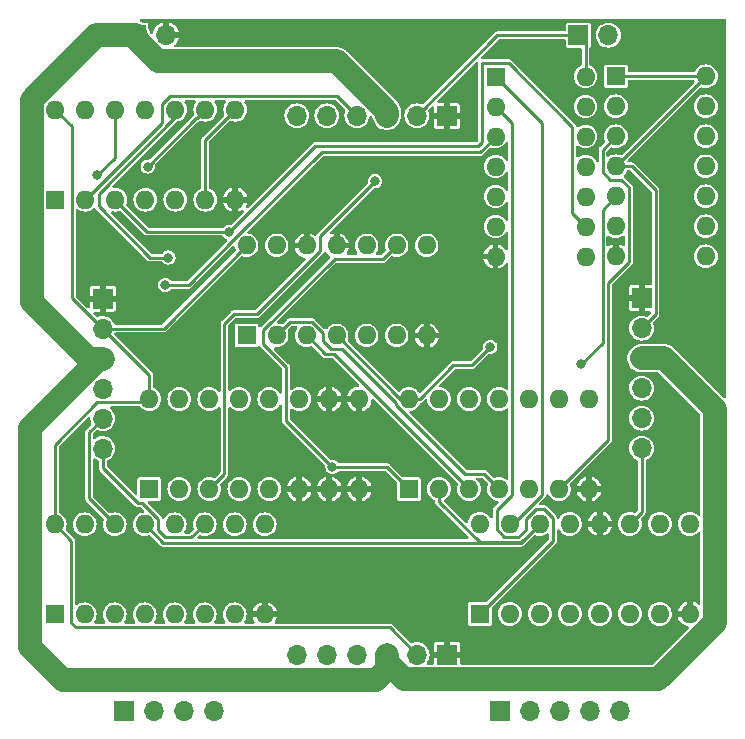
<source format=gbr>
%TF.GenerationSoftware,KiCad,Pcbnew,7.0.1*%
%TF.CreationDate,2024-01-11T09:30:56-05:00*%
%TF.ProjectId,TacTile-D,54616354-696c-4652-9d44-2e6b69636164,rev?*%
%TF.SameCoordinates,Original*%
%TF.FileFunction,Copper,L1,Top*%
%TF.FilePolarity,Positive*%
%FSLAX46Y46*%
G04 Gerber Fmt 4.6, Leading zero omitted, Abs format (unit mm)*
G04 Created by KiCad (PCBNEW 7.0.1) date 2024-01-11 09:30:56*
%MOMM*%
%LPD*%
G01*
G04 APERTURE LIST*
%TA.AperFunction,ComponentPad*%
%ADD10R,1.700000X1.700000*%
%TD*%
%TA.AperFunction,ComponentPad*%
%ADD11O,1.700000X1.700000*%
%TD*%
%TA.AperFunction,ComponentPad*%
%ADD12R,1.600000X1.600000*%
%TD*%
%TA.AperFunction,ComponentPad*%
%ADD13O,1.600000X1.600000*%
%TD*%
%TA.AperFunction,ViaPad*%
%ADD14C,0.800000*%
%TD*%
%TA.AperFunction,Conductor*%
%ADD15C,0.250000*%
%TD*%
%TA.AperFunction,Conductor*%
%ADD16C,2.000000*%
%TD*%
G04 APERTURE END LIST*
D10*
%TO.P,J1,1,Pin_1*%
%TO.N,GND*%
X32200000Y-48675000D03*
D11*
%TO.P,J1,2,Pin_2*%
%TO.N,VCC*%
X32200000Y-51215000D03*
%TO.P,J1,3,Pin_3*%
%TO.N,VIN*%
X32200000Y-53755000D03*
%TO.P,J1,4,Pin_4*%
%TO.N,SS*%
X32200000Y-56295000D03*
%TO.P,J1,5,Pin_5*%
%TO.N,MOSI*%
X32200000Y-58835000D03*
%TO.P,J1,6,Pin_6*%
%TO.N,CLK*%
X32200000Y-61375000D03*
%TD*%
D12*
%TO.P,U9,1,A4*%
%TO.N,unconnected-(U9-A4-Pad1)*%
X36125000Y-64800000D03*
D13*
%TO.P,U9,2,A6*%
%TO.N,unconnected-(U9-A6-Pad2)*%
X38665000Y-64800000D03*
%TO.P,U9,3,A*%
%TO.N,Net-(U9-A)*%
X41205000Y-64800000D03*
%TO.P,U9,4,A7*%
%TO.N,unconnected-(U9-A7-Pad4)*%
X43745000Y-64800000D03*
%TO.P,U9,5,A5*%
%TO.N,unconnected-(U9-A5-Pad5)*%
X46285000Y-64800000D03*
%TO.P,U9,6,~{E}*%
%TO.N,GND*%
X48825000Y-64800000D03*
%TO.P,U9,7,VEE*%
X51365000Y-64800000D03*
%TO.P,U9,8,GND*%
X53905000Y-64800000D03*
%TO.P,U9,9,S2*%
X53905000Y-57180000D03*
%TO.P,U9,10,S1*%
X51365000Y-57180000D03*
%TO.P,U9,11,S0*%
%TO.N,Net-(U7A-Q)*%
X48825000Y-57180000D03*
%TO.P,U9,12,A3*%
%TO.N,unconnected-(U9-A3-Pad12)*%
X46285000Y-57180000D03*
%TO.P,U9,13,A0*%
%TO.N,MISO0*%
X43745000Y-57180000D03*
%TO.P,U9,14,A1*%
%TO.N,MISO1*%
X41205000Y-57180000D03*
%TO.P,U9,15,A2*%
%TO.N,unconnected-(U9-A2-Pad15)*%
X38665000Y-57180000D03*
%TO.P,U9,16,VCC*%
%TO.N,VCC*%
X36125000Y-57180000D03*
%TD*%
D10*
%TO.P,J2,1,Pin_1*%
%TO.N,GND*%
X61325000Y-33200000D03*
D11*
%TO.P,J2,2,Pin_2*%
%TO.N,VCC*%
X58785000Y-33200000D03*
%TO.P,J2,3,Pin_3*%
%TO.N,VIN*%
X56245000Y-33200000D03*
%TO.P,J2,4,Pin_4*%
%TO.N,SS*%
X53705000Y-33200000D03*
%TO.P,J2,5,Pin_5*%
%TO.N,MOSI*%
X51165000Y-33200000D03*
%TO.P,J2,6,Pin_6*%
%TO.N,CLK*%
X48625000Y-33200000D03*
%TD*%
D12*
%TO.P,U3,1,QB*%
%TO.N,LS1*%
X28125000Y-75400000D03*
D13*
%TO.P,U3,2,QC*%
%TO.N,LS0*%
X30665000Y-75400000D03*
%TO.P,U3,3,QD*%
%TO.N,Net-(U3-QD)*%
X33205000Y-75400000D03*
%TO.P,U3,4,QE*%
%TO.N,unconnected-(U3-QE-Pad4)*%
X35745000Y-75400000D03*
%TO.P,U3,5,QF*%
%TO.N,unconnected-(U3-QF-Pad5)*%
X38285000Y-75400000D03*
%TO.P,U3,6,QG*%
%TO.N,unconnected-(U3-QG-Pad6)*%
X40825000Y-75400000D03*
%TO.P,U3,7,QH*%
%TO.N,unconnected-(U3-QH-Pad7)*%
X43365000Y-75400000D03*
%TO.P,U3,8,GND*%
%TO.N,GND*%
X45905000Y-75400000D03*
%TO.P,U3,9,QH'*%
%TO.N,unconnected-(U3-QH'-Pad9)*%
X45905000Y-67780000D03*
%TO.P,U3,10,~{SRCLR}*%
%TO.N,SEN*%
X43365000Y-67780000D03*
%TO.P,U3,11,SRCLK*%
%TO.N,CLK*%
X40825000Y-67780000D03*
%TO.P,U3,12,RCLK*%
%TO.N,Net-(U3-RCLK)*%
X38285000Y-67780000D03*
%TO.P,U3,13,~{OE}*%
%TO.N,Net-(U3-~{OE})*%
X35745000Y-67780000D03*
%TO.P,U3,14,SER*%
%TO.N,MOSI*%
X33205000Y-67780000D03*
%TO.P,U3,15,QA*%
%TO.N,LS2*%
X30665000Y-67780000D03*
%TO.P,U3,16,VCC*%
%TO.N,VCC*%
X28125000Y-67780000D03*
%TD*%
D10*
%TO.P,J3,1,Pin_1*%
%TO.N,GND*%
X77825000Y-48650000D03*
D11*
%TO.P,J3,2,Pin_2*%
%TO.N,VCC*%
X77825000Y-51190000D03*
%TO.P,J3,3,Pin_3*%
%TO.N,VIN*%
X77825000Y-53730000D03*
%TO.P,J3,4,Pin_4*%
%TO.N,SS*%
X77825000Y-56270000D03*
%TO.P,J3,5,Pin_5*%
%TO.N,MISO0*%
X77825000Y-58810000D03*
%TO.P,J3,6,Pin_6*%
%TO.N,CLK*%
X77825000Y-61350000D03*
%TD*%
D10*
%TO.P,J7,1,Pin_1*%
%TO.N,VIN*%
X35000000Y-26375000D03*
D11*
%TO.P,J7,2,Pin_2*%
%TO.N,GND*%
X37540000Y-26375000D03*
%TD*%
D12*
%TO.P,U7,1,~{R}*%
%TO.N,VCC*%
X75640000Y-29860000D03*
D13*
%TO.P,U7,2,D*%
%TO.N,SS*%
X75640000Y-32400000D03*
%TO.P,U7,3,C*%
%TO.N,Net-(U7A-C)*%
X75640000Y-34940000D03*
%TO.P,U7,4,~{S}*%
%TO.N,VCC*%
X75640000Y-37480000D03*
%TO.P,U7,5,Q*%
%TO.N,Net-(U7A-Q)*%
X75640000Y-40020000D03*
%TO.P,U7,6,~{Q}*%
%TO.N,unconnected-(U7A-~{Q}-Pad6)*%
X75640000Y-42560000D03*
%TO.P,U7,7,GND*%
%TO.N,GND*%
X75640000Y-45100000D03*
%TO.P,U7,8*%
%TO.N,N/C*%
X83260000Y-45100000D03*
%TO.P,U7,9*%
X83260000Y-42560000D03*
%TO.P,U7,10*%
X83260000Y-40020000D03*
%TO.P,U7,11*%
X83260000Y-37480000D03*
%TO.P,U7,12*%
X83260000Y-34940000D03*
%TO.P,U7,13*%
X83260000Y-32400000D03*
%TO.P,U7,14,VCC*%
%TO.N,VCC*%
X83260000Y-29860000D03*
%TD*%
D12*
%TO.P,U5,1,~{R}*%
%TO.N,Net-(U5A-~{R})*%
X44375000Y-51800000D03*
D13*
%TO.P,U5,2,D*%
%TO.N,Net-(U5A-D)*%
X46915000Y-51800000D03*
%TO.P,U5,3,C*%
%TO.N,Net-(U5A-C)*%
X49455000Y-51800000D03*
%TO.P,U5,4,~{S}*%
%TO.N,VCC*%
X51995000Y-51800000D03*
%TO.P,U5,5,Q*%
%TO.N,Net-(U5A-Q)*%
X54535000Y-51800000D03*
%TO.P,U5,6,~{Q}*%
%TO.N,Net-(U5A-~{Q})*%
X57075000Y-51800000D03*
%TO.P,U5,7,GND*%
%TO.N,GND*%
X59615000Y-51800000D03*
%TO.P,U5,8,~{Q}*%
%TO.N,Net-(U5B-~{Q})*%
X59615000Y-44180000D03*
%TO.P,U5,9,Q*%
%TO.N,SEN*%
X57075000Y-44180000D03*
%TO.P,U5,10,~{S}*%
%TO.N,Net-(U5B-~{S})*%
X54535000Y-44180000D03*
%TO.P,U5,11,C*%
%TO.N,GND*%
X51995000Y-44180000D03*
%TO.P,U5,12,D*%
X49455000Y-44180000D03*
%TO.P,U5,13,~{R}*%
%TO.N,Net-(U5B-~{R})*%
X46915000Y-44180000D03*
%TO.P,U5,14,VCC*%
%TO.N,VCC*%
X44375000Y-44180000D03*
%TD*%
D10*
%TO.P,J5,1,Pin_1*%
%TO.N,LS0*%
X34000000Y-83625000D03*
D11*
%TO.P,J5,2,Pin_2*%
%TO.N,LS1*%
X36540000Y-83625000D03*
%TO.P,J5,3,Pin_3*%
%TO.N,LS2*%
X39080000Y-83625000D03*
%TO.P,J5,4,Pin_4*%
%TO.N,LS3*%
X41620000Y-83625000D03*
%TD*%
D12*
%TO.P,U6,1*%
%TO.N,Net-(U4-Q0)*%
X65450000Y-29875000D03*
D13*
%TO.P,U6,2*%
%TO.N,Net-(U4-Q1)*%
X65450000Y-32415000D03*
%TO.P,U6,3*%
%TO.N,Net-(U3-RCLK)*%
X65450000Y-34955000D03*
%TO.P,U6,4*%
%TO.N,MOSI*%
X65450000Y-37495000D03*
%TO.P,U6,5*%
%TO.N,CLK*%
X65450000Y-40035000D03*
%TO.P,U6,6*%
%TO.N,Net-(U2-Pad5)*%
X65450000Y-42575000D03*
%TO.P,U6,7,GND*%
%TO.N,GND*%
X65450000Y-45115000D03*
%TO.P,U6,8*%
%TO.N,Net-(U5A-~{R})*%
X73070000Y-45115000D03*
%TO.P,U6,9*%
%TO.N,Net-(U5B-~{R})*%
X73070000Y-42575000D03*
%TO.P,U6,10*%
%TO.N,Net-(U5B-~{Q})*%
X73070000Y-40035000D03*
%TO.P,U6,11*%
%TO.N,Net-(U9-A)*%
X73070000Y-37495000D03*
%TO.P,U6,12*%
%TO.N,Net-(U5A-Q)*%
X73070000Y-34955000D03*
%TO.P,U6,13*%
%TO.N,MOSI*%
X73070000Y-32415000D03*
%TO.P,U6,14,VCC*%
%TO.N,VCC*%
X73070000Y-29875000D03*
%TD*%
D10*
%TO.P,J8,1,Pin_1*%
%TO.N,VCC*%
X72460000Y-26375000D03*
D11*
%TO.P,J8,2,Pin_2*%
%TO.N,LEN*%
X75000000Y-26375000D03*
%TD*%
D10*
%TO.P,J4,1,Pin_1*%
%TO.N,GND*%
X61350000Y-78825000D03*
D11*
%TO.P,J4,2,Pin_2*%
%TO.N,VCC*%
X58810000Y-78825000D03*
%TO.P,J4,3,Pin_3*%
%TO.N,VIN*%
X56270000Y-78825000D03*
%TO.P,J4,4,Pin_4*%
%TO.N,SS*%
X53730000Y-78825000D03*
%TO.P,J4,5,Pin_5*%
%TO.N,MISO1*%
X51190000Y-78825000D03*
%TO.P,J4,6,Pin_6*%
%TO.N,CLK*%
X48650000Y-78825000D03*
%TD*%
D12*
%TO.P,U1,1*%
%TO.N,SEN*%
X58125000Y-64800000D03*
D13*
%TO.P,U1,2*%
%TO.N,Net-(U3-~{OE})*%
X60665000Y-64800000D03*
%TO.P,U1,3*%
%TO.N,Net-(U5A-C)*%
X63205000Y-64800000D03*
%TO.P,U1,4*%
%TO.N,Net-(U5A-D)*%
X65745000Y-64800000D03*
%TO.P,U1,5*%
%TO.N,Net-(U5A-C)*%
X68285000Y-64800000D03*
%TO.P,U1,6*%
%TO.N,Net-(U7A-C)*%
X70825000Y-64800000D03*
%TO.P,U1,7,GND*%
%TO.N,GND*%
X73365000Y-64800000D03*
%TO.P,U1,8*%
%TO.N,N/C*%
X73365000Y-57180000D03*
%TO.P,U1,9*%
X70825000Y-57180000D03*
%TO.P,U1,10*%
X68285000Y-57180000D03*
%TO.P,U1,11*%
X65745000Y-57180000D03*
%TO.P,U1,12*%
X63205000Y-57180000D03*
%TO.P,U1,13*%
X60665000Y-57180000D03*
%TO.P,U1,14,VCC*%
%TO.N,VCC*%
X58125000Y-57180000D03*
%TD*%
D10*
%TO.P,J6,1,Pin_1*%
%TO.N,LS4*%
X65840000Y-83625000D03*
D11*
%TO.P,J6,2,Pin_2*%
%TO.N,LS5*%
X68380000Y-83625000D03*
%TO.P,J6,3,Pin_3*%
%TO.N,LS6*%
X70920000Y-83625000D03*
%TO.P,J6,4,Pin_4*%
%TO.N,LS7*%
X73460000Y-83625000D03*
%TO.P,J6,5,Pin_5*%
%TO.N,LS8*%
X76000000Y-83625000D03*
%TD*%
D12*
%TO.P,U2,1*%
%TO.N,CLK*%
X28175000Y-40300000D03*
D13*
%TO.P,U2,2*%
%TO.N,SS*%
X30715000Y-40300000D03*
%TO.P,U2,3*%
%TO.N,Net-(U5B-~{R})*%
X33255000Y-40300000D03*
%TO.P,U2,4*%
%TO.N,Net-(U5B-~{S})*%
X35795000Y-40300000D03*
%TO.P,U2,5*%
%TO.N,Net-(U2-Pad5)*%
X38335000Y-40300000D03*
%TO.P,U2,6*%
%TO.N,Net-(U5A-~{Q})*%
X40875000Y-40300000D03*
%TO.P,U2,7,VSS*%
%TO.N,GND*%
X43415000Y-40300000D03*
%TO.P,U2,8*%
%TO.N,Net-(U5A-~{Q})*%
X43415000Y-32680000D03*
%TO.P,U2,9*%
%TO.N,MOSI*%
X40875000Y-32680000D03*
%TO.P,U2,10*%
%TO.N,Net-(U5A-C)*%
X38335000Y-32680000D03*
%TO.P,U2,11*%
%TO.N,LEN*%
X35795000Y-32680000D03*
%TO.P,U2,12*%
%TO.N,Net-(U3-RCLK)*%
X33255000Y-32680000D03*
%TO.P,U2,13*%
%TO.N,Net-(U3-QD)*%
X30715000Y-32680000D03*
%TO.P,U2,14,VDD*%
%TO.N,VCC*%
X28175000Y-32680000D03*
%TD*%
D12*
%TO.P,U4,1,Q1*%
%TO.N,Net-(U4-Q1)*%
X64125000Y-75370000D03*
D13*
%TO.P,U4,2,Q2*%
%TO.N,LS3*%
X66665000Y-75370000D03*
%TO.P,U4,3,Q3*%
%TO.N,LS4*%
X69205000Y-75370000D03*
%TO.P,U4,4,Q4*%
%TO.N,LS5*%
X71745000Y-75370000D03*
%TO.P,U4,5,Q5*%
%TO.N,LS6*%
X74285000Y-75370000D03*
%TO.P,U4,6,Q6*%
%TO.N,LS7*%
X76825000Y-75370000D03*
%TO.P,U4,7,Q7*%
%TO.N,LS8*%
X79365000Y-75370000D03*
%TO.P,U4,8,GND*%
%TO.N,GND*%
X81905000Y-75370000D03*
%TO.P,U4,9,~{RCO}*%
%TO.N,unconnected-(U4-~{RCO}-Pad9)*%
X81905000Y-67750000D03*
%TO.P,U4,10,~{MRC}*%
%TO.N,SEN*%
X79365000Y-67750000D03*
%TO.P,U4,11,CPC*%
%TO.N,CLK*%
X76825000Y-67750000D03*
%TO.P,U4,12,~{CE}*%
%TO.N,GND*%
X74285000Y-67750000D03*
%TO.P,U4,13,CPR*%
%TO.N,CLK*%
X71745000Y-67750000D03*
%TO.P,U4,14,~{OE}*%
%TO.N,Net-(U3-~{OE})*%
X69205000Y-67750000D03*
%TO.P,U4,15,Q0*%
%TO.N,Net-(U4-Q0)*%
X66665000Y-67750000D03*
%TO.P,U4,16,VCC*%
%TO.N,VCC*%
X64125000Y-67750000D03*
%TD*%
D14*
%TO.N,MOSI*%
X36000000Y-37500000D03*
%TO.N,VCC*%
X65009705Y-52759706D03*
%TO.N,Net-(U5A-C)*%
X37750000Y-45200000D03*
%TO.N,Net-(U3-RCLK)*%
X37485001Y-47510306D03*
X31745201Y-38245201D03*
%TO.N,SEN*%
X51644303Y-62950500D03*
%TO.N,Net-(U5B-~{R})*%
X42884787Y-43054624D03*
%TO.N,Net-(U7A-Q)*%
X72674500Y-54250000D03*
%TO.N,Net-(U9-A)*%
X55250000Y-38750000D03*
%TD*%
D15*
%TO.N,CLK*%
X32200000Y-63000000D02*
X32200000Y-61375000D01*
X39700000Y-68905000D02*
X37506396Y-68905000D01*
X77825000Y-61350000D02*
X77825000Y-66750000D01*
X36870000Y-67314009D02*
X35555991Y-66000000D01*
X37506396Y-68905000D02*
X36870000Y-68268604D01*
X35555991Y-66000000D02*
X35200000Y-66000000D01*
X40825000Y-67780000D02*
X39700000Y-68905000D01*
X35200000Y-66000000D02*
X32200000Y-63000000D01*
X36870000Y-68268604D02*
X36870000Y-67314009D01*
X77825000Y-66750000D02*
X76825000Y-67750000D01*
%TO.N,MOSI*%
X36000000Y-37500000D02*
X40095500Y-33404500D01*
X33205000Y-67780000D02*
X31025000Y-65600000D01*
X31025000Y-65600000D02*
X31025000Y-60010000D01*
X40095500Y-33404500D02*
X40150500Y-33404500D01*
X31025000Y-60010000D02*
X32200000Y-58835000D01*
X40150500Y-33404500D02*
X40875000Y-32680000D01*
%TO.N,SS*%
X37210000Y-32214009D02*
X37869009Y-31555000D01*
X52060000Y-31555000D02*
X53705000Y-33200000D01*
X37869009Y-31555000D02*
X52060000Y-31555000D01*
X30715000Y-40300000D02*
X37210000Y-33805000D01*
X37210000Y-33805000D02*
X37210000Y-32214009D01*
D16*
%TO.N,VIN*%
X77825000Y-53730000D02*
X79730000Y-53730000D01*
X55297081Y-81000000D02*
X28800000Y-81000000D01*
X36865862Y-28600000D02*
X52004138Y-28600000D01*
X28800000Y-81000000D02*
X26000000Y-78200000D01*
X57675000Y-80875000D02*
X56270000Y-79470000D01*
X26175000Y-31825000D02*
X31625000Y-26375000D01*
X79228428Y-80875000D02*
X57675000Y-80875000D01*
X31840862Y-53755000D02*
X32200000Y-53755000D01*
X32200000Y-53755000D02*
X30997919Y-53755000D01*
X56270000Y-79470000D02*
X56270000Y-78825000D01*
X56245000Y-32840862D02*
X56245000Y-33200000D01*
X56270000Y-80027081D02*
X55297081Y-81000000D01*
X35000000Y-26375000D02*
X35000000Y-26734138D01*
X35000000Y-26734138D02*
X36865862Y-28600000D01*
X26000000Y-78200000D02*
X26000000Y-59595862D01*
X84000000Y-76103428D02*
X79228428Y-80875000D01*
X52004138Y-28600000D02*
X56245000Y-32840862D01*
X31625000Y-26375000D02*
X35000000Y-26375000D01*
X84000000Y-58000000D02*
X84000000Y-76103428D01*
X26175000Y-48932081D02*
X26175000Y-31825000D01*
X26000000Y-59595862D02*
X31840862Y-53755000D01*
X30997919Y-53755000D02*
X26175000Y-48932081D01*
X56270000Y-78825000D02*
X56270000Y-80027081D01*
X79730000Y-53730000D02*
X84000000Y-58000000D01*
D15*
%TO.N,VCC*%
X79000000Y-50015000D02*
X79000000Y-39500000D01*
X72460000Y-26375000D02*
X65610000Y-26375000D01*
X29540000Y-69195000D02*
X28125000Y-67780000D01*
X65610000Y-26375000D02*
X58785000Y-33200000D01*
X77825000Y-51190000D02*
X79000000Y-50015000D01*
X59015000Y-57180000D02*
X58125000Y-57180000D01*
X29590000Y-34095000D02*
X28175000Y-32680000D01*
X63449411Y-54320000D02*
X61875000Y-54320000D01*
X36125000Y-57180000D02*
X36125000Y-55140000D01*
X29925000Y-76525000D02*
X29540000Y-76140000D01*
X58810000Y-78825000D02*
X56510000Y-76525000D01*
X32200000Y-51215000D02*
X29590000Y-48605000D01*
X56510000Y-76525000D02*
X29925000Y-76525000D01*
X57375000Y-57180000D02*
X58125000Y-57180000D01*
X73070000Y-29875000D02*
X73070000Y-26985000D01*
X61875000Y-54320000D02*
X59015000Y-57180000D01*
X76980000Y-37480000D02*
X75640000Y-37480000D01*
X32200000Y-51215000D02*
X37340000Y-51215000D01*
X79000000Y-39500000D02*
X76980000Y-37480000D01*
X36125000Y-55140000D02*
X32200000Y-51215000D01*
X83260000Y-29860000D02*
X75640000Y-37480000D01*
X29540000Y-76140000D02*
X29540000Y-69195000D01*
X31730000Y-57470000D02*
X28125000Y-61075000D01*
X37340000Y-51215000D02*
X44375000Y-44180000D01*
X28125000Y-61075000D02*
X28125000Y-67780000D01*
X29590000Y-48605000D02*
X29590000Y-34095000D01*
X73070000Y-26985000D02*
X72460000Y-26375000D01*
X36125000Y-57180000D02*
X35835000Y-57470000D01*
X65009705Y-52759706D02*
X63449411Y-54320000D01*
X75640000Y-29860000D02*
X83260000Y-29860000D01*
X35835000Y-57470000D02*
X31730000Y-57470000D01*
X51995000Y-51800000D02*
X57375000Y-57180000D01*
%TO.N,Net-(U4-Q0)*%
X69410000Y-33835000D02*
X69410000Y-65265991D01*
X69410000Y-65265991D02*
X66925991Y-67750000D01*
X66925991Y-67750000D02*
X66665000Y-67750000D01*
X65450000Y-29875000D02*
X69410000Y-33835000D01*
%TO.N,Net-(U4-Q1)*%
X66870000Y-65265991D02*
X66870000Y-33835000D01*
X66870000Y-33835000D02*
X65450000Y-32415000D01*
X65540000Y-68215991D02*
X65540000Y-66595991D01*
X64125000Y-75370000D02*
X70330000Y-69165000D01*
X70330000Y-67284009D02*
X69545991Y-66500000D01*
X68000000Y-67364009D02*
X68000000Y-68250000D01*
X66199009Y-68875000D02*
X65540000Y-68215991D01*
X68000000Y-68250000D02*
X67375000Y-68875000D01*
X67375000Y-68875000D02*
X66199009Y-68875000D01*
X65540000Y-66595991D02*
X66870000Y-65265991D01*
X70330000Y-69165000D02*
X70330000Y-67284009D01*
X68864009Y-66500000D02*
X68000000Y-67364009D01*
X69545991Y-66500000D02*
X68864009Y-66500000D01*
%TO.N,Net-(U5A-D)*%
X50870000Y-52265991D02*
X51529009Y-52925000D01*
X52425000Y-52925000D02*
X57000000Y-57500000D01*
X46915000Y-51800000D02*
X48040000Y-50675000D01*
X50870000Y-51620000D02*
X50870000Y-52265991D01*
X49925000Y-50675000D02*
X50870000Y-51620000D01*
X64445000Y-63500000D02*
X65745000Y-64800000D01*
X48040000Y-50675000D02*
X49925000Y-50675000D01*
X62854009Y-63500000D02*
X64445000Y-63500000D01*
X51529009Y-52925000D02*
X52425000Y-52925000D01*
X57000000Y-57500000D02*
X57000000Y-57645991D01*
X57000000Y-57645991D02*
X62854009Y-63500000D01*
%TO.N,Net-(U5A-C)*%
X37750000Y-45200000D02*
X36200000Y-45200000D01*
X38335000Y-33339009D02*
X38335000Y-32680000D01*
X63205000Y-64800000D02*
X51780000Y-53375000D01*
X51780000Y-53375000D02*
X51030000Y-53375000D01*
X31840000Y-39834009D02*
X38335000Y-33339009D01*
X31840000Y-40840000D02*
X31840000Y-39834009D01*
X51030000Y-53375000D02*
X49455000Y-51800000D01*
X36200000Y-45200000D02*
X31840000Y-40840000D01*
%TO.N,Net-(U3-RCLK)*%
X43926396Y-43055000D02*
X50731396Y-36250000D01*
X43250000Y-43731396D02*
X43250000Y-43714009D01*
X33255000Y-36735402D02*
X33255000Y-32680000D01*
X64155000Y-36250000D02*
X65450000Y-34955000D01*
X43250000Y-43714009D02*
X43909009Y-43055000D01*
X37485001Y-47510306D02*
X39471090Y-47510306D01*
X31745201Y-38245201D02*
X33255000Y-36735402D01*
X50731396Y-36250000D02*
X64155000Y-36250000D01*
X43909009Y-43055000D02*
X43926396Y-43055000D01*
X39471090Y-47510306D02*
X43250000Y-43731396D01*
%TO.N,SEN*%
X55950000Y-45305000D02*
X57075000Y-44180000D01*
X47700000Y-54450000D02*
X45790000Y-52540000D01*
X47700000Y-59006197D02*
X47700000Y-54450000D01*
X51644303Y-62950500D02*
X47700000Y-59006197D01*
X51819009Y-45305000D02*
X55950000Y-45305000D01*
X56275500Y-62950500D02*
X58125000Y-64800000D01*
X45790000Y-51334009D02*
X51819009Y-45305000D01*
X45790000Y-52540000D02*
X45790000Y-51334009D01*
X51644303Y-62950500D02*
X56275500Y-62950500D01*
%TO.N,Net-(U7A-C)*%
X76105991Y-38605000D02*
X75174009Y-38605000D01*
X75174009Y-38605000D02*
X74515000Y-37945991D01*
X75000000Y-47330991D02*
X76765000Y-45565991D01*
X76765000Y-45565991D02*
X76765000Y-39264009D01*
X75000000Y-60625000D02*
X75000000Y-47330991D01*
X74515000Y-37945991D02*
X74515000Y-36065000D01*
X76765000Y-39264009D02*
X76105991Y-38605000D01*
X74515000Y-36065000D02*
X75640000Y-34940000D01*
X70825000Y-64800000D02*
X75000000Y-60625000D01*
%TO.N,Net-(U5B-~{R})*%
X42884787Y-43054624D02*
X42830163Y-43000000D01*
X35955000Y-43000000D02*
X33255000Y-40300000D01*
X71945000Y-41450000D02*
X73070000Y-42575000D01*
X42830163Y-43000000D02*
X35955000Y-43000000D01*
X50206798Y-35750000D02*
X64000000Y-35750000D01*
X42902174Y-43054624D02*
X50206798Y-35750000D01*
X64325000Y-28750000D02*
X66575000Y-28750000D01*
X66575000Y-28750000D02*
X71945000Y-34120000D01*
X64000000Y-35750000D02*
X64325000Y-35425000D01*
X64325000Y-35425000D02*
X64325000Y-28750000D01*
X42884787Y-43054624D02*
X42902174Y-43054624D01*
X71945000Y-34120000D02*
X71945000Y-41450000D01*
%TO.N,Net-(U5A-~{Q})*%
X40875000Y-40300000D02*
X40875000Y-35220000D01*
X40875000Y-35220000D02*
X43415000Y-32680000D01*
%TO.N,Net-(U7A-Q)*%
X72674500Y-54250000D02*
X74515000Y-52409500D01*
X74515000Y-41145000D02*
X75640000Y-40020000D01*
X74515000Y-52409500D02*
X74515000Y-41145000D01*
%TO.N,Net-(U3-~{OE})*%
X60665000Y-65880991D02*
X60665000Y-64800000D01*
X37320000Y-69355000D02*
X35745000Y-67780000D01*
X69205000Y-67750000D02*
X67600000Y-69355000D01*
X67600000Y-69355000D02*
X37320000Y-69355000D01*
X67630000Y-69325000D02*
X64109009Y-69325000D01*
X69205000Y-67750000D02*
X67630000Y-69325000D01*
X64109009Y-69325000D02*
X60665000Y-65880991D01*
%TO.N,Net-(U9-A)*%
X43288604Y-50000000D02*
X42500000Y-50788604D01*
X50580000Y-43420000D02*
X50580000Y-44645991D01*
X42500000Y-50788604D02*
X42500000Y-63505000D01*
X42500000Y-63505000D02*
X41205000Y-64800000D01*
X50580000Y-44645991D02*
X45225991Y-50000000D01*
X55250000Y-38750000D02*
X50580000Y-43420000D01*
X45225991Y-50000000D02*
X43288604Y-50000000D01*
%TD*%
%TA.AperFunction,Conductor*%
%TO.N,GND*%
G36*
X84937500Y-25017113D02*
G01*
X84982887Y-25062500D01*
X84999500Y-25124500D01*
X84999500Y-57002375D01*
X84985985Y-57058670D01*
X84948385Y-57102693D01*
X84894898Y-57124848D01*
X84837182Y-57120306D01*
X84787819Y-57090056D01*
X80600521Y-52902758D01*
X80596565Y-52898615D01*
X80542235Y-52839017D01*
X80477885Y-52790423D01*
X80473394Y-52786866D01*
X80411354Y-52735349D01*
X80411353Y-52735348D01*
X80394480Y-52725949D01*
X80380099Y-52716579D01*
X80364687Y-52704940D01*
X80292506Y-52668998D01*
X80287440Y-52666328D01*
X80263592Y-52653045D01*
X80216985Y-52627085D01*
X80216981Y-52627083D01*
X80216980Y-52627083D01*
X80198667Y-52620944D01*
X80182807Y-52614375D01*
X80165525Y-52605769D01*
X80087950Y-52583697D01*
X80082481Y-52582004D01*
X80077746Y-52580417D01*
X80006033Y-52556382D01*
X80006029Y-52556381D01*
X80006028Y-52556381D01*
X79986913Y-52553714D01*
X79970118Y-52550171D01*
X79951538Y-52544885D01*
X79871220Y-52537442D01*
X79865532Y-52536782D01*
X79785682Y-52525644D01*
X79785681Y-52525644D01*
X79715662Y-52528881D01*
X79705131Y-52529368D01*
X79699405Y-52529500D01*
X77769496Y-52529500D01*
X77603462Y-52544884D01*
X77389473Y-52605769D01*
X77190311Y-52704941D01*
X77012762Y-52839019D01*
X76862875Y-53003437D01*
X76745754Y-53192595D01*
X76686809Y-53344750D01*
X76665382Y-53400060D01*
X76624500Y-53618757D01*
X76624500Y-53841243D01*
X76665382Y-54059940D01*
X76712738Y-54182180D01*
X76745754Y-54267404D01*
X76862875Y-54456562D01*
X77012762Y-54620980D01*
X77190311Y-54755058D01*
X77389473Y-54854230D01*
X77603462Y-54915115D01*
X77769496Y-54930500D01*
X77769497Y-54930500D01*
X79181375Y-54930500D01*
X79228828Y-54939939D01*
X79269056Y-54966819D01*
X82763181Y-58460944D01*
X82790061Y-58501172D01*
X82799500Y-58548625D01*
X82799500Y-66927632D01*
X82780262Y-66993972D01*
X82728517Y-67039727D01*
X82660321Y-67050699D01*
X82596835Y-67023485D01*
X82573026Y-67003945D01*
X82463538Y-66914090D01*
X82416222Y-66888799D01*
X82289726Y-66821185D01*
X82101133Y-66763976D01*
X81905000Y-66744659D01*
X81708866Y-66763976D01*
X81520273Y-66821185D01*
X81346463Y-66914089D01*
X81194117Y-67039117D01*
X81069089Y-67191463D01*
X80976185Y-67365273D01*
X80918976Y-67553866D01*
X80899659Y-67749999D01*
X80918976Y-67946133D01*
X80976185Y-68134726D01*
X80992221Y-68164727D01*
X81069090Y-68308538D01*
X81194117Y-68460883D01*
X81346462Y-68585910D01*
X81520273Y-68678814D01*
X81708868Y-68736024D01*
X81905000Y-68755341D01*
X82101132Y-68736024D01*
X82289727Y-68678814D01*
X82463538Y-68585910D01*
X82596835Y-68476514D01*
X82660321Y-68449301D01*
X82728517Y-68460273D01*
X82780262Y-68506028D01*
X82799500Y-68572368D01*
X82799500Y-74483595D01*
X82780262Y-74549935D01*
X82728517Y-74595690D01*
X82660321Y-74606662D01*
X82596835Y-74579448D01*
X82491171Y-74492731D01*
X82308764Y-74395233D01*
X82155000Y-74348590D01*
X82155000Y-75496000D01*
X82138387Y-75558000D01*
X82093000Y-75603387D01*
X82031000Y-75620000D01*
X80883590Y-75620000D01*
X80930233Y-75773764D01*
X81027731Y-75956171D01*
X81158945Y-76116054D01*
X81318828Y-76247268D01*
X81501235Y-76344766D01*
X81699165Y-76404808D01*
X81712891Y-76406160D01*
X81777026Y-76431808D01*
X81817489Y-76487788D01*
X81821725Y-76556731D01*
X81788419Y-76617244D01*
X78767484Y-79638181D01*
X78727256Y-79665061D01*
X78679803Y-79674500D01*
X62574000Y-79674500D01*
X62512000Y-79657887D01*
X62466613Y-79612500D01*
X62450000Y-79550500D01*
X62450000Y-79075000D01*
X60250000Y-79075000D01*
X60250000Y-79550500D01*
X60233387Y-79612500D01*
X60188000Y-79657887D01*
X60126000Y-79674500D01*
X59733982Y-79674500D01*
X59667642Y-79655262D01*
X59621887Y-79603517D01*
X59610914Y-79535322D01*
X59638128Y-79471836D01*
X59643873Y-79464834D01*
X59687685Y-79411450D01*
X59785232Y-79228954D01*
X59845300Y-79030934D01*
X59865583Y-78825000D01*
X59845300Y-78619066D01*
X59831933Y-78575000D01*
X60250000Y-78575000D01*
X61100000Y-78575000D01*
X61100000Y-77725000D01*
X61600000Y-77725000D01*
X61600000Y-78575000D01*
X62450000Y-78575000D01*
X62450000Y-77950375D01*
X62435495Y-77877456D01*
X62380239Y-77794760D01*
X62297543Y-77739504D01*
X62224625Y-77725000D01*
X61600000Y-77725000D01*
X61100000Y-77725000D01*
X60475375Y-77725000D01*
X60402456Y-77739504D01*
X60319760Y-77794760D01*
X60264504Y-77877456D01*
X60250000Y-77950375D01*
X60250000Y-78575000D01*
X59831933Y-78575000D01*
X59785232Y-78421046D01*
X59687685Y-78238550D01*
X59622047Y-78158570D01*
X59556410Y-78078589D01*
X59458952Y-77998609D01*
X59396450Y-77947315D01*
X59213954Y-77849768D01*
X59114943Y-77819733D01*
X59015932Y-77789699D01*
X58810000Y-77769417D01*
X58604067Y-77789699D01*
X58394359Y-77853313D01*
X58393689Y-77851106D01*
X58364486Y-77859441D01*
X58312706Y-77851754D01*
X58268714Y-77823387D01*
X56754042Y-76308716D01*
X56746734Y-76300741D01*
X56722454Y-76271805D01*
X56689736Y-76252915D01*
X56680627Y-76247112D01*
X56649684Y-76225446D01*
X56648803Y-76224829D01*
X56624107Y-76214599D01*
X56585852Y-76207853D01*
X56575296Y-76205512D01*
X56538807Y-76195735D01*
X56501180Y-76199028D01*
X56490372Y-76199500D01*
X46869370Y-76199500D01*
X46803030Y-76180262D01*
X46757275Y-76128517D01*
X46746303Y-76060321D01*
X46773517Y-75996835D01*
X46782268Y-75986171D01*
X46879766Y-75803764D01*
X46926410Y-75650000D01*
X44883590Y-75650000D01*
X44930233Y-75803764D01*
X45027731Y-75986171D01*
X45036483Y-75996835D01*
X45063697Y-76060321D01*
X45052725Y-76128517D01*
X45006970Y-76180262D01*
X44940630Y-76199500D01*
X44265333Y-76199500D01*
X44198993Y-76180262D01*
X44153238Y-76128517D01*
X44142266Y-76060321D01*
X44169480Y-75996835D01*
X44200910Y-75958538D01*
X44293814Y-75784727D01*
X44351024Y-75596132D01*
X44370341Y-75400000D01*
X44351024Y-75203868D01*
X44334683Y-75150000D01*
X44883590Y-75150000D01*
X45655000Y-75150000D01*
X45655000Y-74378590D01*
X46155000Y-74378590D01*
X46155000Y-75150000D01*
X46926410Y-75150000D01*
X46879766Y-74996235D01*
X46782268Y-74813828D01*
X46651054Y-74653945D01*
X46491171Y-74522731D01*
X46308764Y-74425233D01*
X46155000Y-74378590D01*
X45655000Y-74378590D01*
X45501235Y-74425233D01*
X45318828Y-74522731D01*
X45158945Y-74653945D01*
X45027731Y-74813828D01*
X44930233Y-74996235D01*
X44883590Y-75150000D01*
X44334683Y-75150000D01*
X44293814Y-75015273D01*
X44200910Y-74841462D01*
X44075883Y-74689117D01*
X43923538Y-74564090D01*
X43844361Y-74521769D01*
X43749726Y-74471185D01*
X43561133Y-74413976D01*
X43365000Y-74394659D01*
X43168866Y-74413976D01*
X42980273Y-74471185D01*
X42806463Y-74564089D01*
X42654117Y-74689117D01*
X42529089Y-74841463D01*
X42436185Y-75015273D01*
X42378976Y-75203866D01*
X42359659Y-75399999D01*
X42378976Y-75596133D01*
X42436185Y-75784726D01*
X42436186Y-75784727D01*
X42529090Y-75958538D01*
X42551768Y-75986171D01*
X42560520Y-75996835D01*
X42587734Y-76060321D01*
X42576762Y-76128517D01*
X42531007Y-76180262D01*
X42464667Y-76199500D01*
X41725333Y-76199500D01*
X41658993Y-76180262D01*
X41613238Y-76128517D01*
X41602266Y-76060321D01*
X41629480Y-75996835D01*
X41660910Y-75958538D01*
X41753814Y-75784727D01*
X41811024Y-75596132D01*
X41830341Y-75400000D01*
X41811024Y-75203868D01*
X41753814Y-75015273D01*
X41660910Y-74841462D01*
X41535883Y-74689117D01*
X41383538Y-74564090D01*
X41304361Y-74521769D01*
X41209726Y-74471185D01*
X41021133Y-74413976D01*
X40825000Y-74394659D01*
X40628866Y-74413976D01*
X40440273Y-74471185D01*
X40266463Y-74564089D01*
X40114117Y-74689117D01*
X39989089Y-74841463D01*
X39896185Y-75015273D01*
X39838976Y-75203866D01*
X39819659Y-75399999D01*
X39838976Y-75596133D01*
X39896185Y-75784726D01*
X39896186Y-75784727D01*
X39989090Y-75958538D01*
X40011768Y-75986171D01*
X40020520Y-75996835D01*
X40047734Y-76060321D01*
X40036762Y-76128517D01*
X39991007Y-76180262D01*
X39924667Y-76199500D01*
X39185333Y-76199500D01*
X39118993Y-76180262D01*
X39073238Y-76128517D01*
X39062266Y-76060321D01*
X39089480Y-75996835D01*
X39120910Y-75958538D01*
X39213814Y-75784727D01*
X39271024Y-75596132D01*
X39290341Y-75400000D01*
X39271024Y-75203868D01*
X39213814Y-75015273D01*
X39120910Y-74841462D01*
X38995883Y-74689117D01*
X38843538Y-74564090D01*
X38764361Y-74521769D01*
X38669726Y-74471185D01*
X38481133Y-74413976D01*
X38285000Y-74394659D01*
X38088866Y-74413976D01*
X37900273Y-74471185D01*
X37726463Y-74564089D01*
X37574117Y-74689117D01*
X37449089Y-74841463D01*
X37356185Y-75015273D01*
X37298976Y-75203866D01*
X37279659Y-75399999D01*
X37298976Y-75596133D01*
X37356185Y-75784726D01*
X37356186Y-75784727D01*
X37449090Y-75958538D01*
X37471768Y-75986171D01*
X37480520Y-75996835D01*
X37507734Y-76060321D01*
X37496762Y-76128517D01*
X37451007Y-76180262D01*
X37384667Y-76199500D01*
X36645333Y-76199500D01*
X36578993Y-76180262D01*
X36533238Y-76128517D01*
X36522266Y-76060321D01*
X36549480Y-75996835D01*
X36580910Y-75958538D01*
X36673814Y-75784727D01*
X36731024Y-75596132D01*
X36750341Y-75400000D01*
X36731024Y-75203868D01*
X36673814Y-75015273D01*
X36580910Y-74841462D01*
X36455883Y-74689117D01*
X36303538Y-74564090D01*
X36224361Y-74521769D01*
X36129726Y-74471185D01*
X35941133Y-74413976D01*
X35745000Y-74394659D01*
X35548866Y-74413976D01*
X35360273Y-74471185D01*
X35186463Y-74564089D01*
X35034117Y-74689117D01*
X34909089Y-74841463D01*
X34816185Y-75015273D01*
X34758976Y-75203866D01*
X34739659Y-75399999D01*
X34758976Y-75596133D01*
X34816185Y-75784726D01*
X34816186Y-75784727D01*
X34909090Y-75958538D01*
X34931768Y-75986171D01*
X34940520Y-75996835D01*
X34967734Y-76060321D01*
X34956762Y-76128517D01*
X34911007Y-76180262D01*
X34844667Y-76199500D01*
X34105333Y-76199500D01*
X34038993Y-76180262D01*
X33993238Y-76128517D01*
X33982266Y-76060321D01*
X34009480Y-75996835D01*
X34040910Y-75958538D01*
X34133814Y-75784727D01*
X34191024Y-75596132D01*
X34210341Y-75400000D01*
X34191024Y-75203868D01*
X34133814Y-75015273D01*
X34040910Y-74841462D01*
X33915883Y-74689117D01*
X33763538Y-74564090D01*
X33684361Y-74521769D01*
X33589726Y-74471185D01*
X33401133Y-74413976D01*
X33205000Y-74394659D01*
X33008866Y-74413976D01*
X32820273Y-74471185D01*
X32646463Y-74564089D01*
X32494117Y-74689117D01*
X32369089Y-74841463D01*
X32276185Y-75015273D01*
X32218976Y-75203866D01*
X32199659Y-75399999D01*
X32218976Y-75596133D01*
X32276185Y-75784726D01*
X32276186Y-75784727D01*
X32369090Y-75958538D01*
X32391768Y-75986171D01*
X32400520Y-75996835D01*
X32427734Y-76060321D01*
X32416762Y-76128517D01*
X32371007Y-76180262D01*
X32304667Y-76199500D01*
X31565333Y-76199500D01*
X31498993Y-76180262D01*
X31453238Y-76128517D01*
X31442266Y-76060321D01*
X31469480Y-75996835D01*
X31500910Y-75958538D01*
X31593814Y-75784727D01*
X31651024Y-75596132D01*
X31670341Y-75400000D01*
X31651024Y-75203868D01*
X31593814Y-75015273D01*
X31500910Y-74841462D01*
X31375883Y-74689117D01*
X31223538Y-74564090D01*
X31144361Y-74521769D01*
X31049726Y-74471185D01*
X30861133Y-74413976D01*
X30665000Y-74394659D01*
X30468866Y-74413976D01*
X30280273Y-74471185D01*
X30106463Y-74564089D01*
X30068165Y-74595520D01*
X30004679Y-74622734D01*
X29936483Y-74611762D01*
X29884738Y-74566007D01*
X29865500Y-74499667D01*
X29865500Y-69214619D01*
X29865972Y-69203812D01*
X29866847Y-69193807D01*
X29869263Y-69166193D01*
X29869262Y-69166192D01*
X29869263Y-69166191D01*
X29859486Y-69129704D01*
X29857144Y-69119140D01*
X29850400Y-69080891D01*
X29840173Y-69056201D01*
X29839554Y-69055317D01*
X29839554Y-69055316D01*
X29817878Y-69024360D01*
X29812085Y-69015266D01*
X29793194Y-68982545D01*
X29788236Y-68978385D01*
X29764261Y-68958267D01*
X29756286Y-68950959D01*
X29432595Y-68627268D01*
X29086872Y-68281546D01*
X29054270Y-68223995D01*
X29055894Y-68157870D01*
X29068846Y-68115173D01*
X29111024Y-67976132D01*
X29130341Y-67780000D01*
X29659659Y-67780000D01*
X29678976Y-67976133D01*
X29736185Y-68164726D01*
X29798627Y-68281546D01*
X29829090Y-68338538D01*
X29954117Y-68490883D01*
X30106462Y-68615910D01*
X30280273Y-68708814D01*
X30468868Y-68766024D01*
X30665000Y-68785341D01*
X30861132Y-68766024D01*
X31049727Y-68708814D01*
X31223538Y-68615910D01*
X31375883Y-68490883D01*
X31500910Y-68338538D01*
X31593814Y-68164727D01*
X31651024Y-67976132D01*
X31670341Y-67780000D01*
X31651024Y-67583868D01*
X31593814Y-67395273D01*
X31500910Y-67221462D01*
X31375883Y-67069117D01*
X31223538Y-66944090D01*
X31179621Y-66920616D01*
X31049726Y-66851185D01*
X30861133Y-66793976D01*
X30665000Y-66774659D01*
X30468866Y-66793976D01*
X30280273Y-66851185D01*
X30106463Y-66944089D01*
X29954117Y-67069117D01*
X29829089Y-67221463D01*
X29736185Y-67395273D01*
X29678976Y-67583866D01*
X29659659Y-67780000D01*
X29130341Y-67780000D01*
X29111024Y-67583868D01*
X29053814Y-67395273D01*
X28960910Y-67221462D01*
X28835883Y-67069117D01*
X28683538Y-66944090D01*
X28647924Y-66925054D01*
X28516046Y-66854563D01*
X28468142Y-66808954D01*
X28450500Y-66745205D01*
X28450500Y-61261188D01*
X28459939Y-61213735D01*
X28486819Y-61173507D01*
X29097213Y-60563113D01*
X30934227Y-58726097D01*
X30985910Y-58695120D01*
X31046095Y-58692162D01*
X31100568Y-58717925D01*
X31136465Y-58766323D01*
X31145309Y-58825928D01*
X31144416Y-58834994D01*
X31164699Y-59040932D01*
X31228313Y-59250641D01*
X31226107Y-59251310D01*
X31234441Y-59280528D01*
X31226751Y-59332300D01*
X31198385Y-59376287D01*
X30808714Y-59765958D01*
X30800741Y-59773264D01*
X30771806Y-59797544D01*
X30752914Y-59830264D01*
X30747106Y-59839380D01*
X30724831Y-59871193D01*
X30714597Y-59895899D01*
X30707852Y-59934148D01*
X30705512Y-59944704D01*
X30695735Y-59981192D01*
X30699028Y-60018820D01*
X30699500Y-60029628D01*
X30699500Y-65580372D01*
X30699028Y-65591180D01*
X30695735Y-65628807D01*
X30705512Y-65665296D01*
X30707853Y-65675852D01*
X30714599Y-65714107D01*
X30724829Y-65738803D01*
X30725446Y-65739684D01*
X30747112Y-65770627D01*
X30752915Y-65779736D01*
X30771806Y-65812455D01*
X30800742Y-65836735D01*
X30808718Y-65844044D01*
X32243126Y-67278452D01*
X32275729Y-67336003D01*
X32274106Y-67402128D01*
X32218975Y-67583869D01*
X32199659Y-67780000D01*
X32218976Y-67976133D01*
X32276185Y-68164726D01*
X32338627Y-68281546D01*
X32369090Y-68338538D01*
X32494117Y-68490883D01*
X32646462Y-68615910D01*
X32820273Y-68708814D01*
X33008868Y-68766024D01*
X33205000Y-68785341D01*
X33401132Y-68766024D01*
X33589727Y-68708814D01*
X33763538Y-68615910D01*
X33915883Y-68490883D01*
X34040910Y-68338538D01*
X34133814Y-68164727D01*
X34191024Y-67976132D01*
X34210341Y-67780000D01*
X34191024Y-67583868D01*
X34133814Y-67395273D01*
X34040910Y-67221462D01*
X33915883Y-67069117D01*
X33763538Y-66944090D01*
X33719621Y-66920616D01*
X33589726Y-66851185D01*
X33401133Y-66793976D01*
X33205000Y-66774659D01*
X33008869Y-66793975D01*
X32827128Y-66849106D01*
X32761003Y-66850729D01*
X32703452Y-66818126D01*
X31386819Y-65501493D01*
X31359939Y-65461265D01*
X31350500Y-65413812D01*
X31350500Y-62298982D01*
X31369738Y-62232642D01*
X31421483Y-62186887D01*
X31489678Y-62175914D01*
X31553164Y-62203128D01*
X31613550Y-62252685D01*
X31700165Y-62298982D01*
X31806818Y-62355990D01*
X31805730Y-62358024D01*
X31832260Y-62372769D01*
X31863447Y-62414821D01*
X31874500Y-62465996D01*
X31874500Y-62980372D01*
X31874028Y-62991180D01*
X31870735Y-63028807D01*
X31880512Y-63065296D01*
X31882853Y-63075852D01*
X31889599Y-63114107D01*
X31899829Y-63138803D01*
X31900446Y-63139684D01*
X31922112Y-63170627D01*
X31927915Y-63179736D01*
X31946806Y-63212455D01*
X31965230Y-63227915D01*
X31975742Y-63236735D01*
X31983718Y-63244044D01*
X34955950Y-66216276D01*
X34963258Y-66224250D01*
X34987545Y-66253194D01*
X35011594Y-66267079D01*
X35020256Y-66272080D01*
X35029379Y-66277892D01*
X35037698Y-66283717D01*
X35060316Y-66299554D01*
X35060317Y-66299554D01*
X35061198Y-66300171D01*
X35085891Y-66310400D01*
X35086954Y-66310587D01*
X35086955Y-66310588D01*
X35124143Y-66317145D01*
X35134701Y-66319485D01*
X35171193Y-66329264D01*
X35208823Y-66325971D01*
X35219630Y-66325500D01*
X35369803Y-66325500D01*
X35417256Y-66334939D01*
X35457484Y-66361819D01*
X35673700Y-66578035D01*
X35707006Y-66638547D01*
X35702771Y-66707490D01*
X35662309Y-66763470D01*
X35598175Y-66789119D01*
X35548866Y-66793976D01*
X35360273Y-66851185D01*
X35186463Y-66944089D01*
X35034117Y-67069117D01*
X34909089Y-67221463D01*
X34816185Y-67395273D01*
X34758976Y-67583866D01*
X34739659Y-67780000D01*
X34758976Y-67976133D01*
X34816185Y-68164726D01*
X34878627Y-68281546D01*
X34909090Y-68338538D01*
X35034117Y-68490883D01*
X35186462Y-68615910D01*
X35360273Y-68708814D01*
X35548868Y-68766024D01*
X35745000Y-68785341D01*
X35941132Y-68766024D01*
X36122870Y-68710893D01*
X36188995Y-68709270D01*
X36246546Y-68741872D01*
X36670864Y-69166191D01*
X37075955Y-69571282D01*
X37083263Y-69579256D01*
X37107542Y-69608191D01*
X37107545Y-69608194D01*
X37140266Y-69627085D01*
X37149360Y-69632878D01*
X37180316Y-69654554D01*
X37180317Y-69654554D01*
X37181201Y-69655173D01*
X37205891Y-69665400D01*
X37206954Y-69665587D01*
X37206955Y-69665588D01*
X37244146Y-69672145D01*
X37254704Y-69674486D01*
X37291191Y-69684263D01*
X37291192Y-69684262D01*
X37291193Y-69684263D01*
X37328811Y-69680971D01*
X37339618Y-69680500D01*
X67580373Y-69680500D01*
X67591180Y-69680971D01*
X67628807Y-69684264D01*
X67665324Y-69674478D01*
X67675830Y-69672149D01*
X67713045Y-69665588D01*
X67713047Y-69665586D01*
X67714112Y-69665399D01*
X67738799Y-69655173D01*
X67739682Y-69654554D01*
X67739684Y-69654554D01*
X67770625Y-69632887D01*
X67779722Y-69627091D01*
X67812455Y-69608194D01*
X67814984Y-69605179D01*
X67819035Y-69600353D01*
X67835345Y-69586666D01*
X67842452Y-69578195D01*
X67842455Y-69578194D01*
X67866748Y-69549241D01*
X67874035Y-69541289D01*
X68629985Y-68785341D01*
X68703453Y-68711872D01*
X68761004Y-68679270D01*
X68827129Y-68680893D01*
X69008868Y-68736024D01*
X69205000Y-68755341D01*
X69401132Y-68736024D01*
X69589727Y-68678814D01*
X69763538Y-68585910D01*
X69801835Y-68554479D01*
X69865321Y-68527266D01*
X69933517Y-68538238D01*
X69985262Y-68583993D01*
X70004500Y-68650333D01*
X70004500Y-68978811D01*
X69995061Y-69026264D01*
X69968181Y-69066492D01*
X64701493Y-74333181D01*
X64661265Y-74360061D01*
X64613812Y-74369500D01*
X63305251Y-74369500D01*
X63246769Y-74381132D01*
X63180447Y-74425447D01*
X63136132Y-74491769D01*
X63124500Y-74550251D01*
X63124500Y-76189749D01*
X63136132Y-76248230D01*
X63180447Y-76314552D01*
X63246769Y-76358867D01*
X63305251Y-76370500D01*
X63305252Y-76370500D01*
X64944748Y-76370500D01*
X64944749Y-76370500D01*
X64973989Y-76364683D01*
X65003231Y-76358867D01*
X65069552Y-76314552D01*
X65113867Y-76248231D01*
X65121899Y-76207853D01*
X65125500Y-76189749D01*
X65125500Y-75369999D01*
X65659659Y-75369999D01*
X65678976Y-75566133D01*
X65736185Y-75754726D01*
X65752221Y-75784727D01*
X65829090Y-75928538D01*
X65954117Y-76080883D01*
X66106462Y-76205910D01*
X66280273Y-76298814D01*
X66468868Y-76356024D01*
X66665000Y-76375341D01*
X66861132Y-76356024D01*
X67049727Y-76298814D01*
X67223538Y-76205910D01*
X67375883Y-76080883D01*
X67500910Y-75928538D01*
X67593814Y-75754727D01*
X67651024Y-75566132D01*
X67670341Y-75370000D01*
X67670341Y-75369999D01*
X68199659Y-75369999D01*
X68218976Y-75566133D01*
X68276185Y-75754726D01*
X68292221Y-75784727D01*
X68369090Y-75928538D01*
X68494117Y-76080883D01*
X68646462Y-76205910D01*
X68820273Y-76298814D01*
X69008868Y-76356024D01*
X69205000Y-76375341D01*
X69401132Y-76356024D01*
X69589727Y-76298814D01*
X69763538Y-76205910D01*
X69915883Y-76080883D01*
X70040910Y-75928538D01*
X70133814Y-75754727D01*
X70191024Y-75566132D01*
X70210341Y-75370000D01*
X70210341Y-75369999D01*
X70739659Y-75369999D01*
X70758976Y-75566133D01*
X70816185Y-75754726D01*
X70832221Y-75784727D01*
X70909090Y-75928538D01*
X71034117Y-76080883D01*
X71186462Y-76205910D01*
X71360273Y-76298814D01*
X71548868Y-76356024D01*
X71745000Y-76375341D01*
X71941132Y-76356024D01*
X72129727Y-76298814D01*
X72303538Y-76205910D01*
X72455883Y-76080883D01*
X72580910Y-75928538D01*
X72673814Y-75754727D01*
X72731024Y-75566132D01*
X72750341Y-75370000D01*
X72750341Y-75369999D01*
X73279659Y-75369999D01*
X73298976Y-75566133D01*
X73356185Y-75754726D01*
X73372221Y-75784727D01*
X73449090Y-75928538D01*
X73574117Y-76080883D01*
X73726462Y-76205910D01*
X73900273Y-76298814D01*
X74088868Y-76356024D01*
X74285000Y-76375341D01*
X74481132Y-76356024D01*
X74669727Y-76298814D01*
X74843538Y-76205910D01*
X74995883Y-76080883D01*
X75120910Y-75928538D01*
X75213814Y-75754727D01*
X75271024Y-75566132D01*
X75290341Y-75370000D01*
X75819659Y-75370000D01*
X75838976Y-75566133D01*
X75896185Y-75754726D01*
X75912221Y-75784727D01*
X75989090Y-75928538D01*
X76114117Y-76080883D01*
X76266462Y-76205910D01*
X76440273Y-76298814D01*
X76628868Y-76356024D01*
X76825000Y-76375341D01*
X77021132Y-76356024D01*
X77209727Y-76298814D01*
X77383538Y-76205910D01*
X77535883Y-76080883D01*
X77660910Y-75928538D01*
X77753814Y-75754727D01*
X77811024Y-75566132D01*
X77830341Y-75370000D01*
X78359659Y-75370000D01*
X78378976Y-75566133D01*
X78436185Y-75754726D01*
X78452221Y-75784727D01*
X78529090Y-75928538D01*
X78654117Y-76080883D01*
X78806462Y-76205910D01*
X78980273Y-76298814D01*
X79168868Y-76356024D01*
X79365000Y-76375341D01*
X79561132Y-76356024D01*
X79749727Y-76298814D01*
X79923538Y-76205910D01*
X80075883Y-76080883D01*
X80200910Y-75928538D01*
X80293814Y-75754727D01*
X80351024Y-75566132D01*
X80370341Y-75370000D01*
X80351024Y-75173868D01*
X80334683Y-75120000D01*
X80883590Y-75120000D01*
X81655000Y-75120000D01*
X81655000Y-74348590D01*
X81501235Y-74395233D01*
X81318828Y-74492731D01*
X81158945Y-74623945D01*
X81027731Y-74783828D01*
X80930233Y-74966235D01*
X80883590Y-75120000D01*
X80334683Y-75120000D01*
X80293814Y-74985273D01*
X80200910Y-74811462D01*
X80075883Y-74659117D01*
X79923538Y-74534090D01*
X79829069Y-74483595D01*
X79749726Y-74441185D01*
X79561133Y-74383976D01*
X79365000Y-74364659D01*
X79168866Y-74383976D01*
X78980273Y-74441185D01*
X78806463Y-74534089D01*
X78654117Y-74659117D01*
X78529089Y-74811463D01*
X78436185Y-74985273D01*
X78378976Y-75173866D01*
X78359659Y-75370000D01*
X77830341Y-75370000D01*
X77811024Y-75173868D01*
X77753814Y-74985273D01*
X77660910Y-74811462D01*
X77535883Y-74659117D01*
X77383538Y-74534090D01*
X77289069Y-74483595D01*
X77209726Y-74441185D01*
X77021133Y-74383976D01*
X76825000Y-74364659D01*
X76628866Y-74383976D01*
X76440273Y-74441185D01*
X76266463Y-74534089D01*
X76114117Y-74659117D01*
X75989089Y-74811463D01*
X75896185Y-74985273D01*
X75838976Y-75173866D01*
X75819659Y-75370000D01*
X75290341Y-75370000D01*
X75271024Y-75173868D01*
X75213814Y-74985273D01*
X75120910Y-74811462D01*
X74995883Y-74659117D01*
X74843538Y-74534090D01*
X74749069Y-74483595D01*
X74669726Y-74441185D01*
X74481133Y-74383976D01*
X74285000Y-74364659D01*
X74088866Y-74383976D01*
X73900273Y-74441185D01*
X73726463Y-74534089D01*
X73574117Y-74659117D01*
X73449089Y-74811463D01*
X73356185Y-74985273D01*
X73298976Y-75173866D01*
X73279659Y-75369999D01*
X72750341Y-75369999D01*
X72731024Y-75173868D01*
X72673814Y-74985273D01*
X72580910Y-74811462D01*
X72455883Y-74659117D01*
X72303538Y-74534090D01*
X72209069Y-74483595D01*
X72129726Y-74441185D01*
X71941133Y-74383976D01*
X71745000Y-74364659D01*
X71548866Y-74383976D01*
X71360273Y-74441185D01*
X71186463Y-74534089D01*
X71034117Y-74659117D01*
X70909089Y-74811463D01*
X70816185Y-74985273D01*
X70758976Y-75173866D01*
X70739659Y-75369999D01*
X70210341Y-75369999D01*
X70191024Y-75173868D01*
X70133814Y-74985273D01*
X70040910Y-74811462D01*
X69915883Y-74659117D01*
X69763538Y-74534090D01*
X69669069Y-74483595D01*
X69589726Y-74441185D01*
X69401133Y-74383976D01*
X69205000Y-74364659D01*
X69008866Y-74383976D01*
X68820273Y-74441185D01*
X68646463Y-74534089D01*
X68494117Y-74659117D01*
X68369089Y-74811463D01*
X68276185Y-74985273D01*
X68218976Y-75173866D01*
X68199659Y-75369999D01*
X67670341Y-75369999D01*
X67651024Y-75173868D01*
X67593814Y-74985273D01*
X67500910Y-74811462D01*
X67375883Y-74659117D01*
X67223538Y-74534090D01*
X67129069Y-74483595D01*
X67049726Y-74441185D01*
X66861133Y-74383976D01*
X66665000Y-74364659D01*
X66468866Y-74383976D01*
X66280273Y-74441185D01*
X66106463Y-74534089D01*
X65954117Y-74659117D01*
X65829089Y-74811463D01*
X65736185Y-74985273D01*
X65678976Y-75173866D01*
X65659659Y-75369999D01*
X65125500Y-75369999D01*
X65125500Y-74881188D01*
X65134939Y-74833735D01*
X65161819Y-74793507D01*
X65679826Y-74275500D01*
X70546296Y-69409029D01*
X70554249Y-69401741D01*
X70583194Y-69377455D01*
X70602082Y-69344738D01*
X70607881Y-69335635D01*
X70629554Y-69304684D01*
X70629554Y-69304682D01*
X70630173Y-69303799D01*
X70640398Y-69279112D01*
X70640585Y-69278049D01*
X70640588Y-69278045D01*
X70647150Y-69240822D01*
X70649479Y-69230316D01*
X70659263Y-69193807D01*
X70655971Y-69156188D01*
X70655500Y-69145382D01*
X70655500Y-68329140D01*
X70672521Y-68266438D01*
X70718911Y-68220950D01*
X70781935Y-68205164D01*
X70844290Y-68223413D01*
X70888858Y-68270687D01*
X70909090Y-68308538D01*
X71034117Y-68460883D01*
X71186462Y-68585910D01*
X71360273Y-68678814D01*
X71548868Y-68736024D01*
X71745000Y-68755341D01*
X71941132Y-68736024D01*
X72129727Y-68678814D01*
X72303538Y-68585910D01*
X72455883Y-68460883D01*
X72580910Y-68308538D01*
X72673814Y-68134727D01*
X72714683Y-68000000D01*
X73263590Y-68000000D01*
X73310233Y-68153764D01*
X73407731Y-68336171D01*
X73538945Y-68496054D01*
X73698828Y-68627268D01*
X73881235Y-68724766D01*
X74035000Y-68771410D01*
X74035000Y-68000000D01*
X74535000Y-68000000D01*
X74535000Y-68771410D01*
X74688764Y-68724766D01*
X74871171Y-68627268D01*
X75031054Y-68496054D01*
X75162268Y-68336171D01*
X75259766Y-68153764D01*
X75306410Y-68000000D01*
X74535000Y-68000000D01*
X74035000Y-68000000D01*
X73263590Y-68000000D01*
X72714683Y-68000000D01*
X72731024Y-67946132D01*
X72750341Y-67750000D01*
X72750341Y-67749999D01*
X75819659Y-67749999D01*
X75838976Y-67946133D01*
X75896185Y-68134726D01*
X75912221Y-68164727D01*
X75989090Y-68308538D01*
X76114117Y-68460883D01*
X76266462Y-68585910D01*
X76440273Y-68678814D01*
X76628868Y-68736024D01*
X76825000Y-68755341D01*
X77021132Y-68736024D01*
X77209727Y-68678814D01*
X77383538Y-68585910D01*
X77535883Y-68460883D01*
X77660910Y-68308538D01*
X77753814Y-68134727D01*
X77811024Y-67946132D01*
X77830341Y-67750000D01*
X77830341Y-67749999D01*
X78359659Y-67749999D01*
X78378976Y-67946133D01*
X78436185Y-68134726D01*
X78452221Y-68164727D01*
X78529090Y-68308538D01*
X78654117Y-68460883D01*
X78806462Y-68585910D01*
X78980273Y-68678814D01*
X79168868Y-68736024D01*
X79365000Y-68755341D01*
X79561132Y-68736024D01*
X79749727Y-68678814D01*
X79923538Y-68585910D01*
X80075883Y-68460883D01*
X80200910Y-68308538D01*
X80293814Y-68134727D01*
X80351024Y-67946132D01*
X80370341Y-67750000D01*
X80351024Y-67553868D01*
X80293814Y-67365273D01*
X80200910Y-67191462D01*
X80075883Y-67039117D01*
X79923538Y-66914090D01*
X79876222Y-66888799D01*
X79749726Y-66821185D01*
X79561133Y-66763976D01*
X79365000Y-66744659D01*
X79168866Y-66763976D01*
X78980273Y-66821185D01*
X78806463Y-66914089D01*
X78654117Y-67039117D01*
X78529089Y-67191463D01*
X78436185Y-67365273D01*
X78378976Y-67553866D01*
X78359659Y-67749999D01*
X77830341Y-67749999D01*
X77811024Y-67553868D01*
X77755892Y-67372126D01*
X77754270Y-67306003D01*
X77786871Y-67248453D01*
X78041290Y-66994034D01*
X78049258Y-66986734D01*
X78078192Y-66962457D01*
X78078192Y-66962456D01*
X78078194Y-66962455D01*
X78097091Y-66929722D01*
X78102887Y-66920625D01*
X78124554Y-66889684D01*
X78124554Y-66889682D01*
X78125173Y-66888799D01*
X78135399Y-66864112D01*
X78135586Y-66863047D01*
X78135588Y-66863045D01*
X78142149Y-66825830D01*
X78144478Y-66815324D01*
X78154264Y-66778807D01*
X78150971Y-66741176D01*
X78150500Y-66730370D01*
X78150500Y-62440996D01*
X78161553Y-62389821D01*
X78192740Y-62347769D01*
X78219269Y-62333024D01*
X78218182Y-62330990D01*
X78278064Y-62298982D01*
X78411450Y-62227685D01*
X78571410Y-62096410D01*
X78702685Y-61936450D01*
X78800232Y-61753954D01*
X78860300Y-61555934D01*
X78880583Y-61350000D01*
X78860300Y-61144066D01*
X78800232Y-60946046D01*
X78702685Y-60763550D01*
X78612622Y-60653807D01*
X78571410Y-60603589D01*
X78466335Y-60517358D01*
X78411450Y-60472315D01*
X78228954Y-60374768D01*
X78113346Y-60339699D01*
X78030932Y-60314699D01*
X77825000Y-60294417D01*
X77619067Y-60314699D01*
X77421043Y-60374769D01*
X77238551Y-60472314D01*
X77078589Y-60603589D01*
X76947314Y-60763551D01*
X76849769Y-60946043D01*
X76789699Y-61144067D01*
X76769417Y-61350000D01*
X76789699Y-61555932D01*
X76819734Y-61654944D01*
X76849768Y-61753954D01*
X76947315Y-61936450D01*
X76967832Y-61961450D01*
X77078589Y-62096410D01*
X77175466Y-62175914D01*
X77238550Y-62227685D01*
X77371936Y-62298982D01*
X77431818Y-62330990D01*
X77430730Y-62333024D01*
X77457260Y-62347769D01*
X77488447Y-62389821D01*
X77499500Y-62440996D01*
X77499500Y-66563812D01*
X77490061Y-66611265D01*
X77463183Y-66651490D01*
X77352025Y-66762648D01*
X77326546Y-66788127D01*
X77268994Y-66820729D01*
X77202870Y-66819106D01*
X77199639Y-66818126D01*
X77169404Y-66808954D01*
X77021130Y-66763975D01*
X76825000Y-66744659D01*
X76628866Y-66763976D01*
X76440273Y-66821185D01*
X76266463Y-66914089D01*
X76114117Y-67039117D01*
X75989089Y-67191463D01*
X75896185Y-67365273D01*
X75838976Y-67553866D01*
X75819659Y-67749999D01*
X72750341Y-67749999D01*
X72731024Y-67553868D01*
X72714683Y-67500000D01*
X73263590Y-67500000D01*
X74035000Y-67500000D01*
X74035000Y-66728590D01*
X74535000Y-66728590D01*
X74535000Y-67500000D01*
X75306410Y-67500000D01*
X75259766Y-67346235D01*
X75162268Y-67163828D01*
X75031054Y-67003945D01*
X74871171Y-66872731D01*
X74688764Y-66775233D01*
X74535000Y-66728590D01*
X74035000Y-66728590D01*
X73881235Y-66775233D01*
X73698828Y-66872731D01*
X73538945Y-67003945D01*
X73407731Y-67163828D01*
X73310233Y-67346235D01*
X73263590Y-67500000D01*
X72714683Y-67500000D01*
X72673814Y-67365273D01*
X72580910Y-67191462D01*
X72455883Y-67039117D01*
X72303538Y-66914090D01*
X72256222Y-66888799D01*
X72129726Y-66821185D01*
X71941133Y-66763976D01*
X71745000Y-66744659D01*
X71548866Y-66763976D01*
X71360273Y-66821185D01*
X71186463Y-66914089D01*
X71034117Y-67039117D01*
X70909089Y-67191463D01*
X70879225Y-67247335D01*
X70840104Y-67291072D01*
X70785255Y-67311924D01*
X70726959Y-67305222D01*
X70678272Y-67272466D01*
X70650097Y-67220993D01*
X70649490Y-67218729D01*
X70647144Y-67208149D01*
X70643657Y-67188371D01*
X70640588Y-67170964D01*
X70640587Y-67170963D01*
X70640400Y-67169900D01*
X70630173Y-67145210D01*
X70629554Y-67144326D01*
X70629554Y-67144325D01*
X70607878Y-67113369D01*
X70602085Y-67104275D01*
X70583194Y-67071554D01*
X70554261Y-67047276D01*
X70546286Y-67039968D01*
X69790034Y-66283717D01*
X69782725Y-66275741D01*
X69758445Y-66246805D01*
X69725727Y-66227915D01*
X69716618Y-66222112D01*
X69685675Y-66200446D01*
X69684794Y-66199829D01*
X69660098Y-66189599D01*
X69621843Y-66182853D01*
X69611287Y-66180512D01*
X69574798Y-66170735D01*
X69537171Y-66174028D01*
X69526363Y-66174500D01*
X69261180Y-66174500D01*
X69204885Y-66160985D01*
X69160862Y-66123385D01*
X69138707Y-66069898D01*
X69143249Y-66012182D01*
X69173499Y-65962819D01*
X69284703Y-65851615D01*
X69626297Y-65510019D01*
X69634258Y-65502725D01*
X69663194Y-65478446D01*
X69682082Y-65445729D01*
X69687881Y-65436626D01*
X69709554Y-65405675D01*
X69709554Y-65405673D01*
X69710173Y-65404790D01*
X69720398Y-65380103D01*
X69720585Y-65379040D01*
X69720588Y-65379036D01*
X69727150Y-65341813D01*
X69729482Y-65331298D01*
X69730096Y-65329006D01*
X69758268Y-65277535D01*
X69806954Y-65244778D01*
X69865251Y-65238074D01*
X69920102Y-65258926D01*
X69959224Y-65302663D01*
X69989090Y-65358538D01*
X70114117Y-65510883D01*
X70266462Y-65635910D01*
X70440273Y-65728814D01*
X70628868Y-65786024D01*
X70825000Y-65805341D01*
X71021132Y-65786024D01*
X71209727Y-65728814D01*
X71383538Y-65635910D01*
X71535883Y-65510883D01*
X71660910Y-65358538D01*
X71753814Y-65184727D01*
X71794683Y-65050000D01*
X72343590Y-65050000D01*
X72390233Y-65203764D01*
X72487731Y-65386171D01*
X72618945Y-65546054D01*
X72778828Y-65677268D01*
X72961235Y-65774766D01*
X73115000Y-65821410D01*
X73115000Y-65050000D01*
X73615000Y-65050000D01*
X73615000Y-65821410D01*
X73768764Y-65774766D01*
X73951171Y-65677268D01*
X74111054Y-65546054D01*
X74242268Y-65386171D01*
X74339766Y-65203764D01*
X74386410Y-65050000D01*
X73615000Y-65050000D01*
X73115000Y-65050000D01*
X72343590Y-65050000D01*
X71794683Y-65050000D01*
X71811024Y-64996132D01*
X71830341Y-64800000D01*
X71811024Y-64603868D01*
X71794683Y-64550000D01*
X72343590Y-64550000D01*
X73115000Y-64550000D01*
X73115000Y-63778590D01*
X73615000Y-63778590D01*
X73615000Y-64550000D01*
X74386410Y-64550000D01*
X74339766Y-64396235D01*
X74242268Y-64213828D01*
X74111054Y-64053945D01*
X73951171Y-63922731D01*
X73768764Y-63825233D01*
X73615000Y-63778590D01*
X73115000Y-63778590D01*
X72961235Y-63825233D01*
X72778828Y-63922731D01*
X72618945Y-64053945D01*
X72487731Y-64213828D01*
X72390233Y-64396235D01*
X72343590Y-64550000D01*
X71794683Y-64550000D01*
X71755892Y-64422126D01*
X71754270Y-64356003D01*
X71786871Y-64298453D01*
X75216290Y-60869034D01*
X75224258Y-60861734D01*
X75253192Y-60837457D01*
X75253192Y-60837456D01*
X75253194Y-60837455D01*
X75272091Y-60804722D01*
X75277887Y-60795625D01*
X75299554Y-60764684D01*
X75299554Y-60764682D01*
X75300173Y-60763799D01*
X75310399Y-60739112D01*
X75310586Y-60738047D01*
X75310588Y-60738045D01*
X75317149Y-60700830D01*
X75319478Y-60690324D01*
X75329264Y-60653807D01*
X75325971Y-60616176D01*
X75325500Y-60605370D01*
X75325500Y-58809999D01*
X76769417Y-58809999D01*
X76789699Y-59015932D01*
X76817894Y-59108877D01*
X76849768Y-59213954D01*
X76947315Y-59396450D01*
X76967832Y-59421450D01*
X77078589Y-59556410D01*
X77158569Y-59622047D01*
X77238550Y-59687685D01*
X77421046Y-59785232D01*
X77619066Y-59845300D01*
X77825000Y-59865583D01*
X78030934Y-59845300D01*
X78228954Y-59785232D01*
X78411450Y-59687685D01*
X78571410Y-59556410D01*
X78702685Y-59396450D01*
X78800232Y-59213954D01*
X78860300Y-59015934D01*
X78880583Y-58810000D01*
X78860300Y-58604066D01*
X78800232Y-58406046D01*
X78702685Y-58223550D01*
X78637047Y-58143569D01*
X78571410Y-58063589D01*
X78471810Y-57981851D01*
X78411450Y-57932315D01*
X78245567Y-57843648D01*
X78228956Y-57834769D01*
X78228955Y-57834768D01*
X78228954Y-57834768D01*
X78110748Y-57798911D01*
X78030932Y-57774699D01*
X77825000Y-57754417D01*
X77619067Y-57774699D01*
X77421043Y-57834769D01*
X77238551Y-57932314D01*
X77078589Y-58063589D01*
X76947314Y-58223551D01*
X76849769Y-58406043D01*
X76789699Y-58604067D01*
X76769417Y-58809999D01*
X75325500Y-58809999D01*
X75325500Y-56269999D01*
X76769417Y-56269999D01*
X76789699Y-56475932D01*
X76809373Y-56540788D01*
X76849768Y-56673954D01*
X76947315Y-56856450D01*
X76967832Y-56881450D01*
X77078589Y-57016410D01*
X77130084Y-57058670D01*
X77238550Y-57147685D01*
X77421046Y-57245232D01*
X77619066Y-57305300D01*
X77825000Y-57325583D01*
X78030934Y-57305300D01*
X78228954Y-57245232D01*
X78411450Y-57147685D01*
X78571410Y-57016410D01*
X78702685Y-56856450D01*
X78800232Y-56673954D01*
X78860300Y-56475934D01*
X78880583Y-56270000D01*
X78860300Y-56064066D01*
X78800232Y-55866046D01*
X78702685Y-55683550D01*
X78591927Y-55548590D01*
X78571410Y-55523589D01*
X78473952Y-55443609D01*
X78411450Y-55392315D01*
X78228954Y-55294768D01*
X78113346Y-55259699D01*
X78030932Y-55234699D01*
X77825000Y-55214417D01*
X77619067Y-55234699D01*
X77421043Y-55294769D01*
X77238551Y-55392314D01*
X77078589Y-55523589D01*
X76947314Y-55683551D01*
X76849769Y-55866043D01*
X76789699Y-56064067D01*
X76769417Y-56269999D01*
X75325500Y-56269999D01*
X75325500Y-48900000D01*
X76725000Y-48900000D01*
X76725000Y-49524625D01*
X76739504Y-49597543D01*
X76794760Y-49680239D01*
X76877456Y-49735495D01*
X76950375Y-49750000D01*
X77575000Y-49750000D01*
X77575000Y-48900000D01*
X76725000Y-48900000D01*
X75325500Y-48900000D01*
X75325500Y-48400000D01*
X76725000Y-48400000D01*
X77575000Y-48400000D01*
X77575000Y-47550000D01*
X76950375Y-47550000D01*
X76877456Y-47564504D01*
X76794760Y-47619760D01*
X76739504Y-47702456D01*
X76725000Y-47775375D01*
X76725000Y-48400000D01*
X75325500Y-48400000D01*
X75325500Y-47517179D01*
X75334939Y-47469726D01*
X75361819Y-47429498D01*
X75761152Y-47030165D01*
X76981290Y-45810025D01*
X76989258Y-45802725D01*
X77018192Y-45778448D01*
X77018192Y-45778447D01*
X77018194Y-45778446D01*
X77037091Y-45745713D01*
X77042887Y-45736616D01*
X77064554Y-45705675D01*
X77064554Y-45705673D01*
X77065173Y-45704790D01*
X77075399Y-45680103D01*
X77075586Y-45679038D01*
X77075588Y-45679036D01*
X77082149Y-45641821D01*
X77084478Y-45631315D01*
X77094264Y-45594798D01*
X77090971Y-45557171D01*
X77090500Y-45546364D01*
X77090500Y-39283625D01*
X77090972Y-39272817D01*
X77094263Y-39235202D01*
X77084486Y-39198715D01*
X77082145Y-39188152D01*
X77075402Y-39149910D01*
X77065169Y-39125204D01*
X77042894Y-39093391D01*
X77037083Y-39084270D01*
X77018194Y-39051554D01*
X76989261Y-39027276D01*
X76981286Y-39019968D01*
X76350034Y-38388717D01*
X76342727Y-38380743D01*
X76332290Y-38368305D01*
X76305084Y-38309685D01*
X76311069Y-38245337D01*
X76343178Y-38200360D01*
X76343135Y-38200324D01*
X76343670Y-38199671D01*
X76348617Y-38192742D01*
X76350883Y-38190883D01*
X76475910Y-38038538D01*
X76543796Y-37911533D01*
X76565437Y-37871046D01*
X76611046Y-37823142D01*
X76674795Y-37805500D01*
X76793812Y-37805500D01*
X76841265Y-37814939D01*
X76881493Y-37841819D01*
X78638181Y-39598508D01*
X78665061Y-39638736D01*
X78674500Y-39686189D01*
X78674500Y-47426000D01*
X78657887Y-47488000D01*
X78612500Y-47533387D01*
X78550500Y-47550000D01*
X78075000Y-47550000D01*
X78075000Y-49750000D01*
X78505312Y-49750000D01*
X78561607Y-49763515D01*
X78605630Y-49801115D01*
X78627785Y-49854602D01*
X78623243Y-49912318D01*
X78592993Y-49961681D01*
X78366287Y-50188386D01*
X78322285Y-50216757D01*
X78270495Y-50224439D01*
X78241310Y-50216105D01*
X78240641Y-50218313D01*
X78030932Y-50154699D01*
X77825000Y-50134417D01*
X77619067Y-50154699D01*
X77421043Y-50214769D01*
X77238551Y-50312314D01*
X77078589Y-50443589D01*
X76947314Y-50603551D01*
X76849769Y-50786043D01*
X76789699Y-50984067D01*
X76769417Y-51189999D01*
X76789699Y-51395932D01*
X76817348Y-51487078D01*
X76849768Y-51593954D01*
X76947315Y-51776450D01*
X76967832Y-51801450D01*
X77078589Y-51936410D01*
X77151362Y-51996132D01*
X77238550Y-52067685D01*
X77421046Y-52165232D01*
X77619066Y-52225300D01*
X77825000Y-52245583D01*
X78030934Y-52225300D01*
X78228954Y-52165232D01*
X78411450Y-52067685D01*
X78571410Y-51936410D01*
X78702685Y-51776450D01*
X78800232Y-51593954D01*
X78860300Y-51395934D01*
X78880583Y-51190000D01*
X78860300Y-50984066D01*
X78800232Y-50786046D01*
X78800230Y-50786042D01*
X78796686Y-50774359D01*
X78798894Y-50773688D01*
X78790560Y-50744519D01*
X78798238Y-50692721D01*
X78826610Y-50648714D01*
X79216290Y-50259034D01*
X79224258Y-50251734D01*
X79253192Y-50227457D01*
X79253192Y-50227456D01*
X79253194Y-50227455D01*
X79272091Y-50194722D01*
X79277887Y-50185625D01*
X79299554Y-50154684D01*
X79299554Y-50154682D01*
X79300173Y-50153799D01*
X79310399Y-50129112D01*
X79310586Y-50128047D01*
X79310588Y-50128045D01*
X79317149Y-50090830D01*
X79319478Y-50080324D01*
X79329264Y-50043807D01*
X79325971Y-50006180D01*
X79325500Y-49995373D01*
X79325500Y-45099999D01*
X82254659Y-45099999D01*
X82273976Y-45296133D01*
X82331185Y-45484726D01*
X82390020Y-45594798D01*
X82424090Y-45658538D01*
X82549117Y-45810883D01*
X82701462Y-45935910D01*
X82875273Y-46028814D01*
X83063868Y-46086024D01*
X83260000Y-46105341D01*
X83456132Y-46086024D01*
X83644727Y-46028814D01*
X83818538Y-45935910D01*
X83970883Y-45810883D01*
X84095910Y-45658538D01*
X84188814Y-45484727D01*
X84246024Y-45296132D01*
X84265341Y-45100000D01*
X84246024Y-44903868D01*
X84188814Y-44715273D01*
X84095910Y-44541462D01*
X83970883Y-44389117D01*
X83818538Y-44264090D01*
X83702320Y-44201970D01*
X83644726Y-44171185D01*
X83456133Y-44113976D01*
X83260000Y-44094659D01*
X83063866Y-44113976D01*
X82875273Y-44171185D01*
X82701463Y-44264089D01*
X82549117Y-44389117D01*
X82424089Y-44541463D01*
X82331185Y-44715273D01*
X82273976Y-44903866D01*
X82254659Y-45099999D01*
X79325500Y-45099999D01*
X79325500Y-42559999D01*
X82254659Y-42559999D01*
X82273976Y-42756133D01*
X82331185Y-42944726D01*
X82412092Y-43096091D01*
X82424090Y-43118538D01*
X82549117Y-43270883D01*
X82701462Y-43395910D01*
X82875273Y-43488814D01*
X83063868Y-43546024D01*
X83260000Y-43565341D01*
X83456132Y-43546024D01*
X83644727Y-43488814D01*
X83818538Y-43395910D01*
X83970883Y-43270883D01*
X84095910Y-43118538D01*
X84188814Y-42944727D01*
X84246024Y-42756132D01*
X84265341Y-42560000D01*
X84246024Y-42363868D01*
X84188814Y-42175273D01*
X84095910Y-42001462D01*
X83970883Y-41849117D01*
X83818538Y-41724090D01*
X83762326Y-41694044D01*
X83644726Y-41631185D01*
X83456133Y-41573976D01*
X83260000Y-41554659D01*
X83063866Y-41573976D01*
X82875273Y-41631185D01*
X82701463Y-41724089D01*
X82549117Y-41849117D01*
X82424089Y-42001463D01*
X82331185Y-42175273D01*
X82273976Y-42363866D01*
X82254659Y-42559999D01*
X79325500Y-42559999D01*
X79325500Y-40020000D01*
X82254659Y-40020000D01*
X82273976Y-40216133D01*
X82331185Y-40404726D01*
X82408836Y-40550000D01*
X82424090Y-40578538D01*
X82549117Y-40730883D01*
X82701462Y-40855910D01*
X82875273Y-40948814D01*
X83063868Y-41006024D01*
X83260000Y-41025341D01*
X83456132Y-41006024D01*
X83644727Y-40948814D01*
X83818538Y-40855910D01*
X83970883Y-40730883D01*
X84095910Y-40578538D01*
X84188814Y-40404727D01*
X84246024Y-40216132D01*
X84265341Y-40020000D01*
X84246024Y-39823868D01*
X84188814Y-39635273D01*
X84095910Y-39461462D01*
X83970883Y-39309117D01*
X83818538Y-39184090D01*
X83748525Y-39146667D01*
X83644726Y-39091185D01*
X83456133Y-39033976D01*
X83260000Y-39014659D01*
X83063866Y-39033976D01*
X82875273Y-39091185D01*
X82701463Y-39184089D01*
X82549117Y-39309117D01*
X82424089Y-39461463D01*
X82331185Y-39635273D01*
X82273976Y-39823866D01*
X82254659Y-40020000D01*
X79325500Y-40020000D01*
X79325500Y-39519616D01*
X79325972Y-39508808D01*
X79329263Y-39471193D01*
X79319486Y-39434706D01*
X79317145Y-39424143D01*
X79310402Y-39385901D01*
X79300169Y-39361195D01*
X79277894Y-39329382D01*
X79272083Y-39320261D01*
X79253194Y-39287545D01*
X79224261Y-39263267D01*
X79216286Y-39255959D01*
X77440326Y-37480000D01*
X82254659Y-37480000D01*
X82273976Y-37676133D01*
X82331185Y-37864726D01*
X82409525Y-38011288D01*
X82424090Y-38038538D01*
X82549117Y-38190883D01*
X82701462Y-38315910D01*
X82875273Y-38408814D01*
X83063868Y-38466024D01*
X83260000Y-38485341D01*
X83456132Y-38466024D01*
X83644727Y-38408814D01*
X83818538Y-38315910D01*
X83970883Y-38190883D01*
X84095910Y-38038538D01*
X84188814Y-37864727D01*
X84246024Y-37676132D01*
X84265341Y-37480000D01*
X84246024Y-37283868D01*
X84188814Y-37095273D01*
X84095910Y-36921462D01*
X83970883Y-36769117D01*
X83818538Y-36644090D01*
X83758163Y-36611819D01*
X83644726Y-36551185D01*
X83456133Y-36493976D01*
X83358066Y-36484317D01*
X83260000Y-36474659D01*
X83259999Y-36474659D01*
X83063866Y-36493976D01*
X82875273Y-36551185D01*
X82701463Y-36644089D01*
X82549117Y-36769117D01*
X82424089Y-36921463D01*
X82331185Y-37095273D01*
X82273976Y-37283866D01*
X82254659Y-37480000D01*
X77440326Y-37480000D01*
X77224043Y-37263717D01*
X77216734Y-37255741D01*
X77192454Y-37226805D01*
X77159736Y-37207915D01*
X77150627Y-37202112D01*
X77119684Y-37180446D01*
X77118803Y-37179829D01*
X77094107Y-37169599D01*
X77055852Y-37162853D01*
X77045296Y-37160512D01*
X77008807Y-37150735D01*
X76971180Y-37154028D01*
X76960372Y-37154500D01*
X76725187Y-37154500D01*
X76668892Y-37140985D01*
X76624869Y-37103385D01*
X76602714Y-37049898D01*
X76607256Y-36992182D01*
X76637506Y-36942819D01*
X78640325Y-34940000D01*
X82254659Y-34940000D01*
X82273976Y-35136133D01*
X82331185Y-35324726D01*
X82409962Y-35472107D01*
X82424090Y-35498538D01*
X82549117Y-35650883D01*
X82701462Y-35775910D01*
X82875273Y-35868814D01*
X83063868Y-35926024D01*
X83260000Y-35945341D01*
X83456132Y-35926024D01*
X83644727Y-35868814D01*
X83818538Y-35775910D01*
X83970883Y-35650883D01*
X84095910Y-35498538D01*
X84188814Y-35324727D01*
X84246024Y-35136132D01*
X84265341Y-34940000D01*
X84246024Y-34743868D01*
X84188814Y-34555273D01*
X84095910Y-34381462D01*
X83970883Y-34229117D01*
X83818538Y-34104090D01*
X83747634Y-34066191D01*
X83644726Y-34011185D01*
X83456133Y-33953976D01*
X83260000Y-33934659D01*
X83063866Y-33953976D01*
X82875273Y-34011185D01*
X82701463Y-34104089D01*
X82549117Y-34229117D01*
X82424089Y-34381463D01*
X82331185Y-34555273D01*
X82273976Y-34743866D01*
X82254659Y-34940000D01*
X78640325Y-34940000D01*
X79672781Y-33907544D01*
X81180326Y-32399999D01*
X82254659Y-32399999D01*
X82273976Y-32596133D01*
X82331185Y-32784726D01*
X82401645Y-32916547D01*
X82424090Y-32958538D01*
X82549117Y-33110883D01*
X82701462Y-33235910D01*
X82875273Y-33328814D01*
X83063868Y-33386024D01*
X83260000Y-33405341D01*
X83456132Y-33386024D01*
X83644727Y-33328814D01*
X83818538Y-33235910D01*
X83970883Y-33110883D01*
X84095910Y-32958538D01*
X84188814Y-32784727D01*
X84246024Y-32596132D01*
X84265341Y-32400000D01*
X84246024Y-32203868D01*
X84188814Y-32015273D01*
X84095910Y-31841462D01*
X83970883Y-31689117D01*
X83818538Y-31564090D01*
X83766294Y-31536165D01*
X83644726Y-31471185D01*
X83456133Y-31413976D01*
X83260000Y-31394659D01*
X83063866Y-31413976D01*
X82875273Y-31471185D01*
X82701463Y-31564089D01*
X82549117Y-31689117D01*
X82424089Y-31841463D01*
X82331185Y-32015273D01*
X82273976Y-32203866D01*
X82254659Y-32399999D01*
X81180326Y-32399999D01*
X82758454Y-30821871D01*
X82816004Y-30789270D01*
X82882126Y-30790892D01*
X83063868Y-30846024D01*
X83260000Y-30865341D01*
X83456132Y-30846024D01*
X83644727Y-30788814D01*
X83818538Y-30695910D01*
X83970883Y-30570883D01*
X84095910Y-30418538D01*
X84188814Y-30244727D01*
X84246024Y-30056132D01*
X84265341Y-29860000D01*
X84246024Y-29663868D01*
X84188814Y-29475273D01*
X84095910Y-29301462D01*
X83970883Y-29149117D01*
X83818538Y-29024090D01*
X83739361Y-28981769D01*
X83644726Y-28931185D01*
X83456133Y-28873976D01*
X83260000Y-28854659D01*
X83063866Y-28873976D01*
X82875273Y-28931185D01*
X82701463Y-29024089D01*
X82549117Y-29149117D01*
X82424090Y-29301461D01*
X82334563Y-29468954D01*
X82288954Y-29516858D01*
X82225205Y-29534500D01*
X76764500Y-29534500D01*
X76702500Y-29517887D01*
X76657113Y-29472500D01*
X76640500Y-29410500D01*
X76640500Y-29040251D01*
X76628867Y-28981769D01*
X76584552Y-28915447D01*
X76518230Y-28871132D01*
X76459749Y-28859500D01*
X76459748Y-28859500D01*
X74820252Y-28859500D01*
X74820251Y-28859500D01*
X74761769Y-28871132D01*
X74695447Y-28915447D01*
X74651132Y-28981769D01*
X74639500Y-29040251D01*
X74639500Y-30679749D01*
X74651132Y-30738230D01*
X74695447Y-30804552D01*
X74761769Y-30848867D01*
X74820251Y-30860500D01*
X74820252Y-30860500D01*
X76459748Y-30860500D01*
X76459749Y-30860500D01*
X76488989Y-30854683D01*
X76518231Y-30848867D01*
X76584552Y-30804552D01*
X76628867Y-30738231D01*
X76640500Y-30679748D01*
X76640500Y-30309500D01*
X76657113Y-30247500D01*
X76702500Y-30202113D01*
X76764500Y-30185500D01*
X82174810Y-30185500D01*
X82231105Y-30199015D01*
X82275128Y-30236615D01*
X82297283Y-30290102D01*
X82292741Y-30347818D01*
X82262491Y-30397181D01*
X76141546Y-36518126D01*
X76083994Y-36550729D01*
X76017870Y-36549106D01*
X75836130Y-36493975D01*
X75661426Y-36476769D01*
X75640000Y-36474659D01*
X75639999Y-36474659D01*
X75443866Y-36493976D01*
X75255273Y-36551185D01*
X75081463Y-36644089D01*
X75043165Y-36675520D01*
X74979679Y-36702734D01*
X74911483Y-36691762D01*
X74859738Y-36646007D01*
X74840500Y-36579667D01*
X74840500Y-36251188D01*
X74849939Y-36203735D01*
X74876819Y-36163507D01*
X75138452Y-35901873D01*
X75196004Y-35869270D01*
X75262126Y-35870892D01*
X75443868Y-35926024D01*
X75640000Y-35945341D01*
X75836132Y-35926024D01*
X76024727Y-35868814D01*
X76198538Y-35775910D01*
X76350883Y-35650883D01*
X76475910Y-35498538D01*
X76568814Y-35324727D01*
X76626024Y-35136132D01*
X76645341Y-34940000D01*
X76626024Y-34743868D01*
X76568814Y-34555273D01*
X76475910Y-34381462D01*
X76350883Y-34229117D01*
X76198538Y-34104090D01*
X76127634Y-34066191D01*
X76024726Y-34011185D01*
X75836133Y-33953976D01*
X75640000Y-33934659D01*
X75443866Y-33953976D01*
X75255273Y-34011185D01*
X75081463Y-34104089D01*
X74929117Y-34229117D01*
X74804089Y-34381463D01*
X74711185Y-34555273D01*
X74653976Y-34743866D01*
X74634659Y-34940000D01*
X74653975Y-35136130D01*
X74709106Y-35317870D01*
X74710729Y-35383994D01*
X74678126Y-35441546D01*
X74298714Y-35820958D01*
X74290741Y-35828264D01*
X74261806Y-35852544D01*
X74242914Y-35885264D01*
X74237106Y-35894380D01*
X74214831Y-35926193D01*
X74204597Y-35950899D01*
X74197852Y-35989148D01*
X74195512Y-35999704D01*
X74185735Y-36036192D01*
X74189028Y-36073820D01*
X74189500Y-36084628D01*
X74189500Y-36971986D01*
X74172479Y-37034688D01*
X74126089Y-37080175D01*
X74063065Y-37095962D01*
X74000710Y-37077713D01*
X73956142Y-37030439D01*
X73924898Y-36971986D01*
X73905910Y-36936462D01*
X73780883Y-36784117D01*
X73628538Y-36659090D01*
X73587012Y-36636894D01*
X73454726Y-36566185D01*
X73266133Y-36508976D01*
X73070000Y-36489659D01*
X72873866Y-36508976D01*
X72685273Y-36566185D01*
X72511463Y-36659089D01*
X72473165Y-36690520D01*
X72409679Y-36717734D01*
X72341483Y-36706762D01*
X72289738Y-36661007D01*
X72270500Y-36594667D01*
X72270500Y-35855333D01*
X72289738Y-35788993D01*
X72341483Y-35743238D01*
X72409679Y-35732266D01*
X72473164Y-35759479D01*
X72511462Y-35790910D01*
X72685273Y-35883814D01*
X72873868Y-35941024D01*
X73070000Y-35960341D01*
X73266132Y-35941024D01*
X73454727Y-35883814D01*
X73628538Y-35790910D01*
X73780883Y-35665883D01*
X73905910Y-35513538D01*
X73998814Y-35339727D01*
X74056024Y-35151132D01*
X74075341Y-34955000D01*
X74056024Y-34758868D01*
X73998814Y-34570273D01*
X73905910Y-34396462D01*
X73780883Y-34244117D01*
X73628538Y-34119090D01*
X73599955Y-34103812D01*
X73454726Y-34026185D01*
X73266133Y-33968976D01*
X73070000Y-33949659D01*
X72873866Y-33968976D01*
X72685273Y-34026185D01*
X72511462Y-34119089D01*
X72471813Y-34151629D01*
X72416344Y-34177587D01*
X72355217Y-34173832D01*
X72303342Y-34141280D01*
X72273374Y-34087871D01*
X72264487Y-34054706D01*
X72262145Y-34044143D01*
X72258979Y-34026186D01*
X72255588Y-34006955D01*
X72255587Y-34006954D01*
X72255400Y-34005891D01*
X72245171Y-33981198D01*
X72244554Y-33980317D01*
X72244554Y-33980316D01*
X72222892Y-33949379D01*
X72217080Y-33940256D01*
X72198194Y-33907544D01*
X72169255Y-33883262D01*
X72161280Y-33875954D01*
X70700325Y-32414999D01*
X72064659Y-32414999D01*
X72083976Y-32611133D01*
X72141185Y-32799726D01*
X72179538Y-32871479D01*
X72234090Y-32973538D01*
X72359117Y-33125883D01*
X72511462Y-33250910D01*
X72685273Y-33343814D01*
X72873868Y-33401024D01*
X73070000Y-33420341D01*
X73266132Y-33401024D01*
X73454727Y-33343814D01*
X73628538Y-33250910D01*
X73780883Y-33125883D01*
X73905910Y-32973538D01*
X73998814Y-32799727D01*
X74056024Y-32611132D01*
X74075341Y-32415000D01*
X74073864Y-32399999D01*
X74634659Y-32399999D01*
X74653976Y-32596133D01*
X74711185Y-32784726D01*
X74781645Y-32916547D01*
X74804090Y-32958538D01*
X74929117Y-33110883D01*
X75081462Y-33235910D01*
X75255273Y-33328814D01*
X75443868Y-33386024D01*
X75640000Y-33405341D01*
X75836132Y-33386024D01*
X76024727Y-33328814D01*
X76198538Y-33235910D01*
X76350883Y-33110883D01*
X76475910Y-32958538D01*
X76568814Y-32784727D01*
X76626024Y-32596132D01*
X76645341Y-32400000D01*
X76626024Y-32203868D01*
X76568814Y-32015273D01*
X76475910Y-31841462D01*
X76350883Y-31689117D01*
X76198538Y-31564090D01*
X76146294Y-31536165D01*
X76024726Y-31471185D01*
X75836133Y-31413976D01*
X75640000Y-31394659D01*
X75443866Y-31413976D01*
X75255273Y-31471185D01*
X75081463Y-31564089D01*
X74929117Y-31689117D01*
X74804089Y-31841463D01*
X74711185Y-32015273D01*
X74653976Y-32203866D01*
X74634659Y-32399999D01*
X74073864Y-32399999D01*
X74056024Y-32218868D01*
X73998814Y-32030273D01*
X73905910Y-31856462D01*
X73780883Y-31704117D01*
X73628538Y-31579090D01*
X73548231Y-31536165D01*
X73454726Y-31486185D01*
X73266133Y-31428976D01*
X73070000Y-31409659D01*
X72873866Y-31428976D01*
X72685273Y-31486185D01*
X72511463Y-31579089D01*
X72359117Y-31704117D01*
X72234089Y-31856463D01*
X72141185Y-32030273D01*
X72083976Y-32218866D01*
X72064659Y-32414999D01*
X70700325Y-32414999D01*
X66819043Y-28533717D01*
X66811734Y-28525741D01*
X66787455Y-28496806D01*
X66787454Y-28496805D01*
X66754736Y-28477915D01*
X66745627Y-28472112D01*
X66714684Y-28450446D01*
X66713803Y-28449829D01*
X66689107Y-28439599D01*
X66650852Y-28432853D01*
X66640296Y-28430512D01*
X66603807Y-28420735D01*
X66566180Y-28424028D01*
X66555372Y-28424500D01*
X64320188Y-28424500D01*
X64263893Y-28410985D01*
X64219870Y-28373385D01*
X64197715Y-28319898D01*
X64202257Y-28262182D01*
X64232507Y-28212819D01*
X65708507Y-26736819D01*
X65748735Y-26709939D01*
X65796188Y-26700500D01*
X71285500Y-26700500D01*
X71347500Y-26717113D01*
X71392887Y-26762500D01*
X71409500Y-26824500D01*
X71409500Y-27244749D01*
X71421132Y-27303230D01*
X71465447Y-27369552D01*
X71531769Y-27413867D01*
X71590251Y-27425500D01*
X71590252Y-27425500D01*
X72620500Y-27425500D01*
X72682500Y-27442113D01*
X72727887Y-27487500D01*
X72744500Y-27549500D01*
X72744500Y-28840205D01*
X72726858Y-28903954D01*
X72678954Y-28949563D01*
X72511461Y-29039090D01*
X72359117Y-29164117D01*
X72234089Y-29316463D01*
X72141185Y-29490273D01*
X72083976Y-29678866D01*
X72064659Y-29875000D01*
X72083976Y-30071133D01*
X72141185Y-30259726D01*
X72214657Y-30397181D01*
X72234090Y-30433538D01*
X72359117Y-30585883D01*
X72511462Y-30710910D01*
X72685273Y-30803814D01*
X72873868Y-30861024D01*
X73070000Y-30880341D01*
X73266132Y-30861024D01*
X73454727Y-30803814D01*
X73628538Y-30710910D01*
X73780883Y-30585883D01*
X73905910Y-30433538D01*
X73998814Y-30259727D01*
X74056024Y-30071132D01*
X74075341Y-29875000D01*
X74056024Y-29678868D01*
X73998814Y-29490273D01*
X73905910Y-29316462D01*
X73780883Y-29164117D01*
X73628538Y-29039090D01*
X73600473Y-29024089D01*
X73461046Y-28949563D01*
X73413142Y-28903954D01*
X73395500Y-28840205D01*
X73395500Y-27475289D01*
X73410141Y-27416836D01*
X73450607Y-27372187D01*
X73454552Y-27369552D01*
X73498867Y-27303231D01*
X73510500Y-27244748D01*
X73510500Y-26375000D01*
X73944417Y-26375000D01*
X73964699Y-26580932D01*
X73978067Y-26625000D01*
X74024768Y-26778954D01*
X74122315Y-26961450D01*
X74173609Y-27023952D01*
X74253589Y-27121410D01*
X74329690Y-27183863D01*
X74413550Y-27252685D01*
X74596046Y-27350232D01*
X74794066Y-27410300D01*
X75000000Y-27430583D01*
X75205934Y-27410300D01*
X75403954Y-27350232D01*
X75586450Y-27252685D01*
X75746410Y-27121410D01*
X75877685Y-26961450D01*
X75975232Y-26778954D01*
X76035300Y-26580934D01*
X76055583Y-26375000D01*
X76035300Y-26169066D01*
X75975232Y-25971046D01*
X75877685Y-25788550D01*
X75812047Y-25708569D01*
X75746410Y-25628589D01*
X75596121Y-25505252D01*
X75586450Y-25497315D01*
X75470657Y-25435422D01*
X75403956Y-25399769D01*
X75403955Y-25399768D01*
X75403954Y-25399768D01*
X75295140Y-25366760D01*
X75205932Y-25339699D01*
X75000000Y-25319417D01*
X74794067Y-25339699D01*
X74596043Y-25399769D01*
X74413551Y-25497314D01*
X74253589Y-25628589D01*
X74122314Y-25788551D01*
X74024769Y-25971043D01*
X74024768Y-25971045D01*
X74024768Y-25971046D01*
X74023286Y-25975931D01*
X73964699Y-26169067D01*
X73944417Y-26375000D01*
X73510500Y-26375000D01*
X73510500Y-25505252D01*
X73506276Y-25484019D01*
X73498867Y-25446769D01*
X73454552Y-25380447D01*
X73388230Y-25336132D01*
X73329749Y-25324500D01*
X73329748Y-25324500D01*
X71590252Y-25324500D01*
X71590251Y-25324500D01*
X71531769Y-25336132D01*
X71465447Y-25380447D01*
X71421132Y-25446769D01*
X71409500Y-25505251D01*
X71409500Y-25925500D01*
X71392887Y-25987500D01*
X71347500Y-26032887D01*
X71285500Y-26049500D01*
X65629628Y-26049500D01*
X65618820Y-26049028D01*
X65581192Y-26045735D01*
X65544704Y-26055512D01*
X65534148Y-26057852D01*
X65495899Y-26064597D01*
X65471193Y-26074831D01*
X65439380Y-26097106D01*
X65430264Y-26102914D01*
X65397545Y-26121805D01*
X65373262Y-26150744D01*
X65365956Y-26158716D01*
X59326287Y-32198385D01*
X59282300Y-32226751D01*
X59230528Y-32234441D01*
X59201310Y-32226107D01*
X59200641Y-32228313D01*
X58990932Y-32164699D01*
X58785000Y-32144417D01*
X58579067Y-32164699D01*
X58381043Y-32224769D01*
X58198551Y-32322314D01*
X58038589Y-32453589D01*
X57907314Y-32613551D01*
X57809769Y-32796043D01*
X57749699Y-32994067D01*
X57729417Y-33199999D01*
X57749699Y-33405932D01*
X57754433Y-33421537D01*
X57808041Y-33598262D01*
X57809769Y-33603956D01*
X57834939Y-33651046D01*
X57907315Y-33786450D01*
X57954396Y-33843819D01*
X58038589Y-33946410D01*
X58081902Y-33981955D01*
X58198550Y-34077685D01*
X58381046Y-34175232D01*
X58579066Y-34235300D01*
X58785000Y-34255583D01*
X58990934Y-34235300D01*
X59188954Y-34175232D01*
X59371450Y-34077685D01*
X59531410Y-33946410D01*
X59662685Y-33786450D01*
X59760232Y-33603954D01*
X59806933Y-33450000D01*
X60225000Y-33450000D01*
X60225000Y-34074625D01*
X60239504Y-34147543D01*
X60294760Y-34230239D01*
X60377456Y-34285495D01*
X60450375Y-34300000D01*
X61075000Y-34300000D01*
X61075000Y-33450000D01*
X61575000Y-33450000D01*
X61575000Y-34300000D01*
X62199625Y-34300000D01*
X62272543Y-34285495D01*
X62355239Y-34230239D01*
X62410495Y-34147543D01*
X62425000Y-34074625D01*
X62425000Y-33450000D01*
X61575000Y-33450000D01*
X61075000Y-33450000D01*
X60225000Y-33450000D01*
X59806933Y-33450000D01*
X59820300Y-33405934D01*
X59840583Y-33200000D01*
X59820300Y-32994066D01*
X59760232Y-32796046D01*
X59760230Y-32796042D01*
X59756686Y-32784359D01*
X59758894Y-32783688D01*
X59750560Y-32754518D01*
X59758238Y-32702721D01*
X59786610Y-32658714D01*
X60013319Y-32432005D01*
X60062682Y-32401756D01*
X60120398Y-32397214D01*
X60173885Y-32419369D01*
X60211485Y-32463392D01*
X60225000Y-32519687D01*
X60225000Y-32950000D01*
X61075000Y-32950000D01*
X61075000Y-32100000D01*
X61575000Y-32100000D01*
X61575000Y-32950000D01*
X62425000Y-32950000D01*
X62425000Y-32325375D01*
X62410495Y-32252456D01*
X62355239Y-32169760D01*
X62272543Y-32114504D01*
X62199625Y-32100000D01*
X61575000Y-32100000D01*
X61075000Y-32100000D01*
X60644687Y-32100000D01*
X60588392Y-32086485D01*
X60544369Y-32048885D01*
X60522214Y-31995398D01*
X60526756Y-31937682D01*
X60557006Y-31888319D01*
X63787819Y-28657507D01*
X63837182Y-28627257D01*
X63894898Y-28622715D01*
X63948385Y-28644870D01*
X63985985Y-28688893D01*
X63999500Y-28745188D01*
X63999500Y-35238810D01*
X63990061Y-35286262D01*
X63963182Y-35326491D01*
X63901493Y-35388181D01*
X63861264Y-35415061D01*
X63813811Y-35424500D01*
X50226415Y-35424500D01*
X50215607Y-35424028D01*
X50177989Y-35420736D01*
X50141508Y-35430511D01*
X50130953Y-35432852D01*
X50119612Y-35434851D01*
X50093753Y-35439412D01*
X50093751Y-35439412D01*
X50092695Y-35439599D01*
X50067990Y-35449832D01*
X50036176Y-35472107D01*
X50027059Y-35477915D01*
X49994343Y-35496804D01*
X49970060Y-35525743D01*
X49962754Y-35533715D01*
X44518177Y-40978293D01*
X44457070Y-41011731D01*
X44387577Y-41006948D01*
X44331628Y-40965453D01*
X44306878Y-40900341D01*
X44321138Y-40832159D01*
X44389766Y-40703764D01*
X44436410Y-40550000D01*
X43665000Y-40550000D01*
X43665000Y-41321410D01*
X43818764Y-41274766D01*
X43947159Y-41206138D01*
X44015341Y-41191878D01*
X44080453Y-41216628D01*
X44121948Y-41272577D01*
X44126731Y-41342070D01*
X44093293Y-41403177D01*
X43071836Y-42424634D01*
X43024014Y-42454372D01*
X42967971Y-42459892D01*
X42884788Y-42448941D01*
X42728024Y-42469580D01*
X42581946Y-42530087D01*
X42454036Y-42628235D01*
X42413246Y-42661712D01*
X42358402Y-42674500D01*
X36141188Y-42674500D01*
X36093735Y-42665061D01*
X36053507Y-42638181D01*
X34216873Y-40801547D01*
X34184270Y-40743995D01*
X34185894Y-40677870D01*
X34211476Y-40593538D01*
X34241024Y-40496132D01*
X34260341Y-40300000D01*
X34789659Y-40300000D01*
X34808976Y-40496133D01*
X34866185Y-40684726D01*
X34926339Y-40797266D01*
X34959090Y-40858538D01*
X35084117Y-41010883D01*
X35236462Y-41135910D01*
X35410273Y-41228814D01*
X35598868Y-41286024D01*
X35795000Y-41305341D01*
X35991132Y-41286024D01*
X36179727Y-41228814D01*
X36353538Y-41135910D01*
X36505883Y-41010883D01*
X36630910Y-40858538D01*
X36723814Y-40684727D01*
X36781024Y-40496132D01*
X36800341Y-40300000D01*
X37329659Y-40300000D01*
X37348976Y-40496133D01*
X37406185Y-40684726D01*
X37466339Y-40797266D01*
X37499090Y-40858538D01*
X37624117Y-41010883D01*
X37776462Y-41135910D01*
X37950273Y-41228814D01*
X38138868Y-41286024D01*
X38335000Y-41305341D01*
X38531132Y-41286024D01*
X38719727Y-41228814D01*
X38893538Y-41135910D01*
X39045883Y-41010883D01*
X39170910Y-40858538D01*
X39263814Y-40684727D01*
X39321024Y-40496132D01*
X39340341Y-40300000D01*
X39321024Y-40103868D01*
X39263814Y-39915273D01*
X39170910Y-39741462D01*
X39045883Y-39589117D01*
X38893538Y-39464090D01*
X38871091Y-39452091D01*
X38719726Y-39371185D01*
X38531133Y-39313976D01*
X38335000Y-39294659D01*
X38138866Y-39313976D01*
X37950273Y-39371185D01*
X37776463Y-39464089D01*
X37624117Y-39589117D01*
X37499089Y-39741463D01*
X37406185Y-39915273D01*
X37348976Y-40103866D01*
X37329659Y-40300000D01*
X36800341Y-40300000D01*
X36781024Y-40103868D01*
X36723814Y-39915273D01*
X36630910Y-39741462D01*
X36505883Y-39589117D01*
X36353538Y-39464090D01*
X36331091Y-39452091D01*
X36179726Y-39371185D01*
X35991133Y-39313976D01*
X35795000Y-39294659D01*
X35598866Y-39313976D01*
X35410273Y-39371185D01*
X35236463Y-39464089D01*
X35084117Y-39589117D01*
X34959089Y-39741463D01*
X34866185Y-39915273D01*
X34808976Y-40103866D01*
X34789659Y-40300000D01*
X34260341Y-40300000D01*
X34241024Y-40103868D01*
X34183814Y-39915273D01*
X34090910Y-39741462D01*
X33965883Y-39589117D01*
X33813538Y-39464090D01*
X33791091Y-39452091D01*
X33639726Y-39371185D01*
X33451133Y-39313976D01*
X33304152Y-39299500D01*
X33255000Y-39294659D01*
X33254999Y-39294659D01*
X33139187Y-39306065D01*
X33079580Y-39297223D01*
X33031179Y-39261326D01*
X33005416Y-39206853D01*
X33008372Y-39146667D01*
X33039350Y-39094983D01*
X38430076Y-33704257D01*
X38464738Y-33679846D01*
X38505600Y-33668538D01*
X38531132Y-33666024D01*
X38719727Y-33608814D01*
X38893538Y-33515910D01*
X39045883Y-33390883D01*
X39170910Y-33238538D01*
X39263814Y-33064727D01*
X39321024Y-32876132D01*
X39340341Y-32680000D01*
X39321024Y-32483868D01*
X39263814Y-32295273D01*
X39170910Y-32121462D01*
X39139479Y-32083164D01*
X39112266Y-32019679D01*
X39123238Y-31951483D01*
X39168993Y-31899738D01*
X39235333Y-31880500D01*
X39974667Y-31880500D01*
X40041007Y-31899738D01*
X40086762Y-31951483D01*
X40097734Y-32019679D01*
X40070520Y-32083164D01*
X40056779Y-32099908D01*
X40039089Y-32121463D01*
X39946185Y-32295273D01*
X39888976Y-32483866D01*
X39869659Y-32679999D01*
X39888975Y-32876130D01*
X39930557Y-33013206D01*
X39934453Y-33068061D01*
X39914244Y-33119207D01*
X39895084Y-33136958D01*
X39858762Y-33180244D01*
X39851456Y-33188216D01*
X36171684Y-36867988D01*
X36123862Y-36897726D01*
X36067818Y-36903246D01*
X36000000Y-36894317D01*
X35843237Y-36914956D01*
X35697159Y-36975463D01*
X35571717Y-37071717D01*
X35475463Y-37197159D01*
X35414956Y-37343237D01*
X35394317Y-37500000D01*
X35414956Y-37656762D01*
X35475463Y-37802840D01*
X35571717Y-37928282D01*
X35673435Y-38006332D01*
X35697159Y-38024536D01*
X35843238Y-38085044D01*
X36000000Y-38105682D01*
X36156762Y-38085044D01*
X36302841Y-38024536D01*
X36428282Y-37928282D01*
X36524536Y-37802841D01*
X36585044Y-37656762D01*
X36605682Y-37500000D01*
X36596752Y-37432180D01*
X36602273Y-37376136D01*
X36632009Y-37328315D01*
X40213674Y-33746650D01*
X40244102Y-33724341D01*
X40252390Y-33721528D01*
X40261986Y-33715987D01*
X40289299Y-33704673D01*
X40290182Y-33704054D01*
X40290184Y-33704054D01*
X40321125Y-33682387D01*
X40330222Y-33676591D01*
X40362955Y-33657694D01*
X40368849Y-33650669D01*
X40406180Y-33620595D01*
X40452133Y-33606928D01*
X40499831Y-33611713D01*
X40678868Y-33666024D01*
X40875000Y-33685341D01*
X41071132Y-33666024D01*
X41259727Y-33608814D01*
X41433538Y-33515910D01*
X41585883Y-33390883D01*
X41710910Y-33238538D01*
X41803814Y-33064727D01*
X41861024Y-32876132D01*
X41880341Y-32680000D01*
X41861024Y-32483868D01*
X41803814Y-32295273D01*
X41710910Y-32121462D01*
X41679479Y-32083164D01*
X41652266Y-32019679D01*
X41663238Y-31951483D01*
X41708993Y-31899738D01*
X41775333Y-31880500D01*
X42514667Y-31880500D01*
X42581007Y-31899738D01*
X42626762Y-31951483D01*
X42637734Y-32019679D01*
X42610520Y-32083164D01*
X42596779Y-32099908D01*
X42579089Y-32121463D01*
X42486185Y-32295273D01*
X42428976Y-32483866D01*
X42409659Y-32679999D01*
X42428975Y-32876131D01*
X42484105Y-33057870D01*
X42485728Y-33123995D01*
X42453125Y-33181546D01*
X40658714Y-34975958D01*
X40650741Y-34983264D01*
X40621806Y-35007544D01*
X40602914Y-35040264D01*
X40597106Y-35049380D01*
X40574831Y-35081193D01*
X40564597Y-35105899D01*
X40557852Y-35144148D01*
X40555512Y-35154704D01*
X40545735Y-35191192D01*
X40549028Y-35228820D01*
X40549500Y-35239628D01*
X40549500Y-39265205D01*
X40531858Y-39328954D01*
X40483954Y-39374563D01*
X40316461Y-39464090D01*
X40164117Y-39589117D01*
X40039089Y-39741463D01*
X39946185Y-39915273D01*
X39888976Y-40103866D01*
X39869659Y-40300000D01*
X39888976Y-40496133D01*
X39946185Y-40684726D01*
X40006339Y-40797266D01*
X40039090Y-40858538D01*
X40164117Y-41010883D01*
X40316462Y-41135910D01*
X40490273Y-41228814D01*
X40678868Y-41286024D01*
X40875000Y-41305341D01*
X41071132Y-41286024D01*
X41259727Y-41228814D01*
X41433538Y-41135910D01*
X41585883Y-41010883D01*
X41710910Y-40858538D01*
X41803814Y-40684727D01*
X41844683Y-40550000D01*
X42393590Y-40550000D01*
X42440233Y-40703764D01*
X42537731Y-40886171D01*
X42668945Y-41046054D01*
X42828828Y-41177268D01*
X43011235Y-41274766D01*
X43165000Y-41321410D01*
X43165000Y-40550000D01*
X42393590Y-40550000D01*
X41844683Y-40550000D01*
X41861024Y-40496132D01*
X41880341Y-40300000D01*
X41861024Y-40103868D01*
X41844683Y-40050000D01*
X42393590Y-40050000D01*
X43165000Y-40050000D01*
X43165000Y-39278590D01*
X43665000Y-39278590D01*
X43665000Y-40050000D01*
X44436410Y-40050000D01*
X44389766Y-39896235D01*
X44292268Y-39713828D01*
X44161054Y-39553945D01*
X44001171Y-39422731D01*
X43818764Y-39325233D01*
X43665000Y-39278590D01*
X43165000Y-39278590D01*
X43011235Y-39325233D01*
X42828828Y-39422731D01*
X42668945Y-39553945D01*
X42537731Y-39713828D01*
X42440233Y-39896235D01*
X42393590Y-40050000D01*
X41844683Y-40050000D01*
X41803814Y-39915273D01*
X41710910Y-39741462D01*
X41585883Y-39589117D01*
X41433538Y-39464090D01*
X41428621Y-39461462D01*
X41266046Y-39374563D01*
X41218142Y-39328954D01*
X41200500Y-39265205D01*
X41200500Y-35406188D01*
X41209939Y-35358735D01*
X41236819Y-35318507D01*
X42064384Y-34490942D01*
X42913454Y-33641871D01*
X42971004Y-33609270D01*
X43037126Y-33610892D01*
X43218868Y-33666024D01*
X43415000Y-33685341D01*
X43611132Y-33666024D01*
X43799727Y-33608814D01*
X43973538Y-33515910D01*
X44125883Y-33390883D01*
X44250910Y-33238538D01*
X44271510Y-33199999D01*
X47569417Y-33199999D01*
X47589699Y-33405932D01*
X47594433Y-33421537D01*
X47648041Y-33598262D01*
X47649769Y-33603956D01*
X47674939Y-33651046D01*
X47747315Y-33786450D01*
X47794396Y-33843819D01*
X47878589Y-33946410D01*
X47921902Y-33981955D01*
X48038550Y-34077685D01*
X48221046Y-34175232D01*
X48419066Y-34235300D01*
X48625000Y-34255583D01*
X48830934Y-34235300D01*
X49028954Y-34175232D01*
X49211450Y-34077685D01*
X49371410Y-33946410D01*
X49502685Y-33786450D01*
X49600232Y-33603954D01*
X49660300Y-33405934D01*
X49680583Y-33200000D01*
X49680583Y-33199999D01*
X50109417Y-33199999D01*
X50129699Y-33405932D01*
X50134433Y-33421537D01*
X50188041Y-33598262D01*
X50189769Y-33603956D01*
X50214939Y-33651046D01*
X50287315Y-33786450D01*
X50334396Y-33843819D01*
X50418589Y-33946410D01*
X50461902Y-33981955D01*
X50578550Y-34077685D01*
X50761046Y-34175232D01*
X50959066Y-34235300D01*
X51165000Y-34255583D01*
X51370934Y-34235300D01*
X51568954Y-34175232D01*
X51751450Y-34077685D01*
X51911410Y-33946410D01*
X52042685Y-33786450D01*
X52140232Y-33603954D01*
X52200300Y-33405934D01*
X52220583Y-33200000D01*
X52200300Y-32994066D01*
X52140232Y-32796046D01*
X52042685Y-32613550D01*
X51965654Y-32519687D01*
X51911410Y-32453589D01*
X51789910Y-32353878D01*
X51751450Y-32322315D01*
X51620754Y-32252456D01*
X51568956Y-32224769D01*
X51568955Y-32224768D01*
X51568954Y-32224768D01*
X51438521Y-32185202D01*
X51370932Y-32164699D01*
X51165000Y-32144417D01*
X50959067Y-32164699D01*
X50761043Y-32224769D01*
X50578551Y-32322314D01*
X50418589Y-32453589D01*
X50287314Y-32613551D01*
X50189769Y-32796043D01*
X50129699Y-32994067D01*
X50109417Y-33199999D01*
X49680583Y-33199999D01*
X49660300Y-32994066D01*
X49600232Y-32796046D01*
X49502685Y-32613550D01*
X49425654Y-32519687D01*
X49371410Y-32453589D01*
X49249910Y-32353878D01*
X49211450Y-32322315D01*
X49080754Y-32252456D01*
X49028956Y-32224769D01*
X49028955Y-32224768D01*
X49028954Y-32224768D01*
X48898521Y-32185202D01*
X48830932Y-32164699D01*
X48625000Y-32144417D01*
X48419067Y-32164699D01*
X48221043Y-32224769D01*
X48038551Y-32322314D01*
X47878589Y-32453589D01*
X47747314Y-32613551D01*
X47649769Y-32796043D01*
X47589699Y-32994067D01*
X47569417Y-33199999D01*
X44271510Y-33199999D01*
X44343814Y-33064727D01*
X44401024Y-32876132D01*
X44420341Y-32680000D01*
X44401024Y-32483868D01*
X44343814Y-32295273D01*
X44250910Y-32121462D01*
X44219479Y-32083164D01*
X44192266Y-32019679D01*
X44203238Y-31951483D01*
X44248993Y-31899738D01*
X44315333Y-31880500D01*
X51873812Y-31880500D01*
X51921265Y-31889939D01*
X51961492Y-31916818D01*
X52703387Y-32658714D01*
X52731754Y-32702706D01*
X52739441Y-32754486D01*
X52731106Y-32783689D01*
X52733313Y-32784359D01*
X52669699Y-32994067D01*
X52649417Y-33199999D01*
X52669699Y-33405932D01*
X52674433Y-33421537D01*
X52728041Y-33598262D01*
X52729769Y-33603956D01*
X52754939Y-33651046D01*
X52827315Y-33786450D01*
X52874396Y-33843819D01*
X52958589Y-33946410D01*
X53001902Y-33981955D01*
X53118550Y-34077685D01*
X53301046Y-34175232D01*
X53499066Y-34235300D01*
X53705000Y-34255583D01*
X53910934Y-34235300D01*
X54108954Y-34175232D01*
X54291450Y-34077685D01*
X54451410Y-33946410D01*
X54582685Y-33786450D01*
X54680232Y-33603954D01*
X54740300Y-33405934D01*
X54747957Y-33328191D01*
X54773603Y-33264059D01*
X54829584Y-33223596D01*
X54898527Y-33219360D01*
X54959040Y-33252666D01*
X55021278Y-33314904D01*
X55045844Y-33349891D01*
X55057068Y-33391142D01*
X55059885Y-33421538D01*
X55120769Y-33635526D01*
X55219941Y-33834688D01*
X55354019Y-34012237D01*
X55518437Y-34162124D01*
X55707595Y-34279245D01*
X55707597Y-34279245D01*
X55707599Y-34279247D01*
X55915060Y-34359618D01*
X56133757Y-34400500D01*
X56356241Y-34400500D01*
X56356243Y-34400500D01*
X56574940Y-34359618D01*
X56782401Y-34279247D01*
X56971562Y-34162124D01*
X57035527Y-34103812D01*
X57135980Y-34012237D01*
X57136774Y-34011186D01*
X57270058Y-33834689D01*
X57369229Y-33635528D01*
X57372336Y-33624610D01*
X57430115Y-33421537D01*
X57445500Y-33255504D01*
X57445500Y-32871479D01*
X57445632Y-32865753D01*
X57446161Y-32854311D01*
X57449357Y-32785181D01*
X57438207Y-32705258D01*
X57437557Y-32699645D01*
X57430115Y-32619326D01*
X57424831Y-32600754D01*
X57421286Y-32583948D01*
X57418619Y-32564832D01*
X57418619Y-32564830D01*
X57392981Y-32488337D01*
X57391306Y-32482928D01*
X57369229Y-32405334D01*
X57367447Y-32401756D01*
X57360627Y-32388060D01*
X57354051Y-32372186D01*
X57347915Y-32353878D01*
X57347915Y-32353877D01*
X57308648Y-32283380D01*
X57306014Y-32278383D01*
X57270058Y-32206173D01*
X57258426Y-32190770D01*
X57249048Y-32176377D01*
X57242544Y-32164700D01*
X57239653Y-32159509D01*
X57188109Y-32097437D01*
X57184580Y-32092983D01*
X57151280Y-32048885D01*
X57135981Y-32028625D01*
X57076394Y-31974305D01*
X57072251Y-31970349D01*
X52874659Y-27772758D01*
X52870703Y-27768615D01*
X52816373Y-27709017D01*
X52752023Y-27660423D01*
X52747532Y-27656866D01*
X52685492Y-27605349D01*
X52685491Y-27605348D01*
X52668618Y-27595949D01*
X52654237Y-27586579D01*
X52638825Y-27574940D01*
X52566644Y-27538998D01*
X52561578Y-27536328D01*
X52543170Y-27526075D01*
X52491123Y-27497085D01*
X52491119Y-27497083D01*
X52491118Y-27497083D01*
X52472805Y-27490944D01*
X52456945Y-27484375D01*
X52439663Y-27475769D01*
X52362088Y-27453697D01*
X52356619Y-27452004D01*
X52327107Y-27442113D01*
X52280171Y-27426382D01*
X52280167Y-27426381D01*
X52280166Y-27426381D01*
X52261051Y-27423714D01*
X52244256Y-27420171D01*
X52225676Y-27414885D01*
X52145358Y-27407442D01*
X52139670Y-27406782D01*
X52059820Y-27395644D01*
X52059819Y-27395644D01*
X51989800Y-27398881D01*
X51979269Y-27399368D01*
X51973543Y-27399500D01*
X38369043Y-27399500D01*
X38311730Y-27385460D01*
X38267395Y-27346519D01*
X38246079Y-27291496D01*
X38252609Y-27232850D01*
X38285505Y-27183863D01*
X38356392Y-27119241D01*
X38479248Y-26956553D01*
X38570113Y-26774069D01*
X38612528Y-26625000D01*
X37414000Y-26625000D01*
X37352000Y-26608387D01*
X37306613Y-26563000D01*
X37290000Y-26501000D01*
X37290000Y-25302680D01*
X37790000Y-25302680D01*
X37790000Y-26125000D01*
X38612528Y-26125000D01*
X38612528Y-26124999D01*
X38570113Y-25975930D01*
X38479248Y-25793446D01*
X38356392Y-25630758D01*
X38205740Y-25493421D01*
X38032411Y-25386100D01*
X37842320Y-25312460D01*
X37790000Y-25302680D01*
X37290000Y-25302680D01*
X37237679Y-25312460D01*
X37047588Y-25386100D01*
X36874259Y-25493421D01*
X36723607Y-25630758D01*
X36600751Y-25793446D01*
X36509885Y-25975931D01*
X36454096Y-26172007D01*
X36451461Y-26200447D01*
X36426073Y-26264869D01*
X36370100Y-26305634D01*
X36300995Y-26310029D01*
X36240309Y-26276684D01*
X36223721Y-26260096D01*
X36199154Y-26225107D01*
X36187931Y-26183855D01*
X36186561Y-26169066D01*
X36185115Y-26153464D01*
X36171421Y-26105338D01*
X36168809Y-26094229D01*
X36159618Y-26045060D01*
X36141549Y-25998420D01*
X36137919Y-25987591D01*
X36124229Y-25939472D01*
X36101930Y-25894691D01*
X36097315Y-25884238D01*
X36079247Y-25837599D01*
X36069072Y-25821166D01*
X36050500Y-25755890D01*
X36050500Y-25505251D01*
X36038867Y-25446769D01*
X35994552Y-25380447D01*
X35928230Y-25336132D01*
X35869749Y-25324500D01*
X35869748Y-25324500D01*
X35619110Y-25324500D01*
X35553835Y-25305928D01*
X35537401Y-25295753D01*
X35537399Y-25295752D01*
X35490769Y-25277687D01*
X35480294Y-25273061D01*
X35435528Y-25250770D01*
X35410910Y-25243766D01*
X35359904Y-25214840D01*
X35327893Y-25165712D01*
X35322033Y-25107369D01*
X35343636Y-25052856D01*
X35387870Y-25014364D01*
X35444844Y-25000500D01*
X84875500Y-25000500D01*
X84937500Y-25017113D01*
G37*
%TD.AperFunction*%
%TA.AperFunction,Conductor*%
G36*
X66481089Y-35416595D02*
G01*
X66527479Y-35462083D01*
X66544500Y-35524785D01*
X66544500Y-36925215D01*
X66527479Y-36987917D01*
X66481089Y-37033405D01*
X66418065Y-37049191D01*
X66355710Y-37030942D01*
X66311143Y-36983670D01*
X66285910Y-36936462D01*
X66160883Y-36784117D01*
X66008538Y-36659090D01*
X65967012Y-36636894D01*
X65834726Y-36566185D01*
X65646133Y-36508976D01*
X65450000Y-36489659D01*
X65253866Y-36508976D01*
X65065273Y-36566185D01*
X64891463Y-36659089D01*
X64739117Y-36784117D01*
X64614089Y-36936463D01*
X64521185Y-37110273D01*
X64463976Y-37298866D01*
X64444659Y-37495000D01*
X64463976Y-37691133D01*
X64521185Y-37879726D01*
X64575656Y-37981634D01*
X64614090Y-38053538D01*
X64739117Y-38205883D01*
X64891462Y-38330910D01*
X65065273Y-38423814D01*
X65253868Y-38481024D01*
X65450000Y-38500341D01*
X65646132Y-38481024D01*
X65834727Y-38423814D01*
X66008538Y-38330910D01*
X66160883Y-38205883D01*
X66285910Y-38053538D01*
X66311143Y-38006329D01*
X66355710Y-37959058D01*
X66418065Y-37940809D01*
X66481089Y-37956595D01*
X66527479Y-38002083D01*
X66544500Y-38064785D01*
X66544500Y-39465215D01*
X66527479Y-39527917D01*
X66481089Y-39573405D01*
X66418065Y-39589191D01*
X66355710Y-39570942D01*
X66311143Y-39523670D01*
X66285910Y-39476462D01*
X66160883Y-39324117D01*
X66008538Y-39199090D01*
X65910462Y-39146667D01*
X65834726Y-39106185D01*
X65646133Y-39048976D01*
X65450000Y-39029659D01*
X65253866Y-39048976D01*
X65065273Y-39106185D01*
X64891463Y-39199089D01*
X64739117Y-39324117D01*
X64614089Y-39476463D01*
X64521185Y-39650273D01*
X64463976Y-39838866D01*
X64444659Y-40034999D01*
X64463976Y-40231133D01*
X64521185Y-40419726D01*
X64521186Y-40419727D01*
X64614090Y-40593538D01*
X64739117Y-40745883D01*
X64891462Y-40870910D01*
X65065273Y-40963814D01*
X65253868Y-41021024D01*
X65450000Y-41040341D01*
X65646132Y-41021024D01*
X65834727Y-40963814D01*
X66008538Y-40870910D01*
X66160883Y-40745883D01*
X66285910Y-40593538D01*
X66311143Y-40546329D01*
X66355710Y-40499058D01*
X66418065Y-40480809D01*
X66481089Y-40496595D01*
X66527479Y-40542083D01*
X66544500Y-40604785D01*
X66544500Y-42005215D01*
X66527479Y-42067917D01*
X66481089Y-42113405D01*
X66418065Y-42129191D01*
X66355710Y-42110942D01*
X66311143Y-42063670D01*
X66285910Y-42016462D01*
X66160883Y-41864117D01*
X66008538Y-41739090D01*
X65924263Y-41694044D01*
X65834726Y-41646185D01*
X65646133Y-41588976D01*
X65450000Y-41569659D01*
X65253866Y-41588976D01*
X65065273Y-41646185D01*
X64891463Y-41739089D01*
X64739117Y-41864117D01*
X64614089Y-42016463D01*
X64521185Y-42190273D01*
X64463976Y-42378866D01*
X64444659Y-42575000D01*
X64463976Y-42771133D01*
X64521185Y-42959726D01*
X64586587Y-43082083D01*
X64614090Y-43133538D01*
X64739117Y-43285883D01*
X64891462Y-43410910D01*
X65065273Y-43503814D01*
X65253868Y-43561024D01*
X65450000Y-43580341D01*
X65646132Y-43561024D01*
X65834727Y-43503814D01*
X66008538Y-43410910D01*
X66160883Y-43285883D01*
X66285910Y-43133538D01*
X66311143Y-43086329D01*
X66355710Y-43039058D01*
X66418065Y-43020809D01*
X66481089Y-43036595D01*
X66527479Y-43082083D01*
X66544500Y-43144785D01*
X66544500Y-44446969D01*
X66529858Y-44505422D01*
X66489391Y-44550071D01*
X66432655Y-44570372D01*
X66373048Y-44561530D01*
X66324647Y-44525634D01*
X66196054Y-44368945D01*
X66036171Y-44237731D01*
X65853764Y-44140233D01*
X65700000Y-44093590D01*
X65700000Y-46136410D01*
X65853764Y-46089766D01*
X66036171Y-45992268D01*
X66196054Y-45861054D01*
X66324647Y-45704366D01*
X66373048Y-45668470D01*
X66432655Y-45659628D01*
X66489391Y-45679929D01*
X66529858Y-45724578D01*
X66544500Y-45783031D01*
X66544500Y-56279667D01*
X66525262Y-56346007D01*
X66473517Y-56391762D01*
X66405321Y-56402734D01*
X66341835Y-56375520D01*
X66303538Y-56344090D01*
X66281091Y-56332092D01*
X66129726Y-56251185D01*
X65941133Y-56193976D01*
X65745000Y-56174659D01*
X65548866Y-56193976D01*
X65360273Y-56251185D01*
X65186463Y-56344089D01*
X65034117Y-56469117D01*
X64909089Y-56621463D01*
X64816185Y-56795273D01*
X64758976Y-56983866D01*
X64747273Y-57102693D01*
X64739659Y-57180000D01*
X64746084Y-57245232D01*
X64758976Y-57376133D01*
X64816185Y-57564726D01*
X64826361Y-57583764D01*
X64909090Y-57738538D01*
X65034117Y-57890883D01*
X65186462Y-58015910D01*
X65360273Y-58108814D01*
X65548868Y-58166024D01*
X65745000Y-58185341D01*
X65941132Y-58166024D01*
X66129727Y-58108814D01*
X66303538Y-58015910D01*
X66341835Y-57984479D01*
X66405321Y-57957266D01*
X66473517Y-57968238D01*
X66525262Y-58013993D01*
X66544500Y-58080333D01*
X66544500Y-63899667D01*
X66525262Y-63966007D01*
X66473517Y-64011762D01*
X66405321Y-64022734D01*
X66341835Y-63995520D01*
X66323230Y-63980251D01*
X66303538Y-63964090D01*
X66224361Y-63921769D01*
X66129726Y-63871185D01*
X65941133Y-63813976D01*
X65745000Y-63794659D01*
X65548869Y-63813975D01*
X65367128Y-63869106D01*
X65301003Y-63870729D01*
X65243452Y-63838126D01*
X64689043Y-63283717D01*
X64681734Y-63275741D01*
X64662938Y-63253341D01*
X64657455Y-63246806D01*
X64657454Y-63246805D01*
X64624736Y-63227915D01*
X64615627Y-63222112D01*
X64584684Y-63200446D01*
X64583803Y-63199829D01*
X64559107Y-63189599D01*
X64520852Y-63182853D01*
X64510296Y-63180512D01*
X64473807Y-63170735D01*
X64436180Y-63174028D01*
X64425372Y-63174500D01*
X63040197Y-63174500D01*
X62992744Y-63165061D01*
X62952516Y-63138181D01*
X58196299Y-58381964D01*
X58162993Y-58321451D01*
X58167229Y-58252508D01*
X58207692Y-58196528D01*
X58271825Y-58170880D01*
X58321132Y-58166024D01*
X58509727Y-58108814D01*
X58683538Y-58015910D01*
X58835883Y-57890883D01*
X58960910Y-57738538D01*
X59043639Y-57583764D01*
X59059572Y-57553956D01*
X59062543Y-57555544D01*
X59087682Y-57516316D01*
X59111115Y-57505011D01*
X59109102Y-57501526D01*
X59126486Y-57491487D01*
X59153799Y-57480173D01*
X59154682Y-57479554D01*
X59154684Y-57479554D01*
X59185625Y-57457887D01*
X59194722Y-57452091D01*
X59227455Y-57433194D01*
X59251748Y-57404241D01*
X59259036Y-57396288D01*
X59457747Y-57197577D01*
X59518258Y-57164273D01*
X59587200Y-57168509D01*
X59643181Y-57208971D01*
X59668829Y-57273106D01*
X59678976Y-57376133D01*
X59736185Y-57564726D01*
X59746361Y-57583764D01*
X59829090Y-57738538D01*
X59954117Y-57890883D01*
X60106462Y-58015910D01*
X60280273Y-58108814D01*
X60468868Y-58166024D01*
X60665000Y-58185341D01*
X60861132Y-58166024D01*
X61049727Y-58108814D01*
X61223538Y-58015910D01*
X61375883Y-57890883D01*
X61500910Y-57738538D01*
X61593814Y-57564727D01*
X61651024Y-57376132D01*
X61670341Y-57180000D01*
X62199659Y-57180000D01*
X62206084Y-57245232D01*
X62218976Y-57376133D01*
X62276185Y-57564726D01*
X62286361Y-57583764D01*
X62369090Y-57738538D01*
X62494117Y-57890883D01*
X62646462Y-58015910D01*
X62820273Y-58108814D01*
X63008868Y-58166024D01*
X63205000Y-58185341D01*
X63401132Y-58166024D01*
X63589727Y-58108814D01*
X63763538Y-58015910D01*
X63915883Y-57890883D01*
X64040910Y-57738538D01*
X64133814Y-57564727D01*
X64191024Y-57376132D01*
X64210341Y-57180000D01*
X64191024Y-56983868D01*
X64133814Y-56795273D01*
X64040910Y-56621462D01*
X63915883Y-56469117D01*
X63763538Y-56344090D01*
X63741091Y-56332092D01*
X63589726Y-56251185D01*
X63401133Y-56193976D01*
X63205000Y-56174659D01*
X63008866Y-56193976D01*
X62820273Y-56251185D01*
X62646463Y-56344089D01*
X62494117Y-56469117D01*
X62369089Y-56621463D01*
X62276185Y-56795273D01*
X62218976Y-56983866D01*
X62207273Y-57102693D01*
X62199659Y-57180000D01*
X61670341Y-57180000D01*
X61651024Y-56983868D01*
X61593814Y-56795273D01*
X61500910Y-56621462D01*
X61375883Y-56469117D01*
X61223538Y-56344090D01*
X61201091Y-56332092D01*
X61049726Y-56251185D01*
X60861133Y-56193976D01*
X60758107Y-56183829D01*
X60693972Y-56158181D01*
X60653510Y-56102200D01*
X60649274Y-56033257D01*
X60682580Y-55972745D01*
X61238011Y-55417315D01*
X61973506Y-54681819D01*
X62013735Y-54654939D01*
X62061188Y-54645500D01*
X63429784Y-54645500D01*
X63440591Y-54645971D01*
X63478218Y-54649264D01*
X63514735Y-54639478D01*
X63525241Y-54637149D01*
X63562456Y-54630588D01*
X63562458Y-54630586D01*
X63563523Y-54630399D01*
X63588210Y-54620173D01*
X63589093Y-54619554D01*
X63589095Y-54619554D01*
X63620036Y-54597887D01*
X63629133Y-54592091D01*
X63661866Y-54573194D01*
X63686159Y-54544241D01*
X63693447Y-54536288D01*
X64838020Y-53391715D01*
X64885841Y-53361979D01*
X64941885Y-53356459D01*
X65009705Y-53365388D01*
X65166467Y-53344750D01*
X65312546Y-53284242D01*
X65437987Y-53187988D01*
X65534241Y-53062547D01*
X65594749Y-52916468D01*
X65615387Y-52759706D01*
X65594749Y-52602944D01*
X65534241Y-52456865D01*
X65522102Y-52441045D01*
X65437987Y-52331423D01*
X65312545Y-52235169D01*
X65166467Y-52174662D01*
X65009705Y-52154023D01*
X64852942Y-52174662D01*
X64706864Y-52235169D01*
X64581422Y-52331423D01*
X64485168Y-52456865D01*
X64424661Y-52602943D01*
X64404022Y-52759706D01*
X64412951Y-52827524D01*
X64407431Y-52883568D01*
X64377693Y-52931390D01*
X63350904Y-53958181D01*
X63310676Y-53985061D01*
X63263223Y-53994500D01*
X61894628Y-53994500D01*
X61883820Y-53994028D01*
X61846192Y-53990735D01*
X61809704Y-54000512D01*
X61799148Y-54002852D01*
X61760899Y-54009597D01*
X61736193Y-54019831D01*
X61704380Y-54042106D01*
X61695264Y-54047914D01*
X61662545Y-54066805D01*
X61638262Y-54095744D01*
X61630956Y-54103716D01*
X59126301Y-56608371D01*
X59066778Y-56641451D01*
X58998762Y-56638109D01*
X58942767Y-56599355D01*
X58911467Y-56561216D01*
X58835883Y-56469117D01*
X58683538Y-56344090D01*
X58661091Y-56332092D01*
X58509726Y-56251185D01*
X58321133Y-56193976D01*
X58125000Y-56174659D01*
X57928866Y-56193976D01*
X57740273Y-56251185D01*
X57566463Y-56344089D01*
X57566461Y-56344090D01*
X57566462Y-56344090D01*
X57414120Y-56469115D01*
X57414115Y-56469119D01*
X57370335Y-56522463D01*
X57314341Y-56561216D01*
X57246326Y-56564557D01*
X57186803Y-56531477D01*
X52956873Y-52301547D01*
X52924270Y-52243995D01*
X52925894Y-52177870D01*
X52933868Y-52151584D01*
X52981024Y-51996132D01*
X53000341Y-51800000D01*
X53000341Y-51799999D01*
X53529659Y-51799999D01*
X53548976Y-51996133D01*
X53606185Y-52184726D01*
X53642025Y-52251777D01*
X53699090Y-52358538D01*
X53824117Y-52510883D01*
X53976462Y-52635910D01*
X54150273Y-52728814D01*
X54338868Y-52786024D01*
X54535000Y-52805341D01*
X54731132Y-52786024D01*
X54919727Y-52728814D01*
X55093538Y-52635910D01*
X55245883Y-52510883D01*
X55370910Y-52358538D01*
X55463814Y-52184727D01*
X55521024Y-51996132D01*
X55540341Y-51800000D01*
X55540341Y-51799999D01*
X56069659Y-51799999D01*
X56088976Y-51996133D01*
X56146185Y-52184726D01*
X56182025Y-52251777D01*
X56239090Y-52358538D01*
X56364117Y-52510883D01*
X56516462Y-52635910D01*
X56690273Y-52728814D01*
X56878868Y-52786024D01*
X57075000Y-52805341D01*
X57271132Y-52786024D01*
X57459727Y-52728814D01*
X57633538Y-52635910D01*
X57785883Y-52510883D01*
X57910910Y-52358538D01*
X58003814Y-52184727D01*
X58044683Y-52050000D01*
X58593590Y-52050000D01*
X58640233Y-52203764D01*
X58737731Y-52386171D01*
X58868945Y-52546054D01*
X59028828Y-52677268D01*
X59211235Y-52774766D01*
X59365000Y-52821410D01*
X59365000Y-52050000D01*
X59865000Y-52050000D01*
X59865000Y-52821410D01*
X60018764Y-52774766D01*
X60201171Y-52677268D01*
X60361054Y-52546054D01*
X60492268Y-52386171D01*
X60589766Y-52203764D01*
X60636410Y-52050000D01*
X59865000Y-52050000D01*
X59365000Y-52050000D01*
X58593590Y-52050000D01*
X58044683Y-52050000D01*
X58061024Y-51996132D01*
X58080341Y-51800000D01*
X58061024Y-51603868D01*
X58044683Y-51550000D01*
X58593590Y-51550000D01*
X59365000Y-51550000D01*
X59365000Y-50778590D01*
X59865000Y-50778590D01*
X59865000Y-51550000D01*
X60636410Y-51550000D01*
X60589766Y-51396235D01*
X60492268Y-51213828D01*
X60361054Y-51053945D01*
X60201171Y-50922731D01*
X60018764Y-50825233D01*
X59865000Y-50778590D01*
X59365000Y-50778590D01*
X59211235Y-50825233D01*
X59028828Y-50922731D01*
X58868945Y-51053945D01*
X58737731Y-51213828D01*
X58640233Y-51396235D01*
X58593590Y-51550000D01*
X58044683Y-51550000D01*
X58003814Y-51415273D01*
X57910910Y-51241462D01*
X57785883Y-51089117D01*
X57633538Y-50964090D01*
X57554361Y-50921769D01*
X57459726Y-50871185D01*
X57271133Y-50813976D01*
X57075000Y-50794659D01*
X56878866Y-50813976D01*
X56690273Y-50871185D01*
X56516463Y-50964089D01*
X56364117Y-51089117D01*
X56239089Y-51241463D01*
X56146185Y-51415273D01*
X56088976Y-51603866D01*
X56069659Y-51799999D01*
X55540341Y-51799999D01*
X55521024Y-51603868D01*
X55463814Y-51415273D01*
X55370910Y-51241462D01*
X55245883Y-51089117D01*
X55093538Y-50964090D01*
X55014361Y-50921769D01*
X54919726Y-50871185D01*
X54731133Y-50813976D01*
X54535000Y-50794659D01*
X54338866Y-50813976D01*
X54150273Y-50871185D01*
X53976463Y-50964089D01*
X53824117Y-51089117D01*
X53699089Y-51241463D01*
X53606185Y-51415273D01*
X53548976Y-51603866D01*
X53529659Y-51799999D01*
X53000341Y-51799999D01*
X52981024Y-51603868D01*
X52923814Y-51415273D01*
X52830910Y-51241462D01*
X52705883Y-51089117D01*
X52553538Y-50964090D01*
X52474361Y-50921769D01*
X52379726Y-50871185D01*
X52191133Y-50813976D01*
X51995000Y-50794659D01*
X51798866Y-50813976D01*
X51610273Y-50871185D01*
X51436463Y-50964089D01*
X51299490Y-51076501D01*
X51284117Y-51089117D01*
X51242622Y-51139679D01*
X51152440Y-51249565D01*
X51096445Y-51288319D01*
X51028429Y-51291660D01*
X50968906Y-51258580D01*
X50169043Y-50458717D01*
X50161734Y-50450741D01*
X50137454Y-50421805D01*
X50104736Y-50402915D01*
X50095627Y-50397112D01*
X50064684Y-50375446D01*
X50063803Y-50374829D01*
X50039107Y-50364599D01*
X50000852Y-50357853D01*
X49990296Y-50355512D01*
X49953807Y-50345735D01*
X49916180Y-50349028D01*
X49905372Y-50349500D01*
X48059619Y-50349500D01*
X48048812Y-50349028D01*
X48046298Y-50348808D01*
X48011191Y-50345736D01*
X47974710Y-50355511D01*
X47964155Y-50357852D01*
X47952814Y-50359851D01*
X47926955Y-50364412D01*
X47926953Y-50364412D01*
X47925897Y-50364599D01*
X47901192Y-50374832D01*
X47869378Y-50397107D01*
X47860261Y-50402915D01*
X47827545Y-50421804D01*
X47803262Y-50450743D01*
X47795956Y-50458715D01*
X47416546Y-50838126D01*
X47358995Y-50870729D01*
X47292870Y-50869106D01*
X47111130Y-50813975D01*
X47061824Y-50809119D01*
X46997690Y-50783470D01*
X46957227Y-50727490D01*
X46952992Y-50658547D01*
X46986296Y-50598037D01*
X51917516Y-45666819D01*
X51957745Y-45639939D01*
X52005198Y-45630500D01*
X55930373Y-45630500D01*
X55941180Y-45630971D01*
X55978807Y-45634264D01*
X56015324Y-45624478D01*
X56025830Y-45622149D01*
X56063045Y-45615588D01*
X56063047Y-45615586D01*
X56064112Y-45615399D01*
X56088799Y-45605173D01*
X56089682Y-45604554D01*
X56089684Y-45604554D01*
X56120625Y-45582887D01*
X56129722Y-45577091D01*
X56162455Y-45558194D01*
X56186748Y-45529241D01*
X56194036Y-45521288D01*
X56350324Y-45365000D01*
X64428590Y-45365000D01*
X64475233Y-45518764D01*
X64572731Y-45701171D01*
X64703945Y-45861054D01*
X64863828Y-45992268D01*
X65046235Y-46089766D01*
X65200000Y-46136410D01*
X65200000Y-45365000D01*
X64428590Y-45365000D01*
X56350324Y-45365000D01*
X56573453Y-45141871D01*
X56631003Y-45109270D01*
X56697126Y-45110892D01*
X56878868Y-45166024D01*
X57075000Y-45185341D01*
X57271132Y-45166024D01*
X57459727Y-45108814D01*
X57633538Y-45015910D01*
X57785883Y-44890883D01*
X57910910Y-44738538D01*
X58003814Y-44564727D01*
X58061024Y-44376132D01*
X58080341Y-44180000D01*
X58609659Y-44180000D01*
X58628976Y-44376133D01*
X58686185Y-44564726D01*
X58761440Y-44705517D01*
X58779090Y-44738538D01*
X58904117Y-44890883D01*
X59056462Y-45015910D01*
X59230273Y-45108814D01*
X59418868Y-45166024D01*
X59615000Y-45185341D01*
X59811132Y-45166024D01*
X59999727Y-45108814D01*
X60173538Y-45015910D01*
X60325883Y-44890883D01*
X60347125Y-44865000D01*
X64428590Y-44865000D01*
X65200000Y-44865000D01*
X65200000Y-44093590D01*
X65046235Y-44140233D01*
X64863828Y-44237731D01*
X64703945Y-44368945D01*
X64572731Y-44528828D01*
X64475233Y-44711235D01*
X64428590Y-44865000D01*
X60347125Y-44865000D01*
X60450910Y-44738538D01*
X60543814Y-44564727D01*
X60601024Y-44376132D01*
X60620341Y-44180000D01*
X60601024Y-43983868D01*
X60543814Y-43795273D01*
X60450910Y-43621462D01*
X60325883Y-43469117D01*
X60173538Y-43344090D01*
X60124886Y-43318085D01*
X59999726Y-43251185D01*
X59811133Y-43193976D01*
X59615000Y-43174659D01*
X59418866Y-43193976D01*
X59230273Y-43251185D01*
X59056463Y-43344089D01*
X58904117Y-43469117D01*
X58779089Y-43621463D01*
X58686185Y-43795273D01*
X58628976Y-43983866D01*
X58609659Y-44180000D01*
X58080341Y-44180000D01*
X58061024Y-43983868D01*
X58003814Y-43795273D01*
X57910910Y-43621462D01*
X57785883Y-43469117D01*
X57633538Y-43344090D01*
X57584886Y-43318085D01*
X57459726Y-43251185D01*
X57271133Y-43193976D01*
X57075000Y-43174659D01*
X56878866Y-43193976D01*
X56690273Y-43251185D01*
X56516463Y-43344089D01*
X56364117Y-43469117D01*
X56239089Y-43621463D01*
X56146185Y-43795273D01*
X56088976Y-43983866D01*
X56069659Y-44180000D01*
X56088975Y-44376130D01*
X56144106Y-44557870D01*
X56145729Y-44623994D01*
X56113126Y-44681546D01*
X55851490Y-44943183D01*
X55811265Y-44970061D01*
X55763812Y-44979500D01*
X55435333Y-44979500D01*
X55368993Y-44960262D01*
X55323238Y-44908517D01*
X55312266Y-44840321D01*
X55339480Y-44776835D01*
X55370910Y-44738538D01*
X55463814Y-44564727D01*
X55521024Y-44376132D01*
X55540341Y-44180000D01*
X55521024Y-43983868D01*
X55463814Y-43795273D01*
X55370910Y-43621462D01*
X55245883Y-43469117D01*
X55093538Y-43344090D01*
X55044886Y-43318085D01*
X54919726Y-43251185D01*
X54731133Y-43193976D01*
X54535000Y-43174659D01*
X54338866Y-43193976D01*
X54150273Y-43251185D01*
X53976463Y-43344089D01*
X53824117Y-43469117D01*
X53699089Y-43621463D01*
X53606185Y-43795273D01*
X53548976Y-43983866D01*
X53529659Y-44180000D01*
X53548976Y-44376133D01*
X53606185Y-44564726D01*
X53681440Y-44705517D01*
X53699090Y-44738538D01*
X53730520Y-44776835D01*
X53757734Y-44840321D01*
X53746762Y-44908517D01*
X53701007Y-44960262D01*
X53634667Y-44979500D01*
X52959370Y-44979500D01*
X52893030Y-44960262D01*
X52847275Y-44908517D01*
X52836303Y-44840321D01*
X52863517Y-44776835D01*
X52872268Y-44766171D01*
X52969766Y-44583764D01*
X53016410Y-44430000D01*
X51869000Y-44430000D01*
X51807000Y-44413387D01*
X51761613Y-44368000D01*
X51745000Y-44306000D01*
X51745000Y-43158590D01*
X52245000Y-43158590D01*
X52245000Y-43930000D01*
X53016410Y-43930000D01*
X52969766Y-43776235D01*
X52872268Y-43593828D01*
X52741054Y-43433945D01*
X52581171Y-43302731D01*
X52398764Y-43205233D01*
X52245000Y-43158590D01*
X51745000Y-43158590D01*
X51745000Y-43158589D01*
X51582443Y-43207900D01*
X51517500Y-43209813D01*
X51460505Y-43178625D01*
X51427104Y-43122897D01*
X51426466Y-43057930D01*
X51458765Y-43001560D01*
X55078315Y-39382009D01*
X55126136Y-39352273D01*
X55182180Y-39346753D01*
X55250000Y-39355682D01*
X55406762Y-39335044D01*
X55552841Y-39274536D01*
X55678282Y-39178282D01*
X55774536Y-39052841D01*
X55835044Y-38906762D01*
X55855682Y-38750000D01*
X55835044Y-38593238D01*
X55774536Y-38447159D01*
X55729692Y-38388717D01*
X55678282Y-38321717D01*
X55552840Y-38225463D01*
X55406762Y-38164956D01*
X55250000Y-38144317D01*
X55093237Y-38164956D01*
X54947159Y-38225463D01*
X54821717Y-38321717D01*
X54725463Y-38447159D01*
X54664956Y-38593237D01*
X54644317Y-38750000D01*
X54653246Y-38817818D01*
X54647726Y-38873862D01*
X54617988Y-38921684D01*
X50363714Y-43175958D01*
X50355741Y-43183264D01*
X50326806Y-43207544D01*
X50307914Y-43240264D01*
X50302106Y-43249380D01*
X50270972Y-43293845D01*
X50252192Y-43327311D01*
X50200318Y-43359859D01*
X50139193Y-43363613D01*
X50083726Y-43337655D01*
X50041171Y-43302731D01*
X49858764Y-43205233D01*
X49705000Y-43158590D01*
X49705000Y-44306000D01*
X49688387Y-44368000D01*
X49643000Y-44413387D01*
X49581000Y-44430000D01*
X48433590Y-44430000D01*
X48480233Y-44583764D01*
X48577731Y-44766171D01*
X48708945Y-44926054D01*
X48868828Y-45057268D01*
X49051235Y-45154766D01*
X49249165Y-45214808D01*
X49262891Y-45216160D01*
X49327026Y-45241808D01*
X49367489Y-45297788D01*
X49371725Y-45366731D01*
X49338419Y-45427244D01*
X45127484Y-49638181D01*
X45087256Y-49665061D01*
X45039803Y-49674500D01*
X43308220Y-49674500D01*
X43297412Y-49674028D01*
X43259797Y-49670736D01*
X43223320Y-49680510D01*
X43212766Y-49682849D01*
X43174509Y-49689595D01*
X43149794Y-49699834D01*
X43117981Y-49722108D01*
X43108865Y-49727915D01*
X43076149Y-49746804D01*
X43051866Y-49775743D01*
X43044560Y-49783715D01*
X42283714Y-50544562D01*
X42275741Y-50551868D01*
X42246806Y-50576148D01*
X42227914Y-50608868D01*
X42222106Y-50617984D01*
X42199831Y-50649797D01*
X42189597Y-50674503D01*
X42182852Y-50712752D01*
X42180512Y-50723308D01*
X42170735Y-50759796D01*
X42174028Y-50797424D01*
X42174500Y-50808232D01*
X42174500Y-56437686D01*
X42159858Y-56496139D01*
X42119391Y-56540788D01*
X42062655Y-56561089D01*
X42003048Y-56552247D01*
X41954649Y-56516353D01*
X41915883Y-56469117D01*
X41763538Y-56344090D01*
X41741091Y-56332092D01*
X41589726Y-56251185D01*
X41401133Y-56193976D01*
X41205000Y-56174659D01*
X41008866Y-56193976D01*
X40820273Y-56251185D01*
X40646463Y-56344089D01*
X40494117Y-56469117D01*
X40369089Y-56621463D01*
X40276185Y-56795273D01*
X40218976Y-56983866D01*
X40207273Y-57102693D01*
X40199659Y-57180000D01*
X40206084Y-57245232D01*
X40218976Y-57376133D01*
X40276185Y-57564726D01*
X40286361Y-57583764D01*
X40369090Y-57738538D01*
X40494117Y-57890883D01*
X40646462Y-58015910D01*
X40820273Y-58108814D01*
X41008868Y-58166024D01*
X41205000Y-58185341D01*
X41401132Y-58166024D01*
X41589727Y-58108814D01*
X41763538Y-58015910D01*
X41915883Y-57890883D01*
X41954649Y-57843646D01*
X42003048Y-57807753D01*
X42062655Y-57798911D01*
X42119391Y-57819212D01*
X42159858Y-57863861D01*
X42174500Y-57922314D01*
X42174500Y-63318812D01*
X42165061Y-63366265D01*
X42138181Y-63406493D01*
X41706546Y-63838126D01*
X41648994Y-63870729D01*
X41582870Y-63869106D01*
X41401130Y-63813975D01*
X41205000Y-63794659D01*
X41008866Y-63813976D01*
X40820273Y-63871185D01*
X40646463Y-63964089D01*
X40494117Y-64089117D01*
X40369089Y-64241463D01*
X40276185Y-64415273D01*
X40218976Y-64603866D01*
X40199659Y-64800000D01*
X40218976Y-64996133D01*
X40276185Y-65184726D01*
X40315846Y-65258926D01*
X40369090Y-65358538D01*
X40494117Y-65510883D01*
X40646462Y-65635910D01*
X40820273Y-65728814D01*
X41008868Y-65786024D01*
X41205000Y-65805341D01*
X41401132Y-65786024D01*
X41589727Y-65728814D01*
X41763538Y-65635910D01*
X41915883Y-65510883D01*
X42040910Y-65358538D01*
X42133814Y-65184727D01*
X42191024Y-64996132D01*
X42210341Y-64800000D01*
X42739659Y-64800000D01*
X42758976Y-64996133D01*
X42816185Y-65184726D01*
X42855846Y-65258926D01*
X42909090Y-65358538D01*
X43034117Y-65510883D01*
X43186462Y-65635910D01*
X43360273Y-65728814D01*
X43548868Y-65786024D01*
X43745000Y-65805341D01*
X43941132Y-65786024D01*
X44129727Y-65728814D01*
X44303538Y-65635910D01*
X44455883Y-65510883D01*
X44580910Y-65358538D01*
X44673814Y-65184727D01*
X44731024Y-64996132D01*
X44750341Y-64800000D01*
X45279659Y-64800000D01*
X45298976Y-64996133D01*
X45356185Y-65184726D01*
X45395846Y-65258926D01*
X45449090Y-65358538D01*
X45574117Y-65510883D01*
X45726462Y-65635910D01*
X45900273Y-65728814D01*
X46088868Y-65786024D01*
X46285000Y-65805341D01*
X46481132Y-65786024D01*
X46669727Y-65728814D01*
X46843538Y-65635910D01*
X46995883Y-65510883D01*
X47120910Y-65358538D01*
X47213814Y-65184727D01*
X47254683Y-65050000D01*
X47803590Y-65050000D01*
X47850233Y-65203764D01*
X47947731Y-65386171D01*
X48078945Y-65546054D01*
X48238828Y-65677268D01*
X48421235Y-65774766D01*
X48575000Y-65821410D01*
X48575000Y-65050000D01*
X49075000Y-65050000D01*
X49075000Y-65821410D01*
X49228764Y-65774766D01*
X49411171Y-65677268D01*
X49571054Y-65546054D01*
X49702268Y-65386171D01*
X49799766Y-65203764D01*
X49846410Y-65050000D01*
X50343590Y-65050000D01*
X50390233Y-65203764D01*
X50487731Y-65386171D01*
X50618945Y-65546054D01*
X50778828Y-65677268D01*
X50961235Y-65774766D01*
X51115000Y-65821410D01*
X51115000Y-65050000D01*
X51615000Y-65050000D01*
X51615000Y-65821410D01*
X51768764Y-65774766D01*
X51951171Y-65677268D01*
X52111054Y-65546054D01*
X52242268Y-65386171D01*
X52339766Y-65203764D01*
X52386410Y-65050000D01*
X52883590Y-65050000D01*
X52930233Y-65203764D01*
X53027731Y-65386171D01*
X53158945Y-65546054D01*
X53318828Y-65677268D01*
X53501235Y-65774766D01*
X53655000Y-65821410D01*
X53655000Y-65050000D01*
X54155000Y-65050000D01*
X54155000Y-65821410D01*
X54308764Y-65774766D01*
X54491171Y-65677268D01*
X54651054Y-65546054D01*
X54782268Y-65386171D01*
X54879766Y-65203764D01*
X54926410Y-65050000D01*
X54155000Y-65050000D01*
X53655000Y-65050000D01*
X52883590Y-65050000D01*
X52386410Y-65050000D01*
X51615000Y-65050000D01*
X51115000Y-65050000D01*
X50343590Y-65050000D01*
X49846410Y-65050000D01*
X49075000Y-65050000D01*
X48575000Y-65050000D01*
X47803590Y-65050000D01*
X47254683Y-65050000D01*
X47271024Y-64996132D01*
X47290341Y-64800000D01*
X47271024Y-64603868D01*
X47254683Y-64550000D01*
X47803590Y-64550000D01*
X48575000Y-64550000D01*
X48575000Y-63778590D01*
X49075000Y-63778590D01*
X49075000Y-64550000D01*
X49846410Y-64550000D01*
X50343590Y-64550000D01*
X51115000Y-64550000D01*
X51615000Y-64550000D01*
X52386410Y-64550000D01*
X52883590Y-64550000D01*
X53655000Y-64550000D01*
X53655000Y-63778590D01*
X54155000Y-63778590D01*
X54155000Y-64550000D01*
X54926410Y-64550000D01*
X54879766Y-64396235D01*
X54782268Y-64213828D01*
X54651054Y-64053945D01*
X54491171Y-63922731D01*
X54308764Y-63825233D01*
X54155000Y-63778590D01*
X53655000Y-63778590D01*
X53501235Y-63825233D01*
X53318828Y-63922731D01*
X53158945Y-64053945D01*
X53027731Y-64213828D01*
X52930233Y-64396235D01*
X52883590Y-64550000D01*
X52386410Y-64550000D01*
X52339766Y-64396235D01*
X52242268Y-64213828D01*
X52111054Y-64053945D01*
X51951171Y-63922731D01*
X51768764Y-63825233D01*
X51661993Y-63792845D01*
X51626334Y-63770182D01*
X51615000Y-63778589D01*
X51615000Y-64550000D01*
X51115000Y-64550000D01*
X51115000Y-63778590D01*
X50961235Y-63825233D01*
X50778828Y-63922731D01*
X50618945Y-64053945D01*
X50487731Y-64213828D01*
X50390233Y-64396235D01*
X50343590Y-64550000D01*
X49846410Y-64550000D01*
X49799766Y-64396235D01*
X49702268Y-64213828D01*
X49571054Y-64053945D01*
X49411171Y-63922731D01*
X49228764Y-63825233D01*
X49075000Y-63778590D01*
X48575000Y-63778590D01*
X48421235Y-63825233D01*
X48238828Y-63922731D01*
X48078945Y-64053945D01*
X47947731Y-64213828D01*
X47850233Y-64396235D01*
X47803590Y-64550000D01*
X47254683Y-64550000D01*
X47213814Y-64415273D01*
X47120910Y-64241462D01*
X46995883Y-64089117D01*
X46843538Y-63964090D01*
X46764361Y-63921769D01*
X46669726Y-63871185D01*
X46481133Y-63813976D01*
X46285000Y-63794659D01*
X46088866Y-63813976D01*
X45900273Y-63871185D01*
X45726463Y-63964089D01*
X45574117Y-64089117D01*
X45449089Y-64241463D01*
X45356185Y-64415273D01*
X45298976Y-64603866D01*
X45279659Y-64800000D01*
X44750341Y-64800000D01*
X44731024Y-64603868D01*
X44673814Y-64415273D01*
X44580910Y-64241462D01*
X44455883Y-64089117D01*
X44303538Y-63964090D01*
X44224361Y-63921769D01*
X44129726Y-63871185D01*
X43941133Y-63813976D01*
X43745000Y-63794659D01*
X43548866Y-63813976D01*
X43360273Y-63871185D01*
X43186463Y-63964089D01*
X43034117Y-64089117D01*
X42909089Y-64241463D01*
X42816185Y-64415273D01*
X42758976Y-64603866D01*
X42739659Y-64800000D01*
X42210341Y-64800000D01*
X42191024Y-64603868D01*
X42135892Y-64422126D01*
X42134270Y-64356003D01*
X42166871Y-64298453D01*
X42716290Y-63749034D01*
X42724258Y-63741734D01*
X42753192Y-63717457D01*
X42753192Y-63717456D01*
X42753194Y-63717455D01*
X42772091Y-63684722D01*
X42777887Y-63675625D01*
X42799554Y-63644684D01*
X42799554Y-63644682D01*
X42800173Y-63643799D01*
X42810399Y-63619112D01*
X42810586Y-63618047D01*
X42810588Y-63618045D01*
X42817149Y-63580830D01*
X42819478Y-63570324D01*
X42829264Y-63533807D01*
X42825971Y-63496176D01*
X42825500Y-63485370D01*
X42825500Y-57981851D01*
X42844738Y-57915511D01*
X42896483Y-57869756D01*
X42964679Y-57858784D01*
X43028165Y-57885998D01*
X43034116Y-57890882D01*
X43034117Y-57890883D01*
X43186462Y-58015910D01*
X43360273Y-58108814D01*
X43548868Y-58166024D01*
X43745000Y-58185341D01*
X43941132Y-58166024D01*
X44129727Y-58108814D01*
X44303538Y-58015910D01*
X44455883Y-57890883D01*
X44580910Y-57738538D01*
X44673814Y-57564727D01*
X44731024Y-57376132D01*
X44750341Y-57180000D01*
X44731024Y-56983868D01*
X44673814Y-56795273D01*
X44580910Y-56621462D01*
X44455883Y-56469117D01*
X44303538Y-56344090D01*
X44281091Y-56332092D01*
X44129726Y-56251185D01*
X43941133Y-56193976D01*
X43745000Y-56174659D01*
X43548866Y-56193976D01*
X43360273Y-56251185D01*
X43186462Y-56344089D01*
X43064126Y-56444489D01*
X43034120Y-56469115D01*
X43028165Y-56474002D01*
X42964679Y-56501216D01*
X42896483Y-56490244D01*
X42844738Y-56444489D01*
X42825500Y-56378149D01*
X42825500Y-50974792D01*
X42834939Y-50927339D01*
X42861819Y-50887111D01*
X43387112Y-50361819D01*
X43427340Y-50334939D01*
X43474793Y-50325500D01*
X45206364Y-50325500D01*
X45217171Y-50325971D01*
X45254798Y-50329264D01*
X45291315Y-50319478D01*
X45301821Y-50317149D01*
X45339036Y-50310588D01*
X45339038Y-50310586D01*
X45340103Y-50310399D01*
X45364790Y-50300173D01*
X45365673Y-50299554D01*
X45365675Y-50299554D01*
X45396616Y-50277887D01*
X45405713Y-50272091D01*
X45438446Y-50253194D01*
X45462739Y-50224241D01*
X45470027Y-50216288D01*
X50796290Y-44890025D01*
X50804258Y-44882725D01*
X50833192Y-44858448D01*
X50833192Y-44858447D01*
X50833194Y-44858446D01*
X50852091Y-44825713D01*
X50857887Y-44816616D01*
X50879554Y-44785675D01*
X50879554Y-44785673D01*
X50880173Y-44784790D01*
X50891483Y-44757484D01*
X50894993Y-44751405D01*
X50941261Y-44705517D01*
X51004408Y-44689426D01*
X51066994Y-44707575D01*
X51111735Y-44754953D01*
X51117731Y-44766171D01*
X51248945Y-44926054D01*
X51411592Y-45059537D01*
X51450347Y-45115532D01*
X51453688Y-45183548D01*
X51420608Y-45243071D01*
X45587181Y-51076501D01*
X45537818Y-51106751D01*
X45480102Y-51111293D01*
X45426615Y-51089138D01*
X45389015Y-51045115D01*
X45375500Y-50988820D01*
X45375500Y-50980251D01*
X45363867Y-50921769D01*
X45319552Y-50855447D01*
X45253230Y-50811132D01*
X45194749Y-50799500D01*
X45194748Y-50799500D01*
X43555252Y-50799500D01*
X43555251Y-50799500D01*
X43496769Y-50811132D01*
X43430447Y-50855447D01*
X43386132Y-50921769D01*
X43374500Y-50980251D01*
X43374500Y-52619749D01*
X43386132Y-52678230D01*
X43430447Y-52744552D01*
X43496769Y-52788867D01*
X43555251Y-52800500D01*
X43555252Y-52800500D01*
X45194748Y-52800500D01*
X45194749Y-52800500D01*
X45245408Y-52790423D01*
X45253231Y-52788867D01*
X45319552Y-52744552D01*
X45322866Y-52739591D01*
X45369311Y-52698182D01*
X45430023Y-52684547D01*
X45489714Y-52702121D01*
X45533354Y-52746477D01*
X45536805Y-52752454D01*
X45536806Y-52752455D01*
X45545447Y-52759706D01*
X45565742Y-52776735D01*
X45573718Y-52784044D01*
X47338181Y-54548507D01*
X47365061Y-54588735D01*
X47374500Y-54636188D01*
X47374500Y-56600860D01*
X47357479Y-56663562D01*
X47311089Y-56709050D01*
X47248065Y-56724836D01*
X47185710Y-56706587D01*
X47141142Y-56659313D01*
X47129808Y-56638109D01*
X47120910Y-56621462D01*
X46995883Y-56469117D01*
X46843538Y-56344090D01*
X46821091Y-56332092D01*
X46669726Y-56251185D01*
X46481133Y-56193976D01*
X46285000Y-56174659D01*
X46088866Y-56193976D01*
X45900273Y-56251185D01*
X45726463Y-56344089D01*
X45574117Y-56469117D01*
X45449089Y-56621463D01*
X45356185Y-56795273D01*
X45298976Y-56983866D01*
X45287273Y-57102693D01*
X45279659Y-57180000D01*
X45286084Y-57245232D01*
X45298976Y-57376133D01*
X45356185Y-57564726D01*
X45366361Y-57583764D01*
X45449090Y-57738538D01*
X45574117Y-57890883D01*
X45726462Y-58015910D01*
X45900273Y-58108814D01*
X46088868Y-58166024D01*
X46285000Y-58185341D01*
X46481132Y-58166024D01*
X46669727Y-58108814D01*
X46843538Y-58015910D01*
X46995883Y-57890883D01*
X47120910Y-57738538D01*
X47141141Y-57700687D01*
X47185710Y-57653413D01*
X47248065Y-57635164D01*
X47311089Y-57650950D01*
X47357479Y-57696438D01*
X47374500Y-57759140D01*
X47374500Y-58986569D01*
X47374028Y-58997377D01*
X47370735Y-59035004D01*
X47380512Y-59071493D01*
X47382853Y-59082049D01*
X47389599Y-59120304D01*
X47399829Y-59145000D01*
X47400446Y-59145881D01*
X47422112Y-59176824D01*
X47427915Y-59185933D01*
X47446806Y-59218652D01*
X47473036Y-59240662D01*
X47475742Y-59242932D01*
X47483718Y-59250241D01*
X51012291Y-62778814D01*
X51042029Y-62826636D01*
X51047549Y-62882680D01*
X51038620Y-62950499D01*
X51059259Y-63107262D01*
X51119766Y-63253340D01*
X51216020Y-63378782D01*
X51341461Y-63475035D01*
X51341462Y-63475036D01*
X51487541Y-63535544D01*
X51570282Y-63546437D01*
X51624665Y-63567415D01*
X51629936Y-63573327D01*
X51681803Y-63551245D01*
X51801065Y-63535544D01*
X51947144Y-63475036D01*
X52072585Y-63378782D01*
X52114226Y-63324513D01*
X52157758Y-63288788D01*
X52212602Y-63276000D01*
X56089312Y-63276000D01*
X56136765Y-63285439D01*
X56176993Y-63312319D01*
X57088181Y-64223507D01*
X57115061Y-64263735D01*
X57124500Y-64311188D01*
X57124500Y-65619749D01*
X57136132Y-65678230D01*
X57180447Y-65744552D01*
X57246769Y-65788867D01*
X57305251Y-65800500D01*
X57305252Y-65800500D01*
X58944748Y-65800500D01*
X58944749Y-65800500D01*
X58973989Y-65794683D01*
X59003231Y-65788867D01*
X59069552Y-65744552D01*
X59113867Y-65678231D01*
X59125500Y-65619748D01*
X59125500Y-63980252D01*
X59122666Y-63966007D01*
X59113867Y-63921769D01*
X59069552Y-63855447D01*
X59003230Y-63811132D01*
X58944749Y-63799500D01*
X58944748Y-63799500D01*
X57636188Y-63799500D01*
X57588735Y-63790061D01*
X57548507Y-63763181D01*
X56519543Y-62734217D01*
X56512234Y-62726241D01*
X56487954Y-62697305D01*
X56455236Y-62678415D01*
X56446127Y-62672612D01*
X56415184Y-62650946D01*
X56414303Y-62650329D01*
X56389607Y-62640099D01*
X56351352Y-62633353D01*
X56340796Y-62631012D01*
X56304307Y-62621235D01*
X56266680Y-62624528D01*
X56255872Y-62625000D01*
X52212602Y-62625000D01*
X52157758Y-62612212D01*
X52114226Y-62576486D01*
X52072584Y-62522217D01*
X51947143Y-62425963D01*
X51801065Y-62365456D01*
X51644302Y-62344817D01*
X51576483Y-62353746D01*
X51520439Y-62348226D01*
X51472617Y-62318488D01*
X48061819Y-58907690D01*
X48034939Y-58867462D01*
X48025500Y-58820009D01*
X48025500Y-58080333D01*
X48044738Y-58013993D01*
X48096483Y-57968238D01*
X48164679Y-57957266D01*
X48228164Y-57984479D01*
X48266462Y-58015910D01*
X48440273Y-58108814D01*
X48628868Y-58166024D01*
X48825000Y-58185341D01*
X49021132Y-58166024D01*
X49209727Y-58108814D01*
X49383538Y-58015910D01*
X49535883Y-57890883D01*
X49660910Y-57738538D01*
X49753814Y-57564727D01*
X49794683Y-57430000D01*
X50343590Y-57430000D01*
X50390233Y-57583764D01*
X50487731Y-57766171D01*
X50618945Y-57926054D01*
X50778828Y-58057268D01*
X50961235Y-58154766D01*
X51115000Y-58201410D01*
X51115000Y-57430000D01*
X51615000Y-57430000D01*
X51615000Y-58201410D01*
X51768764Y-58154766D01*
X51951171Y-58057268D01*
X52111054Y-57926054D01*
X52242268Y-57766171D01*
X52339766Y-57583764D01*
X52386410Y-57430000D01*
X52883590Y-57430000D01*
X52930233Y-57583764D01*
X53027731Y-57766171D01*
X53158945Y-57926054D01*
X53318828Y-58057268D01*
X53501235Y-58154766D01*
X53655000Y-58201410D01*
X53655000Y-57430000D01*
X52883590Y-57430000D01*
X52386410Y-57430000D01*
X51615000Y-57430000D01*
X51115000Y-57430000D01*
X50343590Y-57430000D01*
X49794683Y-57430000D01*
X49811024Y-57376132D01*
X49830341Y-57180000D01*
X49811024Y-56983868D01*
X49794683Y-56930000D01*
X50343590Y-56930000D01*
X51115000Y-56930000D01*
X51115000Y-56158590D01*
X51615000Y-56158590D01*
X51615000Y-56930000D01*
X52386410Y-56930000D01*
X52339766Y-56776235D01*
X52242268Y-56593828D01*
X52111054Y-56433945D01*
X51951171Y-56302731D01*
X51768764Y-56205233D01*
X51615000Y-56158590D01*
X51115000Y-56158590D01*
X50961235Y-56205233D01*
X50778828Y-56302731D01*
X50618945Y-56433945D01*
X50487731Y-56593828D01*
X50390233Y-56776235D01*
X50343590Y-56930000D01*
X49794683Y-56930000D01*
X49753814Y-56795273D01*
X49660910Y-56621462D01*
X49535883Y-56469117D01*
X49383538Y-56344090D01*
X49361091Y-56332092D01*
X49209726Y-56251185D01*
X49021133Y-56193976D01*
X48825000Y-56174659D01*
X48628866Y-56193976D01*
X48440273Y-56251185D01*
X48266463Y-56344089D01*
X48228165Y-56375520D01*
X48164679Y-56402734D01*
X48096483Y-56391762D01*
X48044738Y-56346007D01*
X48025500Y-56279667D01*
X48025500Y-54469627D01*
X48025972Y-54458819D01*
X48029264Y-54421192D01*
X48019487Y-54384706D01*
X48017145Y-54374143D01*
X48010400Y-54335891D01*
X48000171Y-54311198D01*
X47999554Y-54310317D01*
X47999554Y-54310316D01*
X47977892Y-54279379D01*
X47972080Y-54270256D01*
X47953194Y-54237544D01*
X47924255Y-54213262D01*
X47916280Y-54205954D01*
X46717091Y-53006765D01*
X46686111Y-52955079D01*
X46683155Y-52894893D01*
X46708919Y-52840419D01*
X46757320Y-52804523D01*
X46816923Y-52795681D01*
X46915000Y-52805341D01*
X47111132Y-52786024D01*
X47299727Y-52728814D01*
X47473538Y-52635910D01*
X47625883Y-52510883D01*
X47750910Y-52358538D01*
X47843814Y-52184727D01*
X47901024Y-51996132D01*
X47920341Y-51800000D01*
X47901024Y-51603868D01*
X47845892Y-51422126D01*
X47844270Y-51356003D01*
X47876871Y-51298454D01*
X48138510Y-51036816D01*
X48178736Y-51009939D01*
X48226189Y-51000500D01*
X48554667Y-51000500D01*
X48621007Y-51019738D01*
X48666762Y-51071483D01*
X48677734Y-51139679D01*
X48650520Y-51203165D01*
X48619089Y-51241463D01*
X48526185Y-51415273D01*
X48468976Y-51603866D01*
X48449659Y-51799999D01*
X48468976Y-51996133D01*
X48526185Y-52184726D01*
X48562025Y-52251777D01*
X48619090Y-52358538D01*
X48744117Y-52510883D01*
X48896462Y-52635910D01*
X49070273Y-52728814D01*
X49258868Y-52786024D01*
X49455000Y-52805341D01*
X49651132Y-52786024D01*
X49832870Y-52730893D01*
X49898995Y-52729270D01*
X49956547Y-52761873D01*
X50785955Y-53591282D01*
X50793263Y-53599256D01*
X50817545Y-53628194D01*
X50850266Y-53647085D01*
X50859360Y-53652878D01*
X50890316Y-53674554D01*
X50890317Y-53674554D01*
X50891201Y-53675173D01*
X50915891Y-53685400D01*
X50916954Y-53685587D01*
X50916955Y-53685588D01*
X50954146Y-53692145D01*
X50964704Y-53694486D01*
X51001191Y-53704263D01*
X51001192Y-53704262D01*
X51001193Y-53704263D01*
X51038811Y-53700971D01*
X51049618Y-53700500D01*
X51593812Y-53700500D01*
X51641265Y-53709939D01*
X51681493Y-53736819D01*
X53869449Y-55924775D01*
X53902755Y-55985287D01*
X53898519Y-56054230D01*
X53858057Y-56110211D01*
X53793922Y-56135859D01*
X53699165Y-56145191D01*
X53501235Y-56205233D01*
X53318828Y-56302731D01*
X53158945Y-56433945D01*
X53027731Y-56593828D01*
X52930233Y-56776235D01*
X52883590Y-56930000D01*
X54031000Y-56930000D01*
X54093000Y-56946613D01*
X54138387Y-56992000D01*
X54155000Y-57054000D01*
X54155000Y-58201410D01*
X54308764Y-58154766D01*
X54491171Y-58057268D01*
X54651054Y-57926054D01*
X54782268Y-57766171D01*
X54879766Y-57583764D01*
X54939808Y-57385834D01*
X54949140Y-57291078D01*
X54974788Y-57226943D01*
X55030768Y-57186480D01*
X55099711Y-57182244D01*
X55160224Y-57215550D01*
X62243126Y-64298452D01*
X62275729Y-64356003D01*
X62274106Y-64422128D01*
X62218975Y-64603869D01*
X62199659Y-64800000D01*
X62218976Y-64996133D01*
X62276185Y-65184726D01*
X62315846Y-65258926D01*
X62369090Y-65358538D01*
X62494117Y-65510883D01*
X62646462Y-65635910D01*
X62820273Y-65728814D01*
X63008868Y-65786024D01*
X63205000Y-65805341D01*
X63401132Y-65786024D01*
X63589727Y-65728814D01*
X63763538Y-65635910D01*
X63915883Y-65510883D01*
X64040910Y-65358538D01*
X64133814Y-65184727D01*
X64191024Y-64996132D01*
X64210341Y-64800000D01*
X64191024Y-64603868D01*
X64133814Y-64415273D01*
X64040910Y-64241462D01*
X63915883Y-64089117D01*
X63862554Y-64045351D01*
X63826660Y-63996952D01*
X63817818Y-63937346D01*
X63838119Y-63880609D01*
X63882768Y-63840142D01*
X63941221Y-63825500D01*
X64258812Y-63825500D01*
X64306265Y-63834939D01*
X64346493Y-63861819D01*
X64783126Y-64298452D01*
X64815729Y-64356003D01*
X64814106Y-64422128D01*
X64758975Y-64603869D01*
X64739659Y-64800000D01*
X64758976Y-64996133D01*
X64816185Y-65184726D01*
X64855846Y-65258926D01*
X64909090Y-65358538D01*
X65034117Y-65510883D01*
X65186462Y-65635910D01*
X65360273Y-65728814D01*
X65548868Y-65786024D01*
X65594783Y-65790546D01*
X65598172Y-65790880D01*
X65662307Y-65816528D01*
X65702769Y-65872509D01*
X65707005Y-65941452D01*
X65673699Y-66001964D01*
X65323714Y-66351949D01*
X65315741Y-66359255D01*
X65286806Y-66383535D01*
X65267914Y-66416255D01*
X65262106Y-66425371D01*
X65239831Y-66457184D01*
X65229597Y-66481890D01*
X65222852Y-66520139D01*
X65220512Y-66530695D01*
X65210735Y-66567183D01*
X65214028Y-66604811D01*
X65214500Y-66615619D01*
X65214500Y-67170860D01*
X65197479Y-67233562D01*
X65151089Y-67279050D01*
X65088065Y-67294836D01*
X65025710Y-67276587D01*
X64981142Y-67229313D01*
X64965420Y-67199900D01*
X64960910Y-67191462D01*
X64835883Y-67039117D01*
X64683538Y-66914090D01*
X64636222Y-66888799D01*
X64509726Y-66821185D01*
X64321133Y-66763976D01*
X64125000Y-66744659D01*
X63928866Y-66763976D01*
X63740273Y-66821185D01*
X63566463Y-66914089D01*
X63414117Y-67039117D01*
X63289089Y-67191463D01*
X63196185Y-67365273D01*
X63138976Y-67553866D01*
X63134119Y-67603175D01*
X63108470Y-67667309D01*
X63052490Y-67707771D01*
X62983547Y-67712006D01*
X62923037Y-67678701D01*
X61118046Y-65873711D01*
X61087986Y-65824927D01*
X61083070Y-65767836D01*
X61104348Y-65714630D01*
X61147270Y-65676675D01*
X61223538Y-65635910D01*
X61375883Y-65510883D01*
X61500910Y-65358538D01*
X61593814Y-65184727D01*
X61651024Y-64996132D01*
X61670341Y-64800000D01*
X61651024Y-64603868D01*
X61593814Y-64415273D01*
X61500910Y-64241462D01*
X61375883Y-64089117D01*
X61223538Y-63964090D01*
X61144361Y-63921769D01*
X61049726Y-63871185D01*
X60861133Y-63813976D01*
X60665000Y-63794659D01*
X60468866Y-63813976D01*
X60280273Y-63871185D01*
X60106463Y-63964089D01*
X59954117Y-64089117D01*
X59829089Y-64241463D01*
X59736185Y-64415273D01*
X59678976Y-64603866D01*
X59659659Y-64800000D01*
X59678976Y-64996133D01*
X59736185Y-65184726D01*
X59775846Y-65258926D01*
X59829090Y-65358538D01*
X59954117Y-65510883D01*
X60106462Y-65635910D01*
X60171222Y-65670525D01*
X60273954Y-65725437D01*
X60321858Y-65771046D01*
X60339500Y-65834795D01*
X60339500Y-65861363D01*
X60339028Y-65872171D01*
X60335735Y-65909798D01*
X60345512Y-65946287D01*
X60347853Y-65956843D01*
X60354599Y-65995098D01*
X60364829Y-66019794D01*
X60365446Y-66020675D01*
X60387112Y-66051618D01*
X60392915Y-66060727D01*
X60411806Y-66093446D01*
X60440742Y-66117726D01*
X60448718Y-66125035D01*
X63141501Y-68817819D01*
X63171751Y-68867182D01*
X63176293Y-68924898D01*
X63154138Y-68978385D01*
X63110115Y-69015985D01*
X63053820Y-69029500D01*
X45950091Y-69029500D01*
X45905000Y-69017812D01*
X45859909Y-69029500D01*
X43410091Y-69029500D01*
X43365000Y-69017812D01*
X43319909Y-69029500D01*
X40870091Y-69029500D01*
X40825000Y-69017812D01*
X40779909Y-69029500D01*
X40335187Y-69029500D01*
X40278892Y-69015985D01*
X40234869Y-68978385D01*
X40212714Y-68924898D01*
X40217256Y-68867182D01*
X40247506Y-68817819D01*
X40323452Y-68741873D01*
X40381004Y-68709270D01*
X40447126Y-68710892D01*
X40628868Y-68766024D01*
X40792063Y-68782097D01*
X40825000Y-68794187D01*
X40857937Y-68782097D01*
X41021132Y-68766024D01*
X41209727Y-68708814D01*
X41383538Y-68615910D01*
X41535883Y-68490883D01*
X41660910Y-68338538D01*
X41753814Y-68164727D01*
X41811024Y-67976132D01*
X41830341Y-67780000D01*
X42359659Y-67780000D01*
X42378976Y-67976133D01*
X42436185Y-68164726D01*
X42498627Y-68281546D01*
X42529090Y-68338538D01*
X42654117Y-68490883D01*
X42806462Y-68615910D01*
X42980273Y-68708814D01*
X43168868Y-68766024D01*
X43332063Y-68782097D01*
X43365000Y-68794187D01*
X43397937Y-68782097D01*
X43561132Y-68766024D01*
X43749727Y-68708814D01*
X43923538Y-68615910D01*
X44075883Y-68490883D01*
X44200910Y-68338538D01*
X44293814Y-68164727D01*
X44351024Y-67976132D01*
X44370341Y-67780000D01*
X44899659Y-67780000D01*
X44918976Y-67976133D01*
X44976185Y-68164726D01*
X45038627Y-68281546D01*
X45069090Y-68338538D01*
X45194117Y-68490883D01*
X45346462Y-68615910D01*
X45520273Y-68708814D01*
X45708868Y-68766024D01*
X45872063Y-68782097D01*
X45905000Y-68794187D01*
X45937937Y-68782097D01*
X46101132Y-68766024D01*
X46289727Y-68708814D01*
X46463538Y-68615910D01*
X46615883Y-68490883D01*
X46740910Y-68338538D01*
X46833814Y-68164727D01*
X46891024Y-67976132D01*
X46910341Y-67780000D01*
X46891024Y-67583868D01*
X46833814Y-67395273D01*
X46740910Y-67221462D01*
X46615883Y-67069117D01*
X46463538Y-66944090D01*
X46419621Y-66920616D01*
X46289726Y-66851185D01*
X46101133Y-66793976D01*
X45905000Y-66774659D01*
X45708866Y-66793976D01*
X45520273Y-66851185D01*
X45346463Y-66944089D01*
X45194117Y-67069117D01*
X45069089Y-67221463D01*
X44976185Y-67395273D01*
X44918976Y-67583866D01*
X44899659Y-67780000D01*
X44370341Y-67780000D01*
X44351024Y-67583868D01*
X44293814Y-67395273D01*
X44200910Y-67221462D01*
X44075883Y-67069117D01*
X43923538Y-66944090D01*
X43879621Y-66920616D01*
X43749726Y-66851185D01*
X43561133Y-66793976D01*
X43365000Y-66774659D01*
X43168866Y-66793976D01*
X42980273Y-66851185D01*
X42806463Y-66944089D01*
X42654117Y-67069117D01*
X42529089Y-67221463D01*
X42436185Y-67395273D01*
X42378976Y-67583866D01*
X42359659Y-67780000D01*
X41830341Y-67780000D01*
X41811024Y-67583868D01*
X41753814Y-67395273D01*
X41660910Y-67221462D01*
X41535883Y-67069117D01*
X41383538Y-66944090D01*
X41339621Y-66920616D01*
X41209726Y-66851185D01*
X41021133Y-66793976D01*
X40825000Y-66774659D01*
X40628866Y-66793976D01*
X40440273Y-66851185D01*
X40266463Y-66944089D01*
X40114117Y-67069117D01*
X39989089Y-67221463D01*
X39896185Y-67395273D01*
X39838976Y-67583866D01*
X39819659Y-67780000D01*
X39838975Y-67976130D01*
X39894106Y-68157870D01*
X39895729Y-68223994D01*
X39863126Y-68281546D01*
X39601490Y-68543183D01*
X39561265Y-68570061D01*
X39513812Y-68579500D01*
X39185333Y-68579500D01*
X39118993Y-68560262D01*
X39073238Y-68508517D01*
X39062266Y-68440321D01*
X39089480Y-68376835D01*
X39120910Y-68338538D01*
X39213814Y-68164727D01*
X39271024Y-67976132D01*
X39290341Y-67780000D01*
X39271024Y-67583868D01*
X39213814Y-67395273D01*
X39120910Y-67221462D01*
X38995883Y-67069117D01*
X38843538Y-66944090D01*
X38799621Y-66920616D01*
X38669726Y-66851185D01*
X38481133Y-66793976D01*
X38285000Y-66774659D01*
X38088866Y-66793976D01*
X37900273Y-66851185D01*
X37726463Y-66944089D01*
X37574117Y-67069117D01*
X37449091Y-67221459D01*
X37419224Y-67277337D01*
X37380094Y-67321078D01*
X37325232Y-67341926D01*
X37266929Y-67335211D01*
X37218243Y-67302436D01*
X37190083Y-67250944D01*
X37189477Y-67248680D01*
X37187144Y-67238149D01*
X37180588Y-67200964D01*
X37180587Y-67200963D01*
X37180400Y-67199900D01*
X37170173Y-67175210D01*
X37169554Y-67174326D01*
X37169554Y-67174325D01*
X37147878Y-67143369D01*
X37142085Y-67134275D01*
X37123194Y-67101554D01*
X37094261Y-67077276D01*
X37086286Y-67069968D01*
X36580130Y-66563812D01*
X36028497Y-66012180D01*
X35998248Y-65962818D01*
X35993706Y-65905102D01*
X36015861Y-65851615D01*
X36059884Y-65814015D01*
X36116179Y-65800500D01*
X36944749Y-65800500D01*
X36973989Y-65794683D01*
X37003231Y-65788867D01*
X37069552Y-65744552D01*
X37113867Y-65678231D01*
X37125500Y-65619748D01*
X37125500Y-64800000D01*
X37659659Y-64800000D01*
X37678976Y-64996133D01*
X37736185Y-65184726D01*
X37775846Y-65258926D01*
X37829090Y-65358538D01*
X37954117Y-65510883D01*
X38106462Y-65635910D01*
X38280273Y-65728814D01*
X38468868Y-65786024D01*
X38665000Y-65805341D01*
X38861132Y-65786024D01*
X39049727Y-65728814D01*
X39223538Y-65635910D01*
X39375883Y-65510883D01*
X39500910Y-65358538D01*
X39593814Y-65184727D01*
X39651024Y-64996132D01*
X39670341Y-64800000D01*
X39651024Y-64603868D01*
X39593814Y-64415273D01*
X39500910Y-64241462D01*
X39375883Y-64089117D01*
X39223538Y-63964090D01*
X39144361Y-63921769D01*
X39049726Y-63871185D01*
X38861133Y-63813976D01*
X38665000Y-63794659D01*
X38468866Y-63813976D01*
X38280273Y-63871185D01*
X38106463Y-63964089D01*
X37954117Y-64089117D01*
X37829089Y-64241463D01*
X37736185Y-64415273D01*
X37678976Y-64603866D01*
X37659659Y-64800000D01*
X37125500Y-64800000D01*
X37125500Y-63980252D01*
X37122666Y-63966007D01*
X37113867Y-63921769D01*
X37069552Y-63855447D01*
X37003230Y-63811132D01*
X36944749Y-63799500D01*
X36944748Y-63799500D01*
X35305252Y-63799500D01*
X35305251Y-63799500D01*
X35246769Y-63811132D01*
X35180447Y-63855447D01*
X35136132Y-63921769D01*
X35124500Y-63980251D01*
X35124500Y-65164812D01*
X35110985Y-65221107D01*
X35073385Y-65265130D01*
X35019898Y-65287285D01*
X34962182Y-65282743D01*
X34912819Y-65252493D01*
X32561819Y-62901493D01*
X32534939Y-62861265D01*
X32525500Y-62813812D01*
X32525500Y-62465996D01*
X32536553Y-62414821D01*
X32567740Y-62372769D01*
X32594269Y-62358024D01*
X32593182Y-62355990D01*
X32624791Y-62339093D01*
X32786450Y-62252685D01*
X32946410Y-62121410D01*
X33077685Y-61961450D01*
X33175232Y-61778954D01*
X33235300Y-61580934D01*
X33255583Y-61375000D01*
X33235300Y-61169066D01*
X33175232Y-60971046D01*
X33077685Y-60788550D01*
X33001342Y-60695525D01*
X32946410Y-60628589D01*
X32846836Y-60546872D01*
X32786450Y-60497315D01*
X32603954Y-60399768D01*
X32504943Y-60369733D01*
X32405932Y-60339699D01*
X32200000Y-60319417D01*
X31994067Y-60339699D01*
X31796043Y-60399769D01*
X31613551Y-60497314D01*
X31553164Y-60546872D01*
X31489678Y-60574086D01*
X31421483Y-60563113D01*
X31369738Y-60517358D01*
X31350500Y-60451018D01*
X31350500Y-60196188D01*
X31359939Y-60148735D01*
X31386816Y-60108509D01*
X31658717Y-59836608D01*
X31702721Y-59808238D01*
X31754518Y-59800560D01*
X31783688Y-59808894D01*
X31784359Y-59806686D01*
X31796042Y-59810230D01*
X31796046Y-59810232D01*
X31994066Y-59870300D01*
X32200000Y-59890583D01*
X32405934Y-59870300D01*
X32603954Y-59810232D01*
X32786450Y-59712685D01*
X32946410Y-59581410D01*
X33077685Y-59421450D01*
X33175232Y-59238954D01*
X33235300Y-59040934D01*
X33255583Y-58835000D01*
X33235300Y-58629066D01*
X33175232Y-58431046D01*
X33077685Y-58248550D01*
X33000719Y-58154766D01*
X32946410Y-58088589D01*
X32857171Y-58015354D01*
X32821274Y-57966954D01*
X32812432Y-57907347D01*
X32832733Y-57850610D01*
X32877382Y-57810142D01*
X32935835Y-57795500D01*
X35277190Y-57795500D01*
X35330207Y-57807405D01*
X35373043Y-57840835D01*
X35414116Y-57890882D01*
X35414117Y-57890883D01*
X35566462Y-58015910D01*
X35740273Y-58108814D01*
X35928868Y-58166024D01*
X36125000Y-58185341D01*
X36321132Y-58166024D01*
X36509727Y-58108814D01*
X36683538Y-58015910D01*
X36835883Y-57890883D01*
X36960910Y-57738538D01*
X37053814Y-57564727D01*
X37111024Y-57376132D01*
X37130341Y-57180000D01*
X37659659Y-57180000D01*
X37678976Y-57376133D01*
X37736185Y-57564726D01*
X37746361Y-57583764D01*
X37829090Y-57738538D01*
X37954117Y-57890883D01*
X38106462Y-58015910D01*
X38280273Y-58108814D01*
X38468868Y-58166024D01*
X38665000Y-58185341D01*
X38861132Y-58166024D01*
X39049727Y-58108814D01*
X39223538Y-58015910D01*
X39375883Y-57890883D01*
X39500910Y-57738538D01*
X39593814Y-57564727D01*
X39651024Y-57376132D01*
X39670341Y-57180000D01*
X39651024Y-56983868D01*
X39593814Y-56795273D01*
X39500910Y-56621462D01*
X39375883Y-56469117D01*
X39223538Y-56344090D01*
X39201091Y-56332092D01*
X39049726Y-56251185D01*
X38861133Y-56193976D01*
X38665000Y-56174659D01*
X38468866Y-56193976D01*
X38280273Y-56251185D01*
X38106463Y-56344089D01*
X37954117Y-56469117D01*
X37829089Y-56621463D01*
X37736185Y-56795273D01*
X37678976Y-56983866D01*
X37659659Y-57180000D01*
X37130341Y-57180000D01*
X37111024Y-56983868D01*
X37053814Y-56795273D01*
X36960910Y-56621462D01*
X36835883Y-56469117D01*
X36683538Y-56344090D01*
X36683537Y-56344089D01*
X36516046Y-56254563D01*
X36468142Y-56208954D01*
X36450500Y-56145205D01*
X36450500Y-55159619D01*
X36450972Y-55148812D01*
X36454263Y-55111191D01*
X36444486Y-55074704D01*
X36442144Y-55064140D01*
X36435400Y-55025891D01*
X36425173Y-55001201D01*
X36424554Y-55000317D01*
X36424554Y-55000316D01*
X36402878Y-54969360D01*
X36397085Y-54960266D01*
X36378194Y-54927545D01*
X36349261Y-54903267D01*
X36341286Y-54895959D01*
X33201613Y-51756286D01*
X33173239Y-51712276D01*
X33165561Y-51660477D01*
X33173895Y-51631308D01*
X33171687Y-51630638D01*
X33172335Y-51628502D01*
X33177198Y-51619751D01*
X33179948Y-51610128D01*
X33181001Y-51608159D01*
X33183036Y-51609247D01*
X33197768Y-51582740D01*
X33239820Y-51551553D01*
X33290995Y-51540500D01*
X37320373Y-51540500D01*
X37331180Y-51540971D01*
X37368807Y-51544264D01*
X37405324Y-51534478D01*
X37415830Y-51532149D01*
X37453045Y-51525588D01*
X37453047Y-51525586D01*
X37454112Y-51525399D01*
X37478799Y-51515173D01*
X37479682Y-51514554D01*
X37479684Y-51514554D01*
X37510625Y-51492887D01*
X37519722Y-51487091D01*
X37552455Y-51468194D01*
X37576748Y-51439241D01*
X37584036Y-51431288D01*
X43873454Y-45141871D01*
X43931004Y-45109270D01*
X43997126Y-45110892D01*
X44178868Y-45166024D01*
X44375000Y-45185341D01*
X44571132Y-45166024D01*
X44759727Y-45108814D01*
X44933538Y-45015910D01*
X45085883Y-44890883D01*
X45210910Y-44738538D01*
X45303814Y-44564727D01*
X45361024Y-44376132D01*
X45380341Y-44180000D01*
X45909659Y-44180000D01*
X45928976Y-44376133D01*
X45986185Y-44564726D01*
X46061440Y-44705517D01*
X46079090Y-44738538D01*
X46204117Y-44890883D01*
X46356462Y-45015910D01*
X46530273Y-45108814D01*
X46718868Y-45166024D01*
X46915000Y-45185341D01*
X47111132Y-45166024D01*
X47299727Y-45108814D01*
X47473538Y-45015910D01*
X47625883Y-44890883D01*
X47750910Y-44738538D01*
X47843814Y-44564727D01*
X47901024Y-44376132D01*
X47920341Y-44180000D01*
X47901024Y-43983868D01*
X47884683Y-43930000D01*
X48433590Y-43930000D01*
X49205000Y-43930000D01*
X49205000Y-43158590D01*
X49051235Y-43205233D01*
X48868828Y-43302731D01*
X48708945Y-43433945D01*
X48577731Y-43593828D01*
X48480233Y-43776235D01*
X48433590Y-43930000D01*
X47884683Y-43930000D01*
X47843814Y-43795273D01*
X47750910Y-43621462D01*
X47625883Y-43469117D01*
X47473538Y-43344090D01*
X47424886Y-43318085D01*
X47299726Y-43251185D01*
X47111133Y-43193976D01*
X46915000Y-43174659D01*
X46718866Y-43193976D01*
X46530273Y-43251185D01*
X46356463Y-43344089D01*
X46204117Y-43469117D01*
X46079089Y-43621463D01*
X45986185Y-43795273D01*
X45928976Y-43983866D01*
X45909659Y-44180000D01*
X45380341Y-44180000D01*
X45361024Y-43983868D01*
X45303814Y-43795273D01*
X45210910Y-43621462D01*
X45085883Y-43469117D01*
X44933538Y-43344090D01*
X44884886Y-43318085D01*
X44759726Y-43251185D01*
X44571134Y-43193976D01*
X44537651Y-43190678D01*
X44473517Y-43165029D01*
X44433055Y-43109049D01*
X44428820Y-43040106D01*
X44462124Y-42979596D01*
X50829903Y-36611819D01*
X50870132Y-36584939D01*
X50917585Y-36575500D01*
X64135373Y-36575500D01*
X64146180Y-36575971D01*
X64183807Y-36579264D01*
X64220324Y-36569478D01*
X64230830Y-36567149D01*
X64268045Y-36560588D01*
X64268047Y-36560586D01*
X64269112Y-36560399D01*
X64293799Y-36550173D01*
X64294682Y-36549554D01*
X64294684Y-36549554D01*
X64325625Y-36527887D01*
X64334722Y-36522091D01*
X64367455Y-36503194D01*
X64391748Y-36474241D01*
X64399036Y-36466288D01*
X64948453Y-35916871D01*
X65006003Y-35884270D01*
X65072126Y-35885892D01*
X65253868Y-35941024D01*
X65450000Y-35960341D01*
X65646132Y-35941024D01*
X65834727Y-35883814D01*
X66008538Y-35790910D01*
X66160883Y-35665883D01*
X66285910Y-35513538D01*
X66311143Y-35466329D01*
X66355710Y-35419058D01*
X66418065Y-35400809D01*
X66481089Y-35416595D01*
G37*
%TD.AperFunction*%
%TA.AperFunction,Conductor*%
G36*
X31555874Y-41021829D02*
G01*
X31574176Y-41041857D01*
X31615742Y-41076735D01*
X31623718Y-41084044D01*
X35955950Y-45416276D01*
X35963258Y-45424250D01*
X35987545Y-45453194D01*
X36011594Y-45467079D01*
X36020256Y-45472080D01*
X36029379Y-45477892D01*
X36060316Y-45499554D01*
X36060317Y-45499554D01*
X36061198Y-45500171D01*
X36085891Y-45510400D01*
X36086954Y-45510587D01*
X36086955Y-45510588D01*
X36124146Y-45517145D01*
X36134704Y-45519486D01*
X36171191Y-45529263D01*
X36171192Y-45529262D01*
X36171193Y-45529263D01*
X36208811Y-45525971D01*
X36219618Y-45525500D01*
X37181701Y-45525500D01*
X37236545Y-45538288D01*
X37280076Y-45574013D01*
X37321718Y-45628282D01*
X37447159Y-45724536D01*
X37593238Y-45785044D01*
X37750000Y-45805682D01*
X37906762Y-45785044D01*
X38052841Y-45724536D01*
X38178282Y-45628282D01*
X38274536Y-45502841D01*
X38335044Y-45356762D01*
X38355682Y-45200000D01*
X38335044Y-45043238D01*
X38274536Y-44897159D01*
X38266130Y-44886204D01*
X38178282Y-44771717D01*
X38052840Y-44675463D01*
X37906762Y-44614956D01*
X37750000Y-44594317D01*
X37593237Y-44614956D01*
X37447159Y-44675463D01*
X37321718Y-44771717D01*
X37280077Y-44825986D01*
X37236545Y-44861712D01*
X37181701Y-44874500D01*
X36386188Y-44874500D01*
X36338735Y-44865061D01*
X36298507Y-44838181D01*
X32957259Y-41496933D01*
X32926279Y-41445247D01*
X32923323Y-41385061D01*
X32949087Y-41330587D01*
X32997487Y-41294691D01*
X33057094Y-41285849D01*
X33058866Y-41286023D01*
X33058868Y-41286024D01*
X33255000Y-41305341D01*
X33451132Y-41286024D01*
X33632870Y-41230893D01*
X33698995Y-41229270D01*
X33756547Y-41261873D01*
X35710950Y-43216276D01*
X35718258Y-43224250D01*
X35742545Y-43253194D01*
X35766594Y-43267079D01*
X35775256Y-43272080D01*
X35784379Y-43277892D01*
X35815316Y-43299554D01*
X35815317Y-43299554D01*
X35816198Y-43300171D01*
X35840891Y-43310400D01*
X35841954Y-43310587D01*
X35841955Y-43310588D01*
X35879143Y-43317145D01*
X35889701Y-43319485D01*
X35926193Y-43329264D01*
X35963823Y-43325971D01*
X35974630Y-43325500D01*
X42274574Y-43325500D01*
X42329418Y-43338288D01*
X42372948Y-43374012D01*
X42456505Y-43482906D01*
X42581946Y-43579160D01*
X42665026Y-43613573D01*
X42713426Y-43649468D01*
X42739190Y-43703941D01*
X42736234Y-43764128D01*
X42705254Y-43815814D01*
X39372583Y-47148487D01*
X39332355Y-47175367D01*
X39284902Y-47184806D01*
X38053300Y-47184806D01*
X37998456Y-47172018D01*
X37954924Y-47136292D01*
X37913282Y-47082023D01*
X37787841Y-46985769D01*
X37641763Y-46925262D01*
X37485001Y-46904623D01*
X37328238Y-46925262D01*
X37182160Y-46985769D01*
X37056718Y-47082023D01*
X36960464Y-47207465D01*
X36899957Y-47353543D01*
X36879318Y-47510306D01*
X36899957Y-47667068D01*
X36960464Y-47813146D01*
X37056718Y-47938588D01*
X37182159Y-48034841D01*
X37182160Y-48034842D01*
X37328239Y-48095350D01*
X37485001Y-48115988D01*
X37641763Y-48095350D01*
X37787842Y-48034842D01*
X37913283Y-47938588D01*
X37954924Y-47884319D01*
X37998456Y-47848594D01*
X38053300Y-47835806D01*
X39451463Y-47835806D01*
X39462270Y-47836277D01*
X39499897Y-47839570D01*
X39536414Y-47829784D01*
X39546920Y-47827455D01*
X39584135Y-47820894D01*
X39584137Y-47820892D01*
X39585202Y-47820705D01*
X39609889Y-47810479D01*
X39610772Y-47809860D01*
X39610774Y-47809860D01*
X39641715Y-47788193D01*
X39650812Y-47782397D01*
X39683545Y-47763500D01*
X39707838Y-47734547D01*
X39715126Y-47726594D01*
X43174596Y-44267124D01*
X43235106Y-44233820D01*
X43304049Y-44238055D01*
X43360029Y-44278517D01*
X43385678Y-44342651D01*
X43388975Y-44376131D01*
X43444105Y-44557870D01*
X43445728Y-44623995D01*
X43413125Y-44681546D01*
X37241493Y-50853181D01*
X37201265Y-50880061D01*
X37153812Y-50889500D01*
X33290996Y-50889500D01*
X33239821Y-50878447D01*
X33197769Y-50847260D01*
X33183024Y-50820730D01*
X33180990Y-50821818D01*
X33102812Y-50675559D01*
X33077685Y-50628550D01*
X33011900Y-50548390D01*
X32946410Y-50468589D01*
X32832161Y-50374829D01*
X32786450Y-50337315D01*
X32603954Y-50239768D01*
X32504943Y-50209733D01*
X32405932Y-50179699D01*
X32200000Y-50159417D01*
X31994067Y-50179699D01*
X31784359Y-50243313D01*
X31783689Y-50241106D01*
X31754486Y-50249441D01*
X31702706Y-50241754D01*
X31658714Y-50213387D01*
X31432008Y-49986681D01*
X31401758Y-49937318D01*
X31397216Y-49879602D01*
X31419371Y-49826115D01*
X31463394Y-49788515D01*
X31519689Y-49775000D01*
X31950000Y-49775000D01*
X31950000Y-48925000D01*
X32450000Y-48925000D01*
X32450000Y-49775000D01*
X33074625Y-49775000D01*
X33147543Y-49760495D01*
X33230239Y-49705239D01*
X33285495Y-49622543D01*
X33300000Y-49549625D01*
X33300000Y-48925000D01*
X32450000Y-48925000D01*
X31950000Y-48925000D01*
X31100000Y-48925000D01*
X31100000Y-49355311D01*
X31086485Y-49411606D01*
X31048885Y-49455629D01*
X30995398Y-49477784D01*
X30937682Y-49473242D01*
X30888319Y-49442992D01*
X29951819Y-48506493D01*
X29924939Y-48466265D01*
X29916731Y-48425000D01*
X31100000Y-48425000D01*
X31950000Y-48425000D01*
X31950000Y-47575000D01*
X32450000Y-47575000D01*
X32450000Y-48425000D01*
X33300000Y-48425000D01*
X33300000Y-47800375D01*
X33285495Y-47727456D01*
X33230239Y-47644760D01*
X33147543Y-47589504D01*
X33074625Y-47575000D01*
X32450000Y-47575000D01*
X31950000Y-47575000D01*
X31325375Y-47575000D01*
X31252456Y-47589504D01*
X31169760Y-47644760D01*
X31114504Y-47727456D01*
X31100000Y-47800375D01*
X31100000Y-48425000D01*
X29916731Y-48425000D01*
X29915500Y-48418812D01*
X29915500Y-41200333D01*
X29934738Y-41133993D01*
X29986483Y-41088238D01*
X30054679Y-41077266D01*
X30118164Y-41104479D01*
X30156462Y-41135910D01*
X30330273Y-41228814D01*
X30518868Y-41286024D01*
X30715000Y-41305341D01*
X30911132Y-41286024D01*
X31099727Y-41228814D01*
X31273538Y-41135910D01*
X31405810Y-41027356D01*
X31453361Y-41003177D01*
X31506672Y-41001213D01*
X31555874Y-41021829D01*
G37*
%TD.AperFunction*%
%TA.AperFunction,Conductor*%
G36*
X76368517Y-43348238D02*
G01*
X76420262Y-43393993D01*
X76439500Y-43460333D01*
X76439500Y-44135630D01*
X76420262Y-44201970D01*
X76368517Y-44247725D01*
X76300321Y-44258697D01*
X76236835Y-44231483D01*
X76226171Y-44222731D01*
X76043764Y-44125233D01*
X75890000Y-44078590D01*
X75890000Y-45226000D01*
X75873387Y-45288000D01*
X75828000Y-45333387D01*
X75766000Y-45350000D01*
X75514000Y-45350000D01*
X75452000Y-45333387D01*
X75406613Y-45288000D01*
X75390000Y-45226000D01*
X75390000Y-44078590D01*
X75236235Y-44125233D01*
X75053828Y-44222731D01*
X75043165Y-44231483D01*
X74979679Y-44258697D01*
X74911483Y-44247725D01*
X74859738Y-44201970D01*
X74840500Y-44135630D01*
X74840500Y-43460333D01*
X74859738Y-43393993D01*
X74911483Y-43348238D01*
X74979679Y-43337266D01*
X75043164Y-43364479D01*
X75081462Y-43395910D01*
X75255273Y-43488814D01*
X75443868Y-43546024D01*
X75640000Y-43565341D01*
X75836132Y-43546024D01*
X76024727Y-43488814D01*
X76198538Y-43395910D01*
X76236835Y-43364479D01*
X76300321Y-43337266D01*
X76368517Y-43348238D01*
G37*
%TD.AperFunction*%
%TD*%
M02*

</source>
